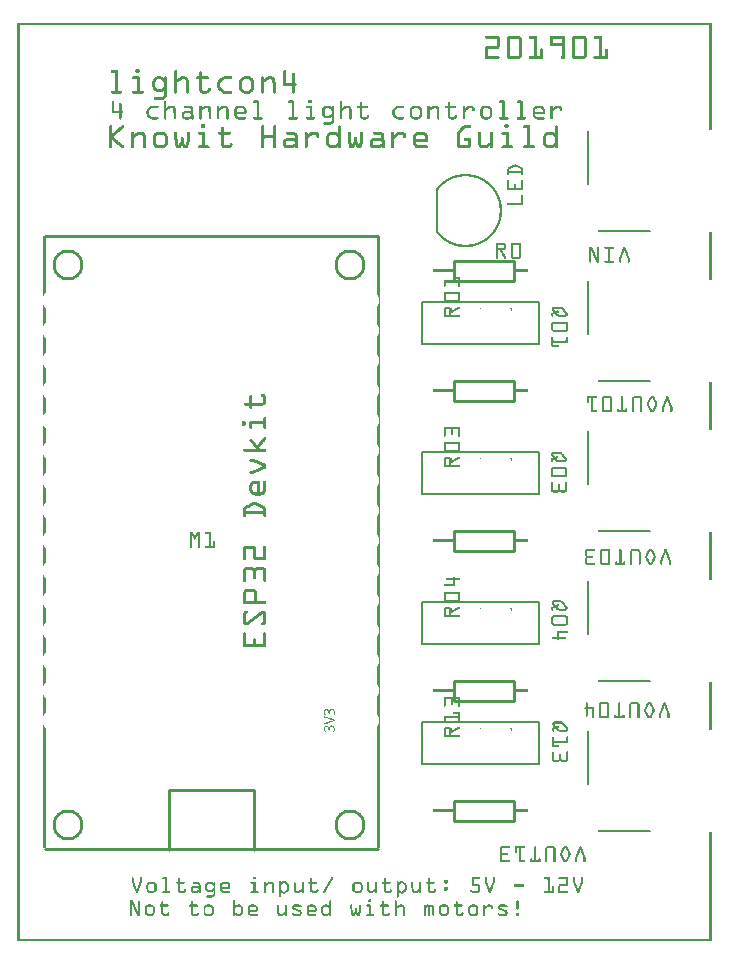
<source format=gto>
G04 MADE WITH FRITZING*
G04 WWW.FRITZING.ORG*
G04 DOUBLE SIDED*
G04 HOLES PLATED*
G04 CONTOUR ON CENTER OF CONTOUR VECTOR*
%ASAXBY*%
%FSLAX23Y23*%
%MOIN*%
%OFA0B0*%
%SFA1.0B1.0*%
%ADD10C,0.103000X0.083*%
%ADD11R,0.395000X0.144999X0.385000X0.134999*%
%ADD12C,0.005000*%
%ADD13C,0.010000*%
%ADD14C,0.008000*%
%ADD15R,0.001000X0.001000*%
%LNSILK1*%
G90*
G70*
G54D10*
X167Y386D03*
X1108Y386D03*
X167Y2255D03*
X1108Y2255D03*
G54D12*
X1349Y1630D02*
X1739Y1630D01*
X1739Y1490D01*
X1349Y1490D01*
X1349Y1630D01*
D02*
X1349Y2130D02*
X1739Y2130D01*
X1739Y1990D01*
X1349Y1990D01*
X1349Y2130D01*
D02*
X1349Y1130D02*
X1739Y1130D01*
X1739Y990D01*
X1349Y990D01*
X1349Y1130D01*
D02*
X1349Y730D02*
X1739Y730D01*
X1739Y590D01*
X1349Y590D01*
X1349Y730D01*
D02*
G54D13*
X1202Y308D02*
X92Y308D01*
D02*
X506Y303D02*
X506Y503D01*
D02*
X788Y303D02*
X788Y503D01*
D02*
X506Y503D02*
X786Y503D01*
D02*
X92Y2350D02*
X1202Y2350D01*
D02*
X1454Y1368D02*
X1654Y1368D01*
D02*
X1654Y1368D02*
X1654Y1302D01*
D02*
X1654Y1302D02*
X1454Y1302D01*
D02*
X1454Y1302D02*
X1454Y1368D01*
G54D14*
D02*
X1900Y2201D02*
X1900Y2024D01*
D02*
X1900Y2701D02*
X1900Y2524D01*
D02*
X1900Y1701D02*
X1900Y1524D01*
G54D13*
D02*
X1454Y1868D02*
X1654Y1868D01*
D02*
X1654Y1868D02*
X1654Y1802D01*
D02*
X1654Y1802D02*
X1454Y1802D01*
D02*
X1454Y1802D02*
X1454Y1868D01*
D02*
X1454Y868D02*
X1654Y868D01*
D02*
X1654Y868D02*
X1654Y802D01*
D02*
X1654Y802D02*
X1454Y802D01*
D02*
X1454Y802D02*
X1454Y868D01*
G54D14*
D02*
X1900Y1201D02*
X1900Y1024D01*
G54D13*
D02*
X1454Y468D02*
X1654Y468D01*
D02*
X1654Y468D02*
X1654Y402D01*
D02*
X1654Y402D02*
X1454Y402D01*
D02*
X1454Y402D02*
X1454Y468D01*
G54D14*
D02*
X1900Y701D02*
X1900Y524D01*
G54D13*
D02*
X1454Y2268D02*
X1654Y2268D01*
D02*
X1654Y2268D02*
X1654Y2202D01*
D02*
X1654Y2202D02*
X1454Y2202D01*
D02*
X1454Y2202D02*
X1454Y2268D01*
G54D15*
X0Y3060D02*
X2313Y3060D01*
X0Y3059D02*
X2313Y3059D01*
X0Y3058D02*
X2313Y3058D01*
X0Y3057D02*
X2313Y3057D01*
X0Y3056D02*
X2313Y3056D01*
X0Y3055D02*
X2313Y3055D01*
X0Y3054D02*
X2313Y3054D01*
X0Y3053D02*
X2313Y3053D01*
X0Y3052D02*
X7Y3052D01*
X2306Y3052D02*
X2313Y3052D01*
X0Y3051D02*
X7Y3051D01*
X2306Y3051D02*
X2313Y3051D01*
X0Y3050D02*
X7Y3050D01*
X2306Y3050D02*
X2313Y3050D01*
X0Y3049D02*
X7Y3049D01*
X2306Y3049D02*
X2313Y3049D01*
X0Y3048D02*
X7Y3048D01*
X2306Y3048D02*
X2313Y3048D01*
X0Y3047D02*
X7Y3047D01*
X2306Y3047D02*
X2313Y3047D01*
X0Y3046D02*
X7Y3046D01*
X2306Y3046D02*
X2313Y3046D01*
X0Y3045D02*
X7Y3045D01*
X2306Y3045D02*
X2313Y3045D01*
X0Y3044D02*
X7Y3044D01*
X2306Y3044D02*
X2313Y3044D01*
X0Y3043D02*
X7Y3043D01*
X2306Y3043D02*
X2313Y3043D01*
X0Y3042D02*
X7Y3042D01*
X2306Y3042D02*
X2313Y3042D01*
X0Y3041D02*
X7Y3041D01*
X2306Y3041D02*
X2313Y3041D01*
X0Y3040D02*
X7Y3040D01*
X2306Y3040D02*
X2313Y3040D01*
X0Y3039D02*
X7Y3039D01*
X2306Y3039D02*
X2313Y3039D01*
X0Y3038D02*
X7Y3038D01*
X2306Y3038D02*
X2313Y3038D01*
X0Y3037D02*
X7Y3037D01*
X2306Y3037D02*
X2313Y3037D01*
X0Y3036D02*
X7Y3036D01*
X2306Y3036D02*
X2313Y3036D01*
X0Y3035D02*
X7Y3035D01*
X2306Y3035D02*
X2313Y3035D01*
X0Y3034D02*
X7Y3034D01*
X2306Y3034D02*
X2313Y3034D01*
X0Y3033D02*
X7Y3033D01*
X2306Y3033D02*
X2313Y3033D01*
X0Y3032D02*
X7Y3032D01*
X2306Y3032D02*
X2313Y3032D01*
X0Y3031D02*
X7Y3031D01*
X2306Y3031D02*
X2313Y3031D01*
X0Y3030D02*
X7Y3030D01*
X2306Y3030D02*
X2313Y3030D01*
X0Y3029D02*
X7Y3029D01*
X2306Y3029D02*
X2313Y3029D01*
X0Y3028D02*
X7Y3028D01*
X2306Y3028D02*
X2313Y3028D01*
X0Y3027D02*
X7Y3027D01*
X2306Y3027D02*
X2313Y3027D01*
X0Y3026D02*
X7Y3026D01*
X2306Y3026D02*
X2313Y3026D01*
X0Y3025D02*
X7Y3025D01*
X2306Y3025D02*
X2313Y3025D01*
X0Y3024D02*
X7Y3024D01*
X2306Y3024D02*
X2313Y3024D01*
X0Y3023D02*
X7Y3023D01*
X2306Y3023D02*
X2313Y3023D01*
X0Y3022D02*
X7Y3022D01*
X2306Y3022D02*
X2313Y3022D01*
X0Y3021D02*
X7Y3021D01*
X2306Y3021D02*
X2313Y3021D01*
X0Y3020D02*
X7Y3020D01*
X2306Y3020D02*
X2313Y3020D01*
X0Y3019D02*
X7Y3019D01*
X2306Y3019D02*
X2313Y3019D01*
X0Y3018D02*
X7Y3018D01*
X1562Y3018D02*
X1601Y3018D01*
X1638Y3018D02*
X1673Y3018D01*
X1706Y3018D02*
X1732Y3018D01*
X1779Y3018D02*
X1822Y3018D01*
X1855Y3018D02*
X1890Y3018D01*
X1923Y3018D02*
X1949Y3018D01*
X2306Y3018D02*
X2313Y3018D01*
X0Y3017D02*
X7Y3017D01*
X1560Y3017D02*
X1603Y3017D01*
X1636Y3017D02*
X1675Y3017D01*
X1705Y3017D02*
X1732Y3017D01*
X1777Y3017D02*
X1823Y3017D01*
X1853Y3017D02*
X1892Y3017D01*
X1922Y3017D02*
X1949Y3017D01*
X2306Y3017D02*
X2313Y3017D01*
X0Y3016D02*
X7Y3016D01*
X1560Y3016D02*
X1604Y3016D01*
X1635Y3016D02*
X1676Y3016D01*
X1704Y3016D02*
X1732Y3016D01*
X1776Y3016D02*
X1824Y3016D01*
X1852Y3016D02*
X1893Y3016D01*
X1921Y3016D02*
X1949Y3016D01*
X2306Y3016D02*
X2313Y3016D01*
X0Y3015D02*
X7Y3015D01*
X1559Y3015D02*
X1605Y3015D01*
X1634Y3015D02*
X1677Y3015D01*
X1704Y3015D02*
X1732Y3015D01*
X1776Y3015D02*
X1824Y3015D01*
X1851Y3015D02*
X1894Y3015D01*
X1921Y3015D02*
X1949Y3015D01*
X2306Y3015D02*
X2313Y3015D01*
X0Y3014D02*
X7Y3014D01*
X1559Y3014D02*
X1606Y3014D01*
X1633Y3014D02*
X1678Y3014D01*
X1704Y3014D02*
X1732Y3014D01*
X1776Y3014D02*
X1824Y3014D01*
X1850Y3014D02*
X1895Y3014D01*
X1920Y3014D02*
X1949Y3014D01*
X2306Y3014D02*
X2313Y3014D01*
X0Y3013D02*
X7Y3013D01*
X1559Y3013D02*
X1607Y3013D01*
X1632Y3013D02*
X1679Y3013D01*
X1704Y3013D02*
X1732Y3013D01*
X1776Y3013D02*
X1825Y3013D01*
X1849Y3013D02*
X1896Y3013D01*
X1920Y3013D02*
X1949Y3013D01*
X2306Y3013D02*
X2313Y3013D01*
X0Y3012D02*
X7Y3012D01*
X1559Y3012D02*
X1607Y3012D01*
X1632Y3012D02*
X1679Y3012D01*
X1704Y3012D02*
X1732Y3012D01*
X1776Y3012D02*
X1825Y3012D01*
X1849Y3012D02*
X1896Y3012D01*
X1921Y3012D02*
X1949Y3012D01*
X2306Y3012D02*
X2313Y3012D01*
X0Y3011D02*
X7Y3011D01*
X1560Y3011D02*
X1607Y3011D01*
X1632Y3011D02*
X1680Y3011D01*
X1704Y3011D02*
X1732Y3011D01*
X1776Y3011D02*
X1825Y3011D01*
X1848Y3011D02*
X1896Y3011D01*
X1921Y3011D02*
X1949Y3011D01*
X2306Y3011D02*
X2313Y3011D01*
X0Y3010D02*
X7Y3010D01*
X1560Y3010D02*
X1608Y3010D01*
X1631Y3010D02*
X1680Y3010D01*
X1705Y3010D02*
X1732Y3010D01*
X1776Y3010D02*
X1825Y3010D01*
X1848Y3010D02*
X1897Y3010D01*
X1922Y3010D02*
X1949Y3010D01*
X2306Y3010D02*
X2313Y3010D01*
X0Y3009D02*
X7Y3009D01*
X1562Y3009D02*
X1608Y3009D01*
X1631Y3009D02*
X1680Y3009D01*
X1706Y3009D02*
X1732Y3009D01*
X1776Y3009D02*
X1825Y3009D01*
X1848Y3009D02*
X1897Y3009D01*
X1923Y3009D02*
X1949Y3009D01*
X2306Y3009D02*
X2313Y3009D01*
X0Y3008D02*
X7Y3008D01*
X1599Y3008D02*
X1608Y3008D01*
X1631Y3008D02*
X1640Y3008D01*
X1671Y3008D02*
X1680Y3008D01*
X1723Y3008D02*
X1732Y3008D01*
X1776Y3008D02*
X1785Y3008D01*
X1815Y3008D02*
X1825Y3008D01*
X1848Y3008D02*
X1857Y3008D01*
X1888Y3008D02*
X1897Y3008D01*
X1940Y3008D02*
X1949Y3008D01*
X2306Y3008D02*
X2313Y3008D01*
X0Y3007D02*
X7Y3007D01*
X1599Y3007D02*
X1608Y3007D01*
X1631Y3007D02*
X1640Y3007D01*
X1671Y3007D02*
X1680Y3007D01*
X1723Y3007D02*
X1732Y3007D01*
X1776Y3007D02*
X1785Y3007D01*
X1815Y3007D02*
X1825Y3007D01*
X1848Y3007D02*
X1857Y3007D01*
X1888Y3007D02*
X1897Y3007D01*
X1940Y3007D02*
X1949Y3007D01*
X2306Y3007D02*
X2313Y3007D01*
X0Y3006D02*
X7Y3006D01*
X1599Y3006D02*
X1608Y3006D01*
X1631Y3006D02*
X1640Y3006D01*
X1671Y3006D02*
X1680Y3006D01*
X1723Y3006D02*
X1732Y3006D01*
X1776Y3006D02*
X1785Y3006D01*
X1815Y3006D02*
X1825Y3006D01*
X1848Y3006D02*
X1857Y3006D01*
X1888Y3006D02*
X1897Y3006D01*
X1940Y3006D02*
X1949Y3006D01*
X2306Y3006D02*
X2313Y3006D01*
X0Y3005D02*
X7Y3005D01*
X1599Y3005D02*
X1608Y3005D01*
X1631Y3005D02*
X1640Y3005D01*
X1671Y3005D02*
X1680Y3005D01*
X1723Y3005D02*
X1732Y3005D01*
X1776Y3005D02*
X1785Y3005D01*
X1815Y3005D02*
X1825Y3005D01*
X1848Y3005D02*
X1857Y3005D01*
X1888Y3005D02*
X1897Y3005D01*
X1940Y3005D02*
X1949Y3005D01*
X2306Y3005D02*
X2313Y3005D01*
X0Y3004D02*
X7Y3004D01*
X1599Y3004D02*
X1608Y3004D01*
X1631Y3004D02*
X1640Y3004D01*
X1671Y3004D02*
X1680Y3004D01*
X1723Y3004D02*
X1732Y3004D01*
X1776Y3004D02*
X1785Y3004D01*
X1815Y3004D02*
X1825Y3004D01*
X1848Y3004D02*
X1857Y3004D01*
X1888Y3004D02*
X1897Y3004D01*
X1940Y3004D02*
X1949Y3004D01*
X2306Y3004D02*
X2313Y3004D01*
X0Y3003D02*
X7Y3003D01*
X1599Y3003D02*
X1608Y3003D01*
X1631Y3003D02*
X1640Y3003D01*
X1671Y3003D02*
X1680Y3003D01*
X1723Y3003D02*
X1732Y3003D01*
X1776Y3003D02*
X1785Y3003D01*
X1815Y3003D02*
X1825Y3003D01*
X1848Y3003D02*
X1857Y3003D01*
X1888Y3003D02*
X1897Y3003D01*
X1940Y3003D02*
X1949Y3003D01*
X2306Y3003D02*
X2313Y3003D01*
X0Y3002D02*
X7Y3002D01*
X1599Y3002D02*
X1608Y3002D01*
X1631Y3002D02*
X1640Y3002D01*
X1671Y3002D02*
X1680Y3002D01*
X1723Y3002D02*
X1732Y3002D01*
X1776Y3002D02*
X1785Y3002D01*
X1815Y3002D02*
X1825Y3002D01*
X1848Y3002D02*
X1857Y3002D01*
X1888Y3002D02*
X1897Y3002D01*
X1940Y3002D02*
X1949Y3002D01*
X2306Y3002D02*
X2313Y3002D01*
X0Y3001D02*
X7Y3001D01*
X1599Y3001D02*
X1608Y3001D01*
X1631Y3001D02*
X1640Y3001D01*
X1671Y3001D02*
X1680Y3001D01*
X1723Y3001D02*
X1732Y3001D01*
X1776Y3001D02*
X1785Y3001D01*
X1815Y3001D02*
X1825Y3001D01*
X1848Y3001D02*
X1857Y3001D01*
X1888Y3001D02*
X1897Y3001D01*
X1940Y3001D02*
X1949Y3001D01*
X2306Y3001D02*
X2313Y3001D01*
X0Y3000D02*
X7Y3000D01*
X1599Y3000D02*
X1608Y3000D01*
X1631Y3000D02*
X1640Y3000D01*
X1671Y3000D02*
X1680Y3000D01*
X1723Y3000D02*
X1732Y3000D01*
X1776Y3000D02*
X1785Y3000D01*
X1815Y3000D02*
X1825Y3000D01*
X1848Y3000D02*
X1857Y3000D01*
X1888Y3000D02*
X1897Y3000D01*
X1940Y3000D02*
X1949Y3000D01*
X2306Y3000D02*
X2313Y3000D01*
X0Y2999D02*
X7Y2999D01*
X1599Y2999D02*
X1608Y2999D01*
X1631Y2999D02*
X1640Y2999D01*
X1671Y2999D02*
X1680Y2999D01*
X1723Y2999D02*
X1732Y2999D01*
X1776Y2999D02*
X1785Y2999D01*
X1815Y2999D02*
X1825Y2999D01*
X1848Y2999D02*
X1857Y2999D01*
X1888Y2999D02*
X1897Y2999D01*
X1940Y2999D02*
X1949Y2999D01*
X2306Y2999D02*
X2313Y2999D01*
X0Y2998D02*
X7Y2998D01*
X1599Y2998D02*
X1608Y2998D01*
X1631Y2998D02*
X1640Y2998D01*
X1671Y2998D02*
X1680Y2998D01*
X1723Y2998D02*
X1732Y2998D01*
X1776Y2998D02*
X1785Y2998D01*
X1815Y2998D02*
X1825Y2998D01*
X1848Y2998D02*
X1857Y2998D01*
X1888Y2998D02*
X1897Y2998D01*
X1940Y2998D02*
X1949Y2998D01*
X2306Y2998D02*
X2313Y2998D01*
X0Y2997D02*
X7Y2997D01*
X1599Y2997D02*
X1608Y2997D01*
X1631Y2997D02*
X1640Y2997D01*
X1671Y2997D02*
X1680Y2997D01*
X1723Y2997D02*
X1732Y2997D01*
X1776Y2997D02*
X1785Y2997D01*
X1815Y2997D02*
X1825Y2997D01*
X1848Y2997D02*
X1857Y2997D01*
X1888Y2997D02*
X1897Y2997D01*
X1940Y2997D02*
X1949Y2997D01*
X2306Y2997D02*
X2313Y2997D01*
X0Y2996D02*
X7Y2996D01*
X1599Y2996D02*
X1608Y2996D01*
X1631Y2996D02*
X1640Y2996D01*
X1671Y2996D02*
X1680Y2996D01*
X1723Y2996D02*
X1732Y2996D01*
X1776Y2996D02*
X1785Y2996D01*
X1815Y2996D02*
X1825Y2996D01*
X1848Y2996D02*
X1857Y2996D01*
X1888Y2996D02*
X1897Y2996D01*
X1940Y2996D02*
X1949Y2996D01*
X2306Y2996D02*
X2313Y2996D01*
X0Y2995D02*
X7Y2995D01*
X1599Y2995D02*
X1608Y2995D01*
X1631Y2995D02*
X1640Y2995D01*
X1671Y2995D02*
X1680Y2995D01*
X1723Y2995D02*
X1732Y2995D01*
X1776Y2995D02*
X1785Y2995D01*
X1815Y2995D02*
X1825Y2995D01*
X1848Y2995D02*
X1857Y2995D01*
X1888Y2995D02*
X1897Y2995D01*
X1940Y2995D02*
X1949Y2995D01*
X2306Y2995D02*
X2313Y2995D01*
X0Y2994D02*
X7Y2994D01*
X1599Y2994D02*
X1608Y2994D01*
X1631Y2994D02*
X1640Y2994D01*
X1671Y2994D02*
X1680Y2994D01*
X1723Y2994D02*
X1732Y2994D01*
X1776Y2994D02*
X1785Y2994D01*
X1815Y2994D02*
X1825Y2994D01*
X1848Y2994D02*
X1857Y2994D01*
X1888Y2994D02*
X1897Y2994D01*
X1940Y2994D02*
X1949Y2994D01*
X2306Y2994D02*
X2313Y2994D01*
X0Y2993D02*
X7Y2993D01*
X1599Y2993D02*
X1608Y2993D01*
X1631Y2993D02*
X1640Y2993D01*
X1671Y2993D02*
X1680Y2993D01*
X1723Y2993D02*
X1732Y2993D01*
X1776Y2993D02*
X1825Y2993D01*
X1848Y2993D02*
X1857Y2993D01*
X1888Y2993D02*
X1897Y2993D01*
X1940Y2993D02*
X1949Y2993D01*
X2306Y2993D02*
X2313Y2993D01*
X0Y2992D02*
X7Y2992D01*
X1599Y2992D02*
X1608Y2992D01*
X1631Y2992D02*
X1640Y2992D01*
X1671Y2992D02*
X1680Y2992D01*
X1723Y2992D02*
X1732Y2992D01*
X1776Y2992D02*
X1825Y2992D01*
X1848Y2992D02*
X1857Y2992D01*
X1888Y2992D02*
X1897Y2992D01*
X1940Y2992D02*
X1949Y2992D01*
X2306Y2992D02*
X2313Y2992D01*
X0Y2991D02*
X7Y2991D01*
X1599Y2991D02*
X1608Y2991D01*
X1631Y2991D02*
X1640Y2991D01*
X1671Y2991D02*
X1680Y2991D01*
X1723Y2991D02*
X1732Y2991D01*
X1776Y2991D02*
X1825Y2991D01*
X1848Y2991D02*
X1857Y2991D01*
X1888Y2991D02*
X1897Y2991D01*
X1940Y2991D02*
X1949Y2991D01*
X2306Y2991D02*
X2313Y2991D01*
X0Y2990D02*
X7Y2990D01*
X1599Y2990D02*
X1608Y2990D01*
X1631Y2990D02*
X1640Y2990D01*
X1671Y2990D02*
X1680Y2990D01*
X1723Y2990D02*
X1732Y2990D01*
X1776Y2990D02*
X1825Y2990D01*
X1848Y2990D02*
X1857Y2990D01*
X1888Y2990D02*
X1897Y2990D01*
X1940Y2990D02*
X1949Y2990D01*
X2306Y2990D02*
X2313Y2990D01*
X0Y2989D02*
X7Y2989D01*
X1599Y2989D02*
X1608Y2989D01*
X1631Y2989D02*
X1640Y2989D01*
X1671Y2989D02*
X1680Y2989D01*
X1723Y2989D02*
X1732Y2989D01*
X1776Y2989D02*
X1825Y2989D01*
X1848Y2989D02*
X1857Y2989D01*
X1888Y2989D02*
X1897Y2989D01*
X1940Y2989D02*
X1949Y2989D01*
X2306Y2989D02*
X2313Y2989D01*
X0Y2988D02*
X7Y2988D01*
X1599Y2988D02*
X1608Y2988D01*
X1631Y2988D02*
X1640Y2988D01*
X1671Y2988D02*
X1680Y2988D01*
X1723Y2988D02*
X1732Y2988D01*
X1776Y2988D02*
X1825Y2988D01*
X1848Y2988D02*
X1857Y2988D01*
X1888Y2988D02*
X1897Y2988D01*
X1940Y2988D02*
X1949Y2988D01*
X2306Y2988D02*
X2313Y2988D01*
X0Y2987D02*
X7Y2987D01*
X1599Y2987D02*
X1608Y2987D01*
X1631Y2987D02*
X1640Y2987D01*
X1671Y2987D02*
X1680Y2987D01*
X1723Y2987D02*
X1732Y2987D01*
X1776Y2987D02*
X1825Y2987D01*
X1848Y2987D02*
X1857Y2987D01*
X1888Y2987D02*
X1897Y2987D01*
X1940Y2987D02*
X1949Y2987D01*
X2306Y2987D02*
X2313Y2987D01*
X0Y2986D02*
X7Y2986D01*
X1599Y2986D02*
X1608Y2986D01*
X1631Y2986D02*
X1640Y2986D01*
X1671Y2986D02*
X1680Y2986D01*
X1723Y2986D02*
X1732Y2986D01*
X1776Y2986D02*
X1825Y2986D01*
X1848Y2986D02*
X1857Y2986D01*
X1888Y2986D02*
X1897Y2986D01*
X1940Y2986D02*
X1949Y2986D01*
X2306Y2986D02*
X2313Y2986D01*
X0Y2985D02*
X7Y2985D01*
X1599Y2985D02*
X1608Y2985D01*
X1631Y2985D02*
X1640Y2985D01*
X1671Y2985D02*
X1680Y2985D01*
X1723Y2985D02*
X1732Y2985D01*
X1777Y2985D02*
X1825Y2985D01*
X1848Y2985D02*
X1857Y2985D01*
X1888Y2985D02*
X1897Y2985D01*
X1940Y2985D02*
X1949Y2985D01*
X2306Y2985D02*
X2313Y2985D01*
X0Y2984D02*
X7Y2984D01*
X1566Y2984D02*
X1608Y2984D01*
X1631Y2984D02*
X1640Y2984D01*
X1671Y2984D02*
X1680Y2984D01*
X1723Y2984D02*
X1732Y2984D01*
X1778Y2984D02*
X1825Y2984D01*
X1848Y2984D02*
X1857Y2984D01*
X1888Y2984D02*
X1897Y2984D01*
X1940Y2984D02*
X1949Y2984D01*
X2306Y2984D02*
X2313Y2984D01*
X0Y2983D02*
X7Y2983D01*
X1564Y2983D02*
X1608Y2983D01*
X1631Y2983D02*
X1640Y2983D01*
X1671Y2983D02*
X1680Y2983D01*
X1723Y2983D02*
X1732Y2983D01*
X1781Y2983D02*
X1825Y2983D01*
X1848Y2983D02*
X1857Y2983D01*
X1888Y2983D02*
X1897Y2983D01*
X1940Y2983D02*
X1949Y2983D01*
X2306Y2983D02*
X2313Y2983D01*
X0Y2982D02*
X7Y2982D01*
X1562Y2982D02*
X1607Y2982D01*
X1631Y2982D02*
X1640Y2982D01*
X1671Y2982D02*
X1680Y2982D01*
X1723Y2982D02*
X1732Y2982D01*
X1815Y2982D02*
X1825Y2982D01*
X1848Y2982D02*
X1857Y2982D01*
X1888Y2982D02*
X1897Y2982D01*
X1940Y2982D02*
X1949Y2982D01*
X2306Y2982D02*
X2313Y2982D01*
X0Y2981D02*
X7Y2981D01*
X1561Y2981D02*
X1607Y2981D01*
X1631Y2981D02*
X1640Y2981D01*
X1671Y2981D02*
X1680Y2981D01*
X1723Y2981D02*
X1732Y2981D01*
X1815Y2981D02*
X1825Y2981D01*
X1848Y2981D02*
X1857Y2981D01*
X1888Y2981D02*
X1897Y2981D01*
X1940Y2981D02*
X1949Y2981D01*
X2306Y2981D02*
X2313Y2981D01*
X0Y2980D02*
X7Y2980D01*
X1561Y2980D02*
X1606Y2980D01*
X1631Y2980D02*
X1640Y2980D01*
X1671Y2980D02*
X1680Y2980D01*
X1723Y2980D02*
X1732Y2980D01*
X1815Y2980D02*
X1825Y2980D01*
X1848Y2980D02*
X1857Y2980D01*
X1888Y2980D02*
X1897Y2980D01*
X1940Y2980D02*
X1949Y2980D01*
X2306Y2980D02*
X2313Y2980D01*
X0Y2979D02*
X7Y2979D01*
X1560Y2979D02*
X1606Y2979D01*
X1631Y2979D02*
X1640Y2979D01*
X1671Y2979D02*
X1680Y2979D01*
X1723Y2979D02*
X1732Y2979D01*
X1815Y2979D02*
X1825Y2979D01*
X1848Y2979D02*
X1857Y2979D01*
X1888Y2979D02*
X1897Y2979D01*
X1940Y2979D02*
X1949Y2979D01*
X2306Y2979D02*
X2313Y2979D01*
X0Y2978D02*
X7Y2978D01*
X1559Y2978D02*
X1605Y2978D01*
X1631Y2978D02*
X1640Y2978D01*
X1671Y2978D02*
X1680Y2978D01*
X1723Y2978D02*
X1732Y2978D01*
X1815Y2978D02*
X1825Y2978D01*
X1848Y2978D02*
X1857Y2978D01*
X1888Y2978D02*
X1897Y2978D01*
X1940Y2978D02*
X1949Y2978D01*
X2306Y2978D02*
X2313Y2978D01*
X0Y2977D02*
X7Y2977D01*
X1559Y2977D02*
X1604Y2977D01*
X1631Y2977D02*
X1640Y2977D01*
X1671Y2977D02*
X1680Y2977D01*
X1723Y2977D02*
X1732Y2977D01*
X1815Y2977D02*
X1825Y2977D01*
X1848Y2977D02*
X1857Y2977D01*
X1888Y2977D02*
X1897Y2977D01*
X1940Y2977D02*
X1949Y2977D01*
X2306Y2977D02*
X2313Y2977D01*
X0Y2976D02*
X7Y2976D01*
X1559Y2976D02*
X1603Y2976D01*
X1631Y2976D02*
X1640Y2976D01*
X1671Y2976D02*
X1680Y2976D01*
X1723Y2976D02*
X1732Y2976D01*
X1747Y2976D02*
X1748Y2976D01*
X1815Y2976D02*
X1825Y2976D01*
X1848Y2976D02*
X1857Y2976D01*
X1888Y2976D02*
X1897Y2976D01*
X1940Y2976D02*
X1949Y2976D01*
X1964Y2976D02*
X1965Y2976D01*
X2306Y2976D02*
X2313Y2976D01*
X0Y2975D02*
X7Y2975D01*
X1559Y2975D02*
X1600Y2975D01*
X1631Y2975D02*
X1640Y2975D01*
X1671Y2975D02*
X1680Y2975D01*
X1723Y2975D02*
X1732Y2975D01*
X1745Y2975D02*
X1750Y2975D01*
X1815Y2975D02*
X1825Y2975D01*
X1848Y2975D02*
X1857Y2975D01*
X1888Y2975D02*
X1897Y2975D01*
X1940Y2975D02*
X1949Y2975D01*
X1962Y2975D02*
X1967Y2975D01*
X2306Y2975D02*
X2313Y2975D01*
X0Y2974D02*
X7Y2974D01*
X1559Y2974D02*
X1568Y2974D01*
X1631Y2974D02*
X1640Y2974D01*
X1671Y2974D02*
X1680Y2974D01*
X1723Y2974D02*
X1732Y2974D01*
X1744Y2974D02*
X1751Y2974D01*
X1815Y2974D02*
X1825Y2974D01*
X1848Y2974D02*
X1857Y2974D01*
X1888Y2974D02*
X1897Y2974D01*
X1940Y2974D02*
X1949Y2974D01*
X1961Y2974D02*
X1968Y2974D01*
X2306Y2974D02*
X2313Y2974D01*
X0Y2973D02*
X7Y2973D01*
X1559Y2973D02*
X1568Y2973D01*
X1631Y2973D02*
X1640Y2973D01*
X1671Y2973D02*
X1680Y2973D01*
X1723Y2973D02*
X1732Y2973D01*
X1744Y2973D02*
X1752Y2973D01*
X1815Y2973D02*
X1825Y2973D01*
X1848Y2973D02*
X1857Y2973D01*
X1888Y2973D02*
X1897Y2973D01*
X1940Y2973D02*
X1949Y2973D01*
X1960Y2973D02*
X1969Y2973D01*
X2306Y2973D02*
X2313Y2973D01*
X0Y2972D02*
X7Y2972D01*
X1559Y2972D02*
X1568Y2972D01*
X1631Y2972D02*
X1640Y2972D01*
X1671Y2972D02*
X1680Y2972D01*
X1723Y2972D02*
X1732Y2972D01*
X1743Y2972D02*
X1752Y2972D01*
X1815Y2972D02*
X1825Y2972D01*
X1848Y2972D02*
X1857Y2972D01*
X1888Y2972D02*
X1897Y2972D01*
X1940Y2972D02*
X1949Y2972D01*
X1960Y2972D02*
X1969Y2972D01*
X2306Y2972D02*
X2313Y2972D01*
X0Y2971D02*
X7Y2971D01*
X1559Y2971D02*
X1568Y2971D01*
X1631Y2971D02*
X1640Y2971D01*
X1671Y2971D02*
X1680Y2971D01*
X1723Y2971D02*
X1732Y2971D01*
X1743Y2971D02*
X1752Y2971D01*
X1815Y2971D02*
X1825Y2971D01*
X1848Y2971D02*
X1857Y2971D01*
X1888Y2971D02*
X1897Y2971D01*
X1940Y2971D02*
X1949Y2971D01*
X1960Y2971D02*
X1969Y2971D01*
X2306Y2971D02*
X2313Y2971D01*
X0Y2970D02*
X7Y2970D01*
X1559Y2970D02*
X1568Y2970D01*
X1631Y2970D02*
X1640Y2970D01*
X1671Y2970D02*
X1680Y2970D01*
X1723Y2970D02*
X1732Y2970D01*
X1743Y2970D02*
X1752Y2970D01*
X1815Y2970D02*
X1825Y2970D01*
X1848Y2970D02*
X1857Y2970D01*
X1888Y2970D02*
X1897Y2970D01*
X1940Y2970D02*
X1949Y2970D01*
X1960Y2970D02*
X1969Y2970D01*
X2306Y2970D02*
X2313Y2970D01*
X0Y2969D02*
X7Y2969D01*
X1559Y2969D02*
X1568Y2969D01*
X1631Y2969D02*
X1640Y2969D01*
X1671Y2969D02*
X1680Y2969D01*
X1723Y2969D02*
X1732Y2969D01*
X1743Y2969D02*
X1752Y2969D01*
X1815Y2969D02*
X1825Y2969D01*
X1848Y2969D02*
X1857Y2969D01*
X1888Y2969D02*
X1897Y2969D01*
X1940Y2969D02*
X1949Y2969D01*
X1960Y2969D02*
X1969Y2969D01*
X2306Y2969D02*
X2313Y2969D01*
X0Y2968D02*
X7Y2968D01*
X1559Y2968D02*
X1568Y2968D01*
X1631Y2968D02*
X1640Y2968D01*
X1671Y2968D02*
X1680Y2968D01*
X1723Y2968D02*
X1732Y2968D01*
X1743Y2968D02*
X1752Y2968D01*
X1815Y2968D02*
X1825Y2968D01*
X1848Y2968D02*
X1857Y2968D01*
X1888Y2968D02*
X1897Y2968D01*
X1940Y2968D02*
X1949Y2968D01*
X1960Y2968D02*
X1969Y2968D01*
X2306Y2968D02*
X2313Y2968D01*
X0Y2967D02*
X7Y2967D01*
X1559Y2967D02*
X1568Y2967D01*
X1631Y2967D02*
X1640Y2967D01*
X1671Y2967D02*
X1680Y2967D01*
X1723Y2967D02*
X1732Y2967D01*
X1743Y2967D02*
X1752Y2967D01*
X1815Y2967D02*
X1825Y2967D01*
X1848Y2967D02*
X1857Y2967D01*
X1888Y2967D02*
X1897Y2967D01*
X1940Y2967D02*
X1949Y2967D01*
X1960Y2967D02*
X1969Y2967D01*
X2306Y2967D02*
X2313Y2967D01*
X0Y2966D02*
X7Y2966D01*
X1559Y2966D02*
X1568Y2966D01*
X1631Y2966D02*
X1640Y2966D01*
X1671Y2966D02*
X1680Y2966D01*
X1723Y2966D02*
X1732Y2966D01*
X1743Y2966D02*
X1752Y2966D01*
X1815Y2966D02*
X1825Y2966D01*
X1848Y2966D02*
X1857Y2966D01*
X1888Y2966D02*
X1897Y2966D01*
X1940Y2966D02*
X1949Y2966D01*
X1960Y2966D02*
X1969Y2966D01*
X2306Y2966D02*
X2313Y2966D01*
X0Y2965D02*
X7Y2965D01*
X1559Y2965D02*
X1568Y2965D01*
X1631Y2965D02*
X1640Y2965D01*
X1671Y2965D02*
X1680Y2965D01*
X1723Y2965D02*
X1732Y2965D01*
X1743Y2965D02*
X1752Y2965D01*
X1815Y2965D02*
X1825Y2965D01*
X1848Y2965D02*
X1857Y2965D01*
X1888Y2965D02*
X1897Y2965D01*
X1940Y2965D02*
X1949Y2965D01*
X1960Y2965D02*
X1969Y2965D01*
X2306Y2965D02*
X2313Y2965D01*
X0Y2964D02*
X7Y2964D01*
X1559Y2964D02*
X1568Y2964D01*
X1631Y2964D02*
X1640Y2964D01*
X1671Y2964D02*
X1680Y2964D01*
X1723Y2964D02*
X1732Y2964D01*
X1743Y2964D02*
X1752Y2964D01*
X1815Y2964D02*
X1825Y2964D01*
X1848Y2964D02*
X1857Y2964D01*
X1888Y2964D02*
X1897Y2964D01*
X1940Y2964D02*
X1949Y2964D01*
X1960Y2964D02*
X1969Y2964D01*
X2306Y2964D02*
X2313Y2964D01*
X0Y2963D02*
X7Y2963D01*
X1559Y2963D02*
X1568Y2963D01*
X1631Y2963D02*
X1640Y2963D01*
X1671Y2963D02*
X1680Y2963D01*
X1723Y2963D02*
X1732Y2963D01*
X1743Y2963D02*
X1752Y2963D01*
X1815Y2963D02*
X1825Y2963D01*
X1848Y2963D02*
X1857Y2963D01*
X1888Y2963D02*
X1897Y2963D01*
X1940Y2963D02*
X1949Y2963D01*
X1960Y2963D02*
X1969Y2963D01*
X2306Y2963D02*
X2313Y2963D01*
X0Y2962D02*
X7Y2962D01*
X1559Y2962D02*
X1568Y2962D01*
X1631Y2962D02*
X1640Y2962D01*
X1671Y2962D02*
X1680Y2962D01*
X1723Y2962D02*
X1732Y2962D01*
X1743Y2962D02*
X1752Y2962D01*
X1815Y2962D02*
X1825Y2962D01*
X1848Y2962D02*
X1857Y2962D01*
X1888Y2962D02*
X1897Y2962D01*
X1940Y2962D02*
X1949Y2962D01*
X1960Y2962D02*
X1969Y2962D01*
X2306Y2962D02*
X2313Y2962D01*
X0Y2961D02*
X7Y2961D01*
X1559Y2961D02*
X1568Y2961D01*
X1631Y2961D02*
X1640Y2961D01*
X1671Y2961D02*
X1680Y2961D01*
X1723Y2961D02*
X1732Y2961D01*
X1743Y2961D02*
X1752Y2961D01*
X1815Y2961D02*
X1825Y2961D01*
X1848Y2961D02*
X1857Y2961D01*
X1888Y2961D02*
X1897Y2961D01*
X1940Y2961D02*
X1949Y2961D01*
X1960Y2961D02*
X1969Y2961D01*
X2306Y2961D02*
X2313Y2961D01*
X0Y2960D02*
X7Y2960D01*
X1559Y2960D02*
X1568Y2960D01*
X1631Y2960D02*
X1640Y2960D01*
X1671Y2960D02*
X1680Y2960D01*
X1723Y2960D02*
X1732Y2960D01*
X1743Y2960D02*
X1752Y2960D01*
X1815Y2960D02*
X1825Y2960D01*
X1848Y2960D02*
X1857Y2960D01*
X1888Y2960D02*
X1897Y2960D01*
X1940Y2960D02*
X1949Y2960D01*
X1960Y2960D02*
X1969Y2960D01*
X2306Y2960D02*
X2313Y2960D01*
X0Y2959D02*
X7Y2959D01*
X1559Y2959D02*
X1568Y2959D01*
X1631Y2959D02*
X1640Y2959D01*
X1671Y2959D02*
X1680Y2959D01*
X1723Y2959D02*
X1732Y2959D01*
X1743Y2959D02*
X1752Y2959D01*
X1815Y2959D02*
X1825Y2959D01*
X1848Y2959D02*
X1857Y2959D01*
X1888Y2959D02*
X1897Y2959D01*
X1940Y2959D02*
X1949Y2959D01*
X1960Y2959D02*
X1969Y2959D01*
X2306Y2959D02*
X2313Y2959D01*
X0Y2958D02*
X7Y2958D01*
X1559Y2958D02*
X1568Y2958D01*
X1631Y2958D02*
X1640Y2958D01*
X1671Y2958D02*
X1680Y2958D01*
X1723Y2958D02*
X1732Y2958D01*
X1743Y2958D02*
X1752Y2958D01*
X1815Y2958D02*
X1825Y2958D01*
X1848Y2958D02*
X1857Y2958D01*
X1888Y2958D02*
X1897Y2958D01*
X1940Y2958D02*
X1949Y2958D01*
X1960Y2958D02*
X1969Y2958D01*
X2306Y2958D02*
X2313Y2958D01*
X0Y2957D02*
X7Y2957D01*
X1559Y2957D02*
X1568Y2957D01*
X1631Y2957D02*
X1640Y2957D01*
X1671Y2957D02*
X1680Y2957D01*
X1723Y2957D02*
X1732Y2957D01*
X1743Y2957D02*
X1752Y2957D01*
X1815Y2957D02*
X1825Y2957D01*
X1848Y2957D02*
X1857Y2957D01*
X1888Y2957D02*
X1897Y2957D01*
X1940Y2957D02*
X1949Y2957D01*
X1960Y2957D02*
X1969Y2957D01*
X2306Y2957D02*
X2313Y2957D01*
X0Y2956D02*
X7Y2956D01*
X1559Y2956D02*
X1568Y2956D01*
X1631Y2956D02*
X1640Y2956D01*
X1671Y2956D02*
X1680Y2956D01*
X1723Y2956D02*
X1732Y2956D01*
X1743Y2956D02*
X1752Y2956D01*
X1815Y2956D02*
X1825Y2956D01*
X1848Y2956D02*
X1857Y2956D01*
X1888Y2956D02*
X1897Y2956D01*
X1940Y2956D02*
X1949Y2956D01*
X1960Y2956D02*
X1969Y2956D01*
X2306Y2956D02*
X2313Y2956D01*
X0Y2955D02*
X7Y2955D01*
X1559Y2955D02*
X1568Y2955D01*
X1631Y2955D02*
X1640Y2955D01*
X1671Y2955D02*
X1680Y2955D01*
X1723Y2955D02*
X1732Y2955D01*
X1743Y2955D02*
X1752Y2955D01*
X1815Y2955D02*
X1825Y2955D01*
X1848Y2955D02*
X1857Y2955D01*
X1888Y2955D02*
X1897Y2955D01*
X1940Y2955D02*
X1949Y2955D01*
X1960Y2955D02*
X1969Y2955D01*
X2306Y2955D02*
X2313Y2955D01*
X0Y2954D02*
X7Y2954D01*
X1559Y2954D02*
X1568Y2954D01*
X1631Y2954D02*
X1640Y2954D01*
X1671Y2954D02*
X1680Y2954D01*
X1723Y2954D02*
X1732Y2954D01*
X1743Y2954D02*
X1752Y2954D01*
X1815Y2954D02*
X1825Y2954D01*
X1848Y2954D02*
X1857Y2954D01*
X1888Y2954D02*
X1897Y2954D01*
X1940Y2954D02*
X1949Y2954D01*
X1960Y2954D02*
X1969Y2954D01*
X2306Y2954D02*
X2313Y2954D01*
X0Y2953D02*
X7Y2953D01*
X1559Y2953D02*
X1568Y2953D01*
X1631Y2953D02*
X1640Y2953D01*
X1671Y2953D02*
X1680Y2953D01*
X1723Y2953D02*
X1732Y2953D01*
X1743Y2953D02*
X1752Y2953D01*
X1815Y2953D02*
X1825Y2953D01*
X1848Y2953D02*
X1857Y2953D01*
X1888Y2953D02*
X1897Y2953D01*
X1940Y2953D02*
X1949Y2953D01*
X1960Y2953D02*
X1969Y2953D01*
X2306Y2953D02*
X2313Y2953D01*
X0Y2952D02*
X7Y2952D01*
X1559Y2952D02*
X1568Y2952D01*
X1631Y2952D02*
X1640Y2952D01*
X1671Y2952D02*
X1680Y2952D01*
X1723Y2952D02*
X1732Y2952D01*
X1743Y2952D02*
X1752Y2952D01*
X1815Y2952D02*
X1825Y2952D01*
X1848Y2952D02*
X1857Y2952D01*
X1888Y2952D02*
X1897Y2952D01*
X1940Y2952D02*
X1949Y2952D01*
X1960Y2952D02*
X1969Y2952D01*
X2306Y2952D02*
X2313Y2952D01*
X0Y2951D02*
X7Y2951D01*
X1559Y2951D02*
X1568Y2951D01*
X1631Y2951D02*
X1640Y2951D01*
X1671Y2951D02*
X1680Y2951D01*
X1723Y2951D02*
X1732Y2951D01*
X1743Y2951D02*
X1752Y2951D01*
X1815Y2951D02*
X1825Y2951D01*
X1848Y2951D02*
X1857Y2951D01*
X1888Y2951D02*
X1897Y2951D01*
X1940Y2951D02*
X1949Y2951D01*
X1960Y2951D02*
X1969Y2951D01*
X2306Y2951D02*
X2313Y2951D01*
X0Y2950D02*
X7Y2950D01*
X1559Y2950D02*
X1605Y2950D01*
X1631Y2950D02*
X1680Y2950D01*
X1706Y2950D02*
X1752Y2950D01*
X1813Y2950D02*
X1825Y2950D01*
X1848Y2950D02*
X1897Y2950D01*
X1923Y2950D02*
X1969Y2950D01*
X2306Y2950D02*
X2313Y2950D01*
X0Y2949D02*
X7Y2949D01*
X1559Y2949D02*
X1606Y2949D01*
X1631Y2949D02*
X1680Y2949D01*
X1705Y2949D02*
X1752Y2949D01*
X1812Y2949D02*
X1825Y2949D01*
X1848Y2949D02*
X1897Y2949D01*
X1922Y2949D02*
X1969Y2949D01*
X2306Y2949D02*
X2313Y2949D01*
X0Y2948D02*
X7Y2948D01*
X1559Y2948D02*
X1607Y2948D01*
X1632Y2948D02*
X1680Y2948D01*
X1704Y2948D02*
X1752Y2948D01*
X1811Y2948D02*
X1825Y2948D01*
X1848Y2948D02*
X1896Y2948D01*
X1921Y2948D02*
X1969Y2948D01*
X2306Y2948D02*
X2313Y2948D01*
X0Y2947D02*
X7Y2947D01*
X1559Y2947D02*
X1607Y2947D01*
X1632Y2947D02*
X1679Y2947D01*
X1704Y2947D02*
X1752Y2947D01*
X1811Y2947D02*
X1825Y2947D01*
X1849Y2947D02*
X1896Y2947D01*
X1921Y2947D02*
X1969Y2947D01*
X2306Y2947D02*
X2313Y2947D01*
X0Y2946D02*
X7Y2946D01*
X1559Y2946D02*
X1608Y2946D01*
X1632Y2946D02*
X1679Y2946D01*
X1704Y2946D02*
X1752Y2946D01*
X1811Y2946D02*
X1825Y2946D01*
X1849Y2946D02*
X1896Y2946D01*
X1920Y2946D02*
X1969Y2946D01*
X2306Y2946D02*
X2313Y2946D01*
X0Y2945D02*
X7Y2945D01*
X1559Y2945D02*
X1608Y2945D01*
X1633Y2945D02*
X1678Y2945D01*
X1704Y2945D02*
X1752Y2945D01*
X1811Y2945D02*
X1824Y2945D01*
X1850Y2945D02*
X1895Y2945D01*
X1920Y2945D02*
X1969Y2945D01*
X2306Y2945D02*
X2313Y2945D01*
X0Y2944D02*
X7Y2944D01*
X1559Y2944D02*
X1607Y2944D01*
X1634Y2944D02*
X1677Y2944D01*
X1704Y2944D02*
X1752Y2944D01*
X1811Y2944D02*
X1824Y2944D01*
X1851Y2944D02*
X1894Y2944D01*
X1921Y2944D02*
X1969Y2944D01*
X2306Y2944D02*
X2313Y2944D01*
X0Y2943D02*
X7Y2943D01*
X1559Y2943D02*
X1607Y2943D01*
X1635Y2943D02*
X1676Y2943D01*
X1704Y2943D02*
X1751Y2943D01*
X1811Y2943D02*
X1824Y2943D01*
X1852Y2943D02*
X1893Y2943D01*
X1921Y2943D02*
X1968Y2943D01*
X2306Y2943D02*
X2313Y2943D01*
X0Y2942D02*
X7Y2942D01*
X1559Y2942D02*
X1606Y2942D01*
X1636Y2942D02*
X1675Y2942D01*
X1705Y2942D02*
X1751Y2942D01*
X1812Y2942D02*
X1823Y2942D01*
X1853Y2942D02*
X1892Y2942D01*
X1922Y2942D02*
X1967Y2942D01*
X2306Y2942D02*
X2313Y2942D01*
X0Y2941D02*
X7Y2941D01*
X1559Y2941D02*
X1605Y2941D01*
X1638Y2941D02*
X1673Y2941D01*
X1707Y2941D02*
X1749Y2941D01*
X1814Y2941D02*
X1821Y2941D01*
X1855Y2941D02*
X1890Y2941D01*
X1923Y2941D02*
X1966Y2941D01*
X2306Y2941D02*
X2313Y2941D01*
X0Y2940D02*
X7Y2940D01*
X2306Y2940D02*
X2313Y2940D01*
X0Y2939D02*
X7Y2939D01*
X2306Y2939D02*
X2313Y2939D01*
X0Y2938D02*
X7Y2938D01*
X2306Y2938D02*
X2313Y2938D01*
X0Y2937D02*
X7Y2937D01*
X2306Y2937D02*
X2313Y2937D01*
X0Y2936D02*
X7Y2936D01*
X2306Y2936D02*
X2313Y2936D01*
X0Y2935D02*
X7Y2935D01*
X2306Y2935D02*
X2313Y2935D01*
X0Y2934D02*
X7Y2934D01*
X2306Y2934D02*
X2313Y2934D01*
X0Y2933D02*
X7Y2933D01*
X2306Y2933D02*
X2313Y2933D01*
X0Y2932D02*
X7Y2932D01*
X2306Y2932D02*
X2313Y2932D01*
X0Y2931D02*
X7Y2931D01*
X2306Y2931D02*
X2313Y2931D01*
X0Y2930D02*
X7Y2930D01*
X2306Y2930D02*
X2313Y2930D01*
X0Y2929D02*
X7Y2929D01*
X2306Y2929D02*
X2313Y2929D01*
X0Y2928D02*
X7Y2928D01*
X2306Y2928D02*
X2313Y2928D01*
X0Y2927D02*
X7Y2927D01*
X2306Y2927D02*
X2313Y2927D01*
X0Y2926D02*
X7Y2926D01*
X2306Y2926D02*
X2313Y2926D01*
X0Y2925D02*
X7Y2925D01*
X2306Y2925D02*
X2313Y2925D01*
X0Y2924D02*
X7Y2924D01*
X2306Y2924D02*
X2313Y2924D01*
X0Y2923D02*
X7Y2923D01*
X2306Y2923D02*
X2313Y2923D01*
X0Y2922D02*
X7Y2922D01*
X2306Y2922D02*
X2313Y2922D01*
X0Y2921D02*
X7Y2921D01*
X2306Y2921D02*
X2313Y2921D01*
X0Y2920D02*
X7Y2920D01*
X2306Y2920D02*
X2313Y2920D01*
X0Y2919D02*
X7Y2919D01*
X2306Y2919D02*
X2313Y2919D01*
X0Y2918D02*
X7Y2918D01*
X2306Y2918D02*
X2313Y2918D01*
X0Y2917D02*
X7Y2917D01*
X2306Y2917D02*
X2313Y2917D01*
X0Y2916D02*
X7Y2916D01*
X2306Y2916D02*
X2313Y2916D01*
X0Y2915D02*
X7Y2915D01*
X2306Y2915D02*
X2313Y2915D01*
X0Y2914D02*
X7Y2914D01*
X2306Y2914D02*
X2313Y2914D01*
X0Y2913D02*
X7Y2913D01*
X2306Y2913D02*
X2313Y2913D01*
X0Y2912D02*
X7Y2912D01*
X2306Y2912D02*
X2313Y2912D01*
X0Y2911D02*
X7Y2911D01*
X2306Y2911D02*
X2313Y2911D01*
X0Y2910D02*
X7Y2910D01*
X2306Y2910D02*
X2313Y2910D01*
X0Y2909D02*
X7Y2909D01*
X2306Y2909D02*
X2313Y2909D01*
X0Y2908D02*
X7Y2908D01*
X2306Y2908D02*
X2313Y2908D01*
X0Y2907D02*
X7Y2907D01*
X395Y2907D02*
X404Y2907D01*
X2306Y2907D02*
X2313Y2907D01*
X0Y2906D02*
X7Y2906D01*
X394Y2906D02*
X406Y2906D01*
X2306Y2906D02*
X2313Y2906D01*
X0Y2905D02*
X7Y2905D01*
X393Y2905D02*
X406Y2905D01*
X2306Y2905D02*
X2313Y2905D01*
X0Y2904D02*
X7Y2904D01*
X393Y2904D02*
X407Y2904D01*
X2306Y2904D02*
X2313Y2904D01*
X0Y2903D02*
X7Y2903D01*
X313Y2903D02*
X332Y2903D01*
X393Y2903D02*
X407Y2903D01*
X525Y2903D02*
X529Y2903D01*
X889Y2903D02*
X893Y2903D01*
X2306Y2903D02*
X2313Y2903D01*
X0Y2902D02*
X7Y2902D01*
X312Y2902D02*
X333Y2902D01*
X393Y2902D02*
X407Y2902D01*
X524Y2902D02*
X530Y2902D01*
X888Y2902D02*
X894Y2902D01*
X2306Y2902D02*
X2313Y2902D01*
X0Y2901D02*
X7Y2901D01*
X311Y2901D02*
X334Y2901D01*
X393Y2901D02*
X407Y2901D01*
X523Y2901D02*
X531Y2901D01*
X887Y2901D02*
X895Y2901D01*
X2306Y2901D02*
X2313Y2901D01*
X0Y2900D02*
X7Y2900D01*
X311Y2900D02*
X334Y2900D01*
X393Y2900D02*
X407Y2900D01*
X523Y2900D02*
X531Y2900D01*
X887Y2900D02*
X895Y2900D01*
X2306Y2900D02*
X2313Y2900D01*
X0Y2899D02*
X7Y2899D01*
X311Y2899D02*
X335Y2899D01*
X393Y2899D02*
X407Y2899D01*
X523Y2899D02*
X532Y2899D01*
X608Y2899D02*
X611Y2899D01*
X887Y2899D02*
X896Y2899D01*
X2306Y2899D02*
X2313Y2899D01*
X0Y2898D02*
X7Y2898D01*
X311Y2898D02*
X335Y2898D01*
X393Y2898D02*
X407Y2898D01*
X523Y2898D02*
X532Y2898D01*
X606Y2898D02*
X612Y2898D01*
X887Y2898D02*
X896Y2898D01*
X2306Y2898D02*
X2313Y2898D01*
X0Y2897D02*
X7Y2897D01*
X311Y2897D02*
X335Y2897D01*
X393Y2897D02*
X407Y2897D01*
X523Y2897D02*
X532Y2897D01*
X606Y2897D02*
X613Y2897D01*
X887Y2897D02*
X896Y2897D01*
X2306Y2897D02*
X2313Y2897D01*
X0Y2896D02*
X7Y2896D01*
X311Y2896D02*
X335Y2896D01*
X394Y2896D02*
X406Y2896D01*
X523Y2896D02*
X532Y2896D01*
X605Y2896D02*
X614Y2896D01*
X887Y2896D02*
X896Y2896D01*
X2306Y2896D02*
X2313Y2896D01*
X0Y2895D02*
X7Y2895D01*
X312Y2895D02*
X335Y2895D01*
X394Y2895D02*
X405Y2895D01*
X523Y2895D02*
X532Y2895D01*
X605Y2895D02*
X614Y2895D01*
X887Y2895D02*
X896Y2895D01*
X921Y2895D02*
X921Y2895D01*
X2306Y2895D02*
X2313Y2895D01*
X0Y2894D02*
X7Y2894D01*
X314Y2894D02*
X335Y2894D01*
X396Y2894D02*
X404Y2894D01*
X523Y2894D02*
X532Y2894D01*
X605Y2894D02*
X614Y2894D01*
X887Y2894D02*
X896Y2894D01*
X918Y2894D02*
X923Y2894D01*
X2306Y2894D02*
X2313Y2894D01*
X0Y2893D02*
X7Y2893D01*
X326Y2893D02*
X335Y2893D01*
X523Y2893D02*
X532Y2893D01*
X605Y2893D02*
X614Y2893D01*
X887Y2893D02*
X896Y2893D01*
X917Y2893D02*
X924Y2893D01*
X2306Y2893D02*
X2313Y2893D01*
X0Y2892D02*
X7Y2892D01*
X326Y2892D02*
X335Y2892D01*
X523Y2892D02*
X532Y2892D01*
X605Y2892D02*
X614Y2892D01*
X887Y2892D02*
X896Y2892D01*
X917Y2892D02*
X925Y2892D01*
X2306Y2892D02*
X2313Y2892D01*
X0Y2891D02*
X7Y2891D01*
X326Y2891D02*
X335Y2891D01*
X523Y2891D02*
X532Y2891D01*
X605Y2891D02*
X614Y2891D01*
X887Y2891D02*
X896Y2891D01*
X916Y2891D02*
X925Y2891D01*
X2306Y2891D02*
X2313Y2891D01*
X0Y2890D02*
X7Y2890D01*
X326Y2890D02*
X335Y2890D01*
X523Y2890D02*
X532Y2890D01*
X605Y2890D02*
X614Y2890D01*
X887Y2890D02*
X896Y2890D01*
X916Y2890D02*
X925Y2890D01*
X2306Y2890D02*
X2313Y2890D01*
X0Y2889D02*
X7Y2889D01*
X326Y2889D02*
X335Y2889D01*
X523Y2889D02*
X532Y2889D01*
X605Y2889D02*
X614Y2889D01*
X887Y2889D02*
X896Y2889D01*
X916Y2889D02*
X925Y2889D01*
X2306Y2889D02*
X2313Y2889D01*
X0Y2888D02*
X7Y2888D01*
X326Y2888D02*
X335Y2888D01*
X523Y2888D02*
X532Y2888D01*
X605Y2888D02*
X614Y2888D01*
X887Y2888D02*
X896Y2888D01*
X916Y2888D02*
X925Y2888D01*
X2306Y2888D02*
X2313Y2888D01*
X0Y2887D02*
X7Y2887D01*
X326Y2887D02*
X335Y2887D01*
X523Y2887D02*
X532Y2887D01*
X605Y2887D02*
X614Y2887D01*
X887Y2887D02*
X896Y2887D01*
X916Y2887D02*
X925Y2887D01*
X2306Y2887D02*
X2313Y2887D01*
X0Y2886D02*
X7Y2886D01*
X326Y2886D02*
X335Y2886D01*
X523Y2886D02*
X532Y2886D01*
X605Y2886D02*
X614Y2886D01*
X887Y2886D02*
X896Y2886D01*
X916Y2886D02*
X925Y2886D01*
X2306Y2886D02*
X2313Y2886D01*
X0Y2885D02*
X7Y2885D01*
X326Y2885D02*
X335Y2885D01*
X523Y2885D02*
X532Y2885D01*
X605Y2885D02*
X614Y2885D01*
X887Y2885D02*
X896Y2885D01*
X916Y2885D02*
X925Y2885D01*
X2306Y2885D02*
X2313Y2885D01*
X0Y2884D02*
X7Y2884D01*
X326Y2884D02*
X335Y2884D01*
X523Y2884D02*
X532Y2884D01*
X605Y2884D02*
X614Y2884D01*
X887Y2884D02*
X896Y2884D01*
X916Y2884D02*
X925Y2884D01*
X2306Y2884D02*
X2313Y2884D01*
X0Y2883D02*
X7Y2883D01*
X326Y2883D02*
X335Y2883D01*
X523Y2883D02*
X532Y2883D01*
X605Y2883D02*
X614Y2883D01*
X887Y2883D02*
X896Y2883D01*
X916Y2883D02*
X925Y2883D01*
X2306Y2883D02*
X2313Y2883D01*
X0Y2882D02*
X7Y2882D01*
X326Y2882D02*
X335Y2882D01*
X386Y2882D02*
X404Y2882D01*
X466Y2882D02*
X479Y2882D01*
X493Y2882D02*
X496Y2882D01*
X523Y2882D02*
X532Y2882D01*
X547Y2882D02*
X559Y2882D01*
X598Y2882D02*
X635Y2882D01*
X688Y2882D02*
X713Y2882D01*
X755Y2882D02*
X773Y2882D01*
X815Y2882D02*
X818Y2882D01*
X836Y2882D02*
X848Y2882D01*
X887Y2882D02*
X896Y2882D01*
X916Y2882D02*
X925Y2882D01*
X2306Y2882D02*
X2313Y2882D01*
X0Y2881D02*
X7Y2881D01*
X326Y2881D02*
X335Y2881D01*
X385Y2881D02*
X405Y2881D01*
X463Y2881D02*
X482Y2881D01*
X492Y2881D02*
X497Y2881D01*
X523Y2881D02*
X532Y2881D01*
X544Y2881D02*
X561Y2881D01*
X597Y2881D02*
X637Y2881D01*
X685Y2881D02*
X714Y2881D01*
X752Y2881D02*
X776Y2881D01*
X813Y2881D02*
X819Y2881D01*
X833Y2881D02*
X851Y2881D01*
X887Y2881D02*
X896Y2881D01*
X916Y2881D02*
X925Y2881D01*
X2306Y2881D02*
X2313Y2881D01*
X0Y2880D02*
X7Y2880D01*
X326Y2880D02*
X335Y2880D01*
X384Y2880D02*
X406Y2880D01*
X461Y2880D02*
X483Y2880D01*
X491Y2880D02*
X498Y2880D01*
X523Y2880D02*
X532Y2880D01*
X542Y2880D02*
X563Y2880D01*
X596Y2880D02*
X638Y2880D01*
X683Y2880D02*
X715Y2880D01*
X750Y2880D02*
X778Y2880D01*
X813Y2880D02*
X820Y2880D01*
X832Y2880D02*
X852Y2880D01*
X887Y2880D02*
X896Y2880D01*
X916Y2880D02*
X925Y2880D01*
X2306Y2880D02*
X2313Y2880D01*
X0Y2879D02*
X7Y2879D01*
X326Y2879D02*
X335Y2879D01*
X383Y2879D02*
X407Y2879D01*
X460Y2879D02*
X485Y2879D01*
X490Y2879D02*
X499Y2879D01*
X523Y2879D02*
X532Y2879D01*
X541Y2879D02*
X565Y2879D01*
X595Y2879D02*
X638Y2879D01*
X681Y2879D02*
X716Y2879D01*
X749Y2879D02*
X779Y2879D01*
X812Y2879D02*
X821Y2879D01*
X830Y2879D02*
X854Y2879D01*
X887Y2879D02*
X896Y2879D01*
X916Y2879D02*
X925Y2879D01*
X2306Y2879D02*
X2313Y2879D01*
X0Y2878D02*
X7Y2878D01*
X326Y2878D02*
X335Y2878D01*
X383Y2878D02*
X407Y2878D01*
X458Y2878D02*
X486Y2878D01*
X490Y2878D02*
X499Y2878D01*
X523Y2878D02*
X532Y2878D01*
X539Y2878D02*
X566Y2878D01*
X595Y2878D02*
X638Y2878D01*
X680Y2878D02*
X716Y2878D01*
X747Y2878D02*
X780Y2878D01*
X812Y2878D02*
X821Y2878D01*
X828Y2878D02*
X855Y2878D01*
X887Y2878D02*
X896Y2878D01*
X916Y2878D02*
X925Y2878D01*
X2306Y2878D02*
X2313Y2878D01*
X0Y2877D02*
X7Y2877D01*
X326Y2877D02*
X335Y2877D01*
X383Y2877D02*
X407Y2877D01*
X457Y2877D02*
X487Y2877D01*
X490Y2877D02*
X499Y2877D01*
X523Y2877D02*
X532Y2877D01*
X538Y2877D02*
X567Y2877D01*
X595Y2877D02*
X639Y2877D01*
X679Y2877D02*
X716Y2877D01*
X746Y2877D02*
X781Y2877D01*
X812Y2877D02*
X821Y2877D01*
X827Y2877D02*
X856Y2877D01*
X887Y2877D02*
X896Y2877D01*
X916Y2877D02*
X925Y2877D01*
X2306Y2877D02*
X2313Y2877D01*
X0Y2876D02*
X7Y2876D01*
X326Y2876D02*
X335Y2876D01*
X383Y2876D02*
X407Y2876D01*
X456Y2876D02*
X488Y2876D01*
X490Y2876D02*
X499Y2876D01*
X523Y2876D02*
X532Y2876D01*
X536Y2876D02*
X567Y2876D01*
X595Y2876D02*
X638Y2876D01*
X677Y2876D02*
X716Y2876D01*
X745Y2876D02*
X783Y2876D01*
X812Y2876D02*
X821Y2876D01*
X825Y2876D02*
X857Y2876D01*
X887Y2876D02*
X896Y2876D01*
X916Y2876D02*
X925Y2876D01*
X2306Y2876D02*
X2313Y2876D01*
X0Y2875D02*
X7Y2875D01*
X326Y2875D02*
X335Y2875D01*
X384Y2875D02*
X407Y2875D01*
X455Y2875D02*
X499Y2875D01*
X523Y2875D02*
X532Y2875D01*
X534Y2875D02*
X568Y2875D01*
X595Y2875D02*
X638Y2875D01*
X676Y2875D02*
X715Y2875D01*
X744Y2875D02*
X784Y2875D01*
X812Y2875D02*
X821Y2875D01*
X824Y2875D02*
X857Y2875D01*
X887Y2875D02*
X896Y2875D01*
X916Y2875D02*
X925Y2875D01*
X2306Y2875D02*
X2313Y2875D01*
X0Y2874D02*
X7Y2874D01*
X326Y2874D02*
X335Y2874D01*
X384Y2874D02*
X407Y2874D01*
X454Y2874D02*
X499Y2874D01*
X523Y2874D02*
X569Y2874D01*
X596Y2874D02*
X637Y2874D01*
X675Y2874D02*
X715Y2874D01*
X743Y2874D02*
X785Y2874D01*
X812Y2874D02*
X858Y2874D01*
X887Y2874D02*
X896Y2874D01*
X916Y2874D02*
X925Y2874D01*
X2306Y2874D02*
X2313Y2874D01*
X0Y2873D02*
X7Y2873D01*
X326Y2873D02*
X335Y2873D01*
X386Y2873D02*
X407Y2873D01*
X453Y2873D02*
X499Y2873D01*
X523Y2873D02*
X569Y2873D01*
X597Y2873D02*
X636Y2873D01*
X674Y2873D02*
X713Y2873D01*
X742Y2873D02*
X785Y2873D01*
X812Y2873D02*
X858Y2873D01*
X887Y2873D02*
X896Y2873D01*
X916Y2873D02*
X925Y2873D01*
X2306Y2873D02*
X2313Y2873D01*
X0Y2872D02*
X7Y2872D01*
X326Y2872D02*
X335Y2872D01*
X398Y2872D02*
X407Y2872D01*
X452Y2872D02*
X466Y2872D01*
X478Y2872D02*
X499Y2872D01*
X523Y2872D02*
X548Y2872D01*
X558Y2872D02*
X569Y2872D01*
X605Y2872D02*
X614Y2872D01*
X673Y2872D02*
X688Y2872D01*
X742Y2872D02*
X755Y2872D01*
X772Y2872D02*
X786Y2872D01*
X812Y2872D02*
X837Y2872D01*
X847Y2872D02*
X859Y2872D01*
X887Y2872D02*
X896Y2872D01*
X916Y2872D02*
X925Y2872D01*
X2306Y2872D02*
X2313Y2872D01*
X0Y2871D02*
X7Y2871D01*
X326Y2871D02*
X335Y2871D01*
X398Y2871D02*
X407Y2871D01*
X452Y2871D02*
X465Y2871D01*
X480Y2871D02*
X499Y2871D01*
X523Y2871D02*
X546Y2871D01*
X559Y2871D02*
X570Y2871D01*
X605Y2871D02*
X614Y2871D01*
X672Y2871D02*
X687Y2871D01*
X741Y2871D02*
X754Y2871D01*
X774Y2871D02*
X787Y2871D01*
X812Y2871D02*
X835Y2871D01*
X848Y2871D02*
X859Y2871D01*
X887Y2871D02*
X896Y2871D01*
X916Y2871D02*
X925Y2871D01*
X2306Y2871D02*
X2313Y2871D01*
X0Y2870D02*
X7Y2870D01*
X326Y2870D02*
X335Y2870D01*
X398Y2870D02*
X407Y2870D01*
X451Y2870D02*
X463Y2870D01*
X481Y2870D02*
X499Y2870D01*
X523Y2870D02*
X544Y2870D01*
X560Y2870D02*
X570Y2870D01*
X605Y2870D02*
X614Y2870D01*
X671Y2870D02*
X685Y2870D01*
X741Y2870D02*
X753Y2870D01*
X776Y2870D02*
X787Y2870D01*
X812Y2870D02*
X834Y2870D01*
X849Y2870D02*
X859Y2870D01*
X887Y2870D02*
X896Y2870D01*
X916Y2870D02*
X925Y2870D01*
X2306Y2870D02*
X2313Y2870D01*
X0Y2869D02*
X7Y2869D01*
X326Y2869D02*
X335Y2869D01*
X398Y2869D02*
X407Y2869D01*
X451Y2869D02*
X462Y2869D01*
X482Y2869D02*
X499Y2869D01*
X523Y2869D02*
X543Y2869D01*
X561Y2869D02*
X570Y2869D01*
X605Y2869D02*
X614Y2869D01*
X670Y2869D02*
X684Y2869D01*
X740Y2869D02*
X751Y2869D01*
X777Y2869D02*
X788Y2869D01*
X812Y2869D02*
X832Y2869D01*
X850Y2869D02*
X859Y2869D01*
X887Y2869D02*
X896Y2869D01*
X916Y2869D02*
X925Y2869D01*
X2306Y2869D02*
X2313Y2869D01*
X0Y2868D02*
X7Y2868D01*
X326Y2868D02*
X335Y2868D01*
X398Y2868D02*
X407Y2868D01*
X451Y2868D02*
X461Y2868D01*
X483Y2868D02*
X499Y2868D01*
X523Y2868D02*
X541Y2868D01*
X561Y2868D02*
X570Y2868D01*
X605Y2868D02*
X614Y2868D01*
X670Y2868D02*
X683Y2868D01*
X740Y2868D02*
X750Y2868D01*
X778Y2868D02*
X788Y2868D01*
X812Y2868D02*
X831Y2868D01*
X850Y2868D02*
X859Y2868D01*
X887Y2868D02*
X896Y2868D01*
X916Y2868D02*
X925Y2868D01*
X2306Y2868D02*
X2313Y2868D01*
X0Y2867D02*
X7Y2867D01*
X326Y2867D02*
X335Y2867D01*
X398Y2867D02*
X407Y2867D01*
X451Y2867D02*
X460Y2867D01*
X484Y2867D02*
X499Y2867D01*
X523Y2867D02*
X540Y2867D01*
X561Y2867D02*
X570Y2867D01*
X605Y2867D02*
X614Y2867D01*
X669Y2867D02*
X682Y2867D01*
X740Y2867D02*
X750Y2867D01*
X778Y2867D02*
X788Y2867D01*
X812Y2867D02*
X829Y2867D01*
X850Y2867D02*
X859Y2867D01*
X887Y2867D02*
X896Y2867D01*
X916Y2867D02*
X925Y2867D01*
X2306Y2867D02*
X2313Y2867D01*
X0Y2866D02*
X7Y2866D01*
X326Y2866D02*
X335Y2866D01*
X398Y2866D02*
X407Y2866D01*
X450Y2866D02*
X460Y2866D01*
X486Y2866D02*
X499Y2866D01*
X523Y2866D02*
X538Y2866D01*
X561Y2866D02*
X570Y2866D01*
X605Y2866D02*
X614Y2866D01*
X668Y2866D02*
X681Y2866D01*
X740Y2866D02*
X749Y2866D01*
X779Y2866D02*
X788Y2866D01*
X812Y2866D02*
X827Y2866D01*
X850Y2866D02*
X859Y2866D01*
X887Y2866D02*
X896Y2866D01*
X916Y2866D02*
X925Y2866D01*
X2306Y2866D02*
X2313Y2866D01*
X0Y2865D02*
X7Y2865D01*
X326Y2865D02*
X335Y2865D01*
X398Y2865D02*
X407Y2865D01*
X450Y2865D02*
X460Y2865D01*
X487Y2865D02*
X499Y2865D01*
X523Y2865D02*
X537Y2865D01*
X561Y2865D02*
X570Y2865D01*
X605Y2865D02*
X614Y2865D01*
X668Y2865D02*
X680Y2865D01*
X740Y2865D02*
X749Y2865D01*
X779Y2865D02*
X788Y2865D01*
X812Y2865D02*
X826Y2865D01*
X850Y2865D02*
X859Y2865D01*
X887Y2865D02*
X896Y2865D01*
X916Y2865D02*
X925Y2865D01*
X2306Y2865D02*
X2313Y2865D01*
X0Y2864D02*
X7Y2864D01*
X326Y2864D02*
X335Y2864D01*
X398Y2864D02*
X407Y2864D01*
X450Y2864D02*
X459Y2864D01*
X488Y2864D02*
X499Y2864D01*
X523Y2864D02*
X535Y2864D01*
X561Y2864D02*
X570Y2864D01*
X605Y2864D02*
X614Y2864D01*
X668Y2864D02*
X678Y2864D01*
X740Y2864D02*
X749Y2864D01*
X779Y2864D02*
X788Y2864D01*
X812Y2864D02*
X824Y2864D01*
X850Y2864D02*
X859Y2864D01*
X887Y2864D02*
X896Y2864D01*
X916Y2864D02*
X925Y2864D01*
X2306Y2864D02*
X2313Y2864D01*
X0Y2863D02*
X7Y2863D01*
X326Y2863D02*
X335Y2863D01*
X398Y2863D02*
X407Y2863D01*
X450Y2863D02*
X459Y2863D01*
X489Y2863D02*
X499Y2863D01*
X523Y2863D02*
X534Y2863D01*
X561Y2863D02*
X570Y2863D01*
X605Y2863D02*
X614Y2863D01*
X668Y2863D02*
X677Y2863D01*
X740Y2863D02*
X749Y2863D01*
X779Y2863D02*
X788Y2863D01*
X812Y2863D02*
X823Y2863D01*
X850Y2863D02*
X859Y2863D01*
X887Y2863D02*
X896Y2863D01*
X916Y2863D02*
X925Y2863D01*
X2306Y2863D02*
X2313Y2863D01*
X0Y2862D02*
X7Y2862D01*
X326Y2862D02*
X335Y2862D01*
X398Y2862D02*
X407Y2862D01*
X450Y2862D02*
X459Y2862D01*
X490Y2862D02*
X499Y2862D01*
X523Y2862D02*
X532Y2862D01*
X561Y2862D02*
X570Y2862D01*
X605Y2862D02*
X614Y2862D01*
X667Y2862D02*
X677Y2862D01*
X740Y2862D02*
X749Y2862D01*
X779Y2862D02*
X788Y2862D01*
X812Y2862D02*
X821Y2862D01*
X850Y2862D02*
X860Y2862D01*
X887Y2862D02*
X896Y2862D01*
X916Y2862D02*
X925Y2862D01*
X2306Y2862D02*
X2313Y2862D01*
X0Y2861D02*
X7Y2861D01*
X326Y2861D02*
X335Y2861D01*
X398Y2861D02*
X407Y2861D01*
X450Y2861D02*
X459Y2861D01*
X490Y2861D02*
X499Y2861D01*
X523Y2861D02*
X532Y2861D01*
X561Y2861D02*
X570Y2861D01*
X605Y2861D02*
X614Y2861D01*
X667Y2861D02*
X676Y2861D01*
X740Y2861D02*
X749Y2861D01*
X779Y2861D02*
X788Y2861D01*
X812Y2861D02*
X821Y2861D01*
X850Y2861D02*
X860Y2861D01*
X887Y2861D02*
X926Y2861D01*
X2306Y2861D02*
X2313Y2861D01*
X0Y2860D02*
X7Y2860D01*
X326Y2860D02*
X335Y2860D01*
X398Y2860D02*
X407Y2860D01*
X450Y2860D02*
X459Y2860D01*
X490Y2860D02*
X499Y2860D01*
X523Y2860D02*
X532Y2860D01*
X561Y2860D02*
X570Y2860D01*
X605Y2860D02*
X614Y2860D01*
X667Y2860D02*
X676Y2860D01*
X740Y2860D02*
X749Y2860D01*
X779Y2860D02*
X788Y2860D01*
X812Y2860D02*
X821Y2860D01*
X850Y2860D02*
X860Y2860D01*
X887Y2860D02*
X929Y2860D01*
X2306Y2860D02*
X2313Y2860D01*
X0Y2859D02*
X7Y2859D01*
X326Y2859D02*
X335Y2859D01*
X398Y2859D02*
X407Y2859D01*
X450Y2859D02*
X459Y2859D01*
X490Y2859D02*
X499Y2859D01*
X523Y2859D02*
X532Y2859D01*
X561Y2859D02*
X570Y2859D01*
X605Y2859D02*
X614Y2859D01*
X667Y2859D02*
X676Y2859D01*
X740Y2859D02*
X749Y2859D01*
X779Y2859D02*
X788Y2859D01*
X812Y2859D02*
X821Y2859D01*
X851Y2859D02*
X860Y2859D01*
X887Y2859D02*
X929Y2859D01*
X2306Y2859D02*
X2313Y2859D01*
X0Y2858D02*
X7Y2858D01*
X326Y2858D02*
X335Y2858D01*
X398Y2858D02*
X407Y2858D01*
X450Y2858D02*
X459Y2858D01*
X490Y2858D02*
X499Y2858D01*
X523Y2858D02*
X532Y2858D01*
X561Y2858D02*
X570Y2858D01*
X605Y2858D02*
X614Y2858D01*
X667Y2858D02*
X676Y2858D01*
X740Y2858D02*
X749Y2858D01*
X779Y2858D02*
X788Y2858D01*
X812Y2858D02*
X821Y2858D01*
X851Y2858D02*
X860Y2858D01*
X887Y2858D02*
X930Y2858D01*
X2306Y2858D02*
X2313Y2858D01*
X0Y2857D02*
X7Y2857D01*
X326Y2857D02*
X335Y2857D01*
X398Y2857D02*
X407Y2857D01*
X450Y2857D02*
X459Y2857D01*
X490Y2857D02*
X499Y2857D01*
X523Y2857D02*
X532Y2857D01*
X561Y2857D02*
X570Y2857D01*
X605Y2857D02*
X614Y2857D01*
X667Y2857D02*
X676Y2857D01*
X740Y2857D02*
X749Y2857D01*
X779Y2857D02*
X788Y2857D01*
X812Y2857D02*
X821Y2857D01*
X851Y2857D02*
X860Y2857D01*
X887Y2857D02*
X930Y2857D01*
X2306Y2857D02*
X2313Y2857D01*
X0Y2856D02*
X7Y2856D01*
X326Y2856D02*
X335Y2856D01*
X398Y2856D02*
X407Y2856D01*
X450Y2856D02*
X459Y2856D01*
X490Y2856D02*
X499Y2856D01*
X523Y2856D02*
X532Y2856D01*
X561Y2856D02*
X571Y2856D01*
X605Y2856D02*
X614Y2856D01*
X667Y2856D02*
X676Y2856D01*
X740Y2856D02*
X749Y2856D01*
X779Y2856D02*
X788Y2856D01*
X812Y2856D02*
X821Y2856D01*
X851Y2856D02*
X860Y2856D01*
X887Y2856D02*
X930Y2856D01*
X2306Y2856D02*
X2313Y2856D01*
X0Y2855D02*
X7Y2855D01*
X326Y2855D02*
X335Y2855D01*
X398Y2855D02*
X407Y2855D01*
X450Y2855D02*
X459Y2855D01*
X490Y2855D02*
X499Y2855D01*
X523Y2855D02*
X532Y2855D01*
X561Y2855D02*
X571Y2855D01*
X605Y2855D02*
X614Y2855D01*
X667Y2855D02*
X676Y2855D01*
X740Y2855D02*
X749Y2855D01*
X779Y2855D02*
X788Y2855D01*
X812Y2855D02*
X821Y2855D01*
X851Y2855D02*
X860Y2855D01*
X887Y2855D02*
X930Y2855D01*
X2306Y2855D02*
X2313Y2855D01*
X0Y2854D02*
X7Y2854D01*
X326Y2854D02*
X335Y2854D01*
X398Y2854D02*
X407Y2854D01*
X450Y2854D02*
X459Y2854D01*
X490Y2854D02*
X499Y2854D01*
X523Y2854D02*
X532Y2854D01*
X562Y2854D02*
X571Y2854D01*
X605Y2854D02*
X614Y2854D01*
X667Y2854D02*
X676Y2854D01*
X740Y2854D02*
X749Y2854D01*
X779Y2854D02*
X788Y2854D01*
X812Y2854D02*
X821Y2854D01*
X851Y2854D02*
X860Y2854D01*
X887Y2854D02*
X930Y2854D01*
X2306Y2854D02*
X2313Y2854D01*
X0Y2853D02*
X7Y2853D01*
X326Y2853D02*
X335Y2853D01*
X398Y2853D02*
X407Y2853D01*
X450Y2853D02*
X459Y2853D01*
X490Y2853D02*
X499Y2853D01*
X523Y2853D02*
X532Y2853D01*
X562Y2853D02*
X571Y2853D01*
X605Y2853D02*
X614Y2853D01*
X667Y2853D02*
X676Y2853D01*
X740Y2853D02*
X749Y2853D01*
X779Y2853D02*
X788Y2853D01*
X812Y2853D02*
X821Y2853D01*
X851Y2853D02*
X860Y2853D01*
X887Y2853D02*
X929Y2853D01*
X2306Y2853D02*
X2313Y2853D01*
X0Y2852D02*
X7Y2852D01*
X326Y2852D02*
X335Y2852D01*
X398Y2852D02*
X407Y2852D01*
X450Y2852D02*
X459Y2852D01*
X490Y2852D02*
X499Y2852D01*
X523Y2852D02*
X532Y2852D01*
X562Y2852D02*
X571Y2852D01*
X605Y2852D02*
X614Y2852D01*
X667Y2852D02*
X676Y2852D01*
X740Y2852D02*
X749Y2852D01*
X779Y2852D02*
X788Y2852D01*
X812Y2852D02*
X821Y2852D01*
X851Y2852D02*
X860Y2852D01*
X887Y2852D02*
X928Y2852D01*
X2306Y2852D02*
X2313Y2852D01*
X0Y2851D02*
X7Y2851D01*
X326Y2851D02*
X335Y2851D01*
X398Y2851D02*
X407Y2851D01*
X450Y2851D02*
X459Y2851D01*
X490Y2851D02*
X499Y2851D01*
X523Y2851D02*
X532Y2851D01*
X562Y2851D02*
X571Y2851D01*
X605Y2851D02*
X614Y2851D01*
X667Y2851D02*
X676Y2851D01*
X740Y2851D02*
X749Y2851D01*
X779Y2851D02*
X788Y2851D01*
X812Y2851D02*
X821Y2851D01*
X851Y2851D02*
X860Y2851D01*
X916Y2851D02*
X926Y2851D01*
X2306Y2851D02*
X2313Y2851D01*
X0Y2850D02*
X7Y2850D01*
X326Y2850D02*
X335Y2850D01*
X398Y2850D02*
X407Y2850D01*
X450Y2850D02*
X459Y2850D01*
X489Y2850D02*
X499Y2850D01*
X523Y2850D02*
X532Y2850D01*
X562Y2850D02*
X571Y2850D01*
X605Y2850D02*
X614Y2850D01*
X667Y2850D02*
X676Y2850D01*
X740Y2850D02*
X749Y2850D01*
X779Y2850D02*
X788Y2850D01*
X812Y2850D02*
X821Y2850D01*
X851Y2850D02*
X860Y2850D01*
X916Y2850D02*
X925Y2850D01*
X2306Y2850D02*
X2313Y2850D01*
X0Y2849D02*
X7Y2849D01*
X326Y2849D02*
X335Y2849D01*
X398Y2849D02*
X407Y2849D01*
X450Y2849D02*
X459Y2849D01*
X489Y2849D02*
X499Y2849D01*
X523Y2849D02*
X532Y2849D01*
X562Y2849D02*
X571Y2849D01*
X605Y2849D02*
X614Y2849D01*
X667Y2849D02*
X676Y2849D01*
X740Y2849D02*
X749Y2849D01*
X779Y2849D02*
X788Y2849D01*
X812Y2849D02*
X821Y2849D01*
X851Y2849D02*
X860Y2849D01*
X916Y2849D02*
X925Y2849D01*
X2306Y2849D02*
X2313Y2849D01*
X0Y2848D02*
X7Y2848D01*
X326Y2848D02*
X335Y2848D01*
X398Y2848D02*
X407Y2848D01*
X450Y2848D02*
X459Y2848D01*
X488Y2848D02*
X499Y2848D01*
X523Y2848D02*
X532Y2848D01*
X562Y2848D02*
X571Y2848D01*
X605Y2848D02*
X614Y2848D01*
X667Y2848D02*
X676Y2848D01*
X740Y2848D02*
X749Y2848D01*
X779Y2848D02*
X788Y2848D01*
X812Y2848D02*
X821Y2848D01*
X851Y2848D02*
X860Y2848D01*
X916Y2848D02*
X925Y2848D01*
X2306Y2848D02*
X2313Y2848D01*
X0Y2847D02*
X7Y2847D01*
X326Y2847D02*
X335Y2847D01*
X398Y2847D02*
X407Y2847D01*
X450Y2847D02*
X459Y2847D01*
X486Y2847D02*
X499Y2847D01*
X523Y2847D02*
X532Y2847D01*
X562Y2847D02*
X571Y2847D01*
X605Y2847D02*
X614Y2847D01*
X667Y2847D02*
X676Y2847D01*
X740Y2847D02*
X749Y2847D01*
X779Y2847D02*
X788Y2847D01*
X812Y2847D02*
X821Y2847D01*
X851Y2847D02*
X860Y2847D01*
X916Y2847D02*
X925Y2847D01*
X2306Y2847D02*
X2313Y2847D01*
X0Y2846D02*
X7Y2846D01*
X326Y2846D02*
X335Y2846D01*
X398Y2846D02*
X407Y2846D01*
X451Y2846D02*
X460Y2846D01*
X485Y2846D02*
X499Y2846D01*
X523Y2846D02*
X532Y2846D01*
X562Y2846D02*
X571Y2846D01*
X605Y2846D02*
X614Y2846D01*
X667Y2846D02*
X677Y2846D01*
X740Y2846D02*
X749Y2846D01*
X779Y2846D02*
X788Y2846D01*
X812Y2846D02*
X821Y2846D01*
X851Y2846D02*
X860Y2846D01*
X916Y2846D02*
X925Y2846D01*
X2306Y2846D02*
X2313Y2846D01*
X0Y2845D02*
X7Y2845D01*
X326Y2845D02*
X335Y2845D01*
X398Y2845D02*
X407Y2845D01*
X451Y2845D02*
X460Y2845D01*
X484Y2845D02*
X499Y2845D01*
X523Y2845D02*
X532Y2845D01*
X562Y2845D02*
X571Y2845D01*
X605Y2845D02*
X614Y2845D01*
X668Y2845D02*
X677Y2845D01*
X740Y2845D02*
X749Y2845D01*
X779Y2845D02*
X788Y2845D01*
X812Y2845D02*
X821Y2845D01*
X851Y2845D02*
X860Y2845D01*
X916Y2845D02*
X925Y2845D01*
X2306Y2845D02*
X2313Y2845D01*
X0Y2844D02*
X7Y2844D01*
X326Y2844D02*
X335Y2844D01*
X398Y2844D02*
X407Y2844D01*
X451Y2844D02*
X461Y2844D01*
X483Y2844D02*
X499Y2844D01*
X523Y2844D02*
X532Y2844D01*
X562Y2844D02*
X571Y2844D01*
X605Y2844D02*
X614Y2844D01*
X639Y2844D02*
X640Y2844D01*
X668Y2844D02*
X678Y2844D01*
X740Y2844D02*
X749Y2844D01*
X779Y2844D02*
X788Y2844D01*
X812Y2844D02*
X821Y2844D01*
X851Y2844D02*
X860Y2844D01*
X916Y2844D02*
X925Y2844D01*
X2306Y2844D02*
X2313Y2844D01*
X0Y2843D02*
X7Y2843D01*
X326Y2843D02*
X335Y2843D01*
X398Y2843D02*
X407Y2843D01*
X451Y2843D02*
X462Y2843D01*
X482Y2843D02*
X499Y2843D01*
X523Y2843D02*
X532Y2843D01*
X562Y2843D02*
X571Y2843D01*
X605Y2843D02*
X614Y2843D01*
X637Y2843D02*
X642Y2843D01*
X668Y2843D02*
X679Y2843D01*
X740Y2843D02*
X749Y2843D01*
X779Y2843D02*
X788Y2843D01*
X812Y2843D02*
X821Y2843D01*
X851Y2843D02*
X860Y2843D01*
X916Y2843D02*
X925Y2843D01*
X2306Y2843D02*
X2313Y2843D01*
X0Y2842D02*
X7Y2842D01*
X326Y2842D02*
X335Y2842D01*
X398Y2842D02*
X407Y2842D01*
X452Y2842D02*
X463Y2842D01*
X481Y2842D02*
X499Y2842D01*
X523Y2842D02*
X532Y2842D01*
X562Y2842D02*
X571Y2842D01*
X605Y2842D02*
X614Y2842D01*
X636Y2842D02*
X643Y2842D01*
X668Y2842D02*
X681Y2842D01*
X740Y2842D02*
X749Y2842D01*
X779Y2842D02*
X788Y2842D01*
X812Y2842D02*
X821Y2842D01*
X851Y2842D02*
X860Y2842D01*
X916Y2842D02*
X925Y2842D01*
X2306Y2842D02*
X2313Y2842D01*
X0Y2841D02*
X7Y2841D01*
X326Y2841D02*
X335Y2841D01*
X398Y2841D02*
X407Y2841D01*
X452Y2841D02*
X465Y2841D01*
X479Y2841D02*
X499Y2841D01*
X523Y2841D02*
X532Y2841D01*
X562Y2841D02*
X571Y2841D01*
X605Y2841D02*
X614Y2841D01*
X635Y2841D02*
X643Y2841D01*
X669Y2841D02*
X682Y2841D01*
X740Y2841D02*
X750Y2841D01*
X778Y2841D02*
X788Y2841D01*
X812Y2841D02*
X821Y2841D01*
X851Y2841D02*
X860Y2841D01*
X916Y2841D02*
X925Y2841D01*
X2306Y2841D02*
X2313Y2841D01*
X0Y2840D02*
X7Y2840D01*
X326Y2840D02*
X335Y2840D01*
X398Y2840D02*
X407Y2840D01*
X453Y2840D02*
X467Y2840D01*
X477Y2840D02*
X499Y2840D01*
X523Y2840D02*
X532Y2840D01*
X562Y2840D02*
X571Y2840D01*
X605Y2840D02*
X614Y2840D01*
X635Y2840D02*
X644Y2840D01*
X670Y2840D02*
X683Y2840D01*
X740Y2840D02*
X750Y2840D01*
X777Y2840D02*
X788Y2840D01*
X812Y2840D02*
X821Y2840D01*
X851Y2840D02*
X860Y2840D01*
X916Y2840D02*
X925Y2840D01*
X2306Y2840D02*
X2313Y2840D01*
X0Y2839D02*
X7Y2839D01*
X326Y2839D02*
X335Y2839D01*
X398Y2839D02*
X407Y2839D01*
X453Y2839D02*
X499Y2839D01*
X523Y2839D02*
X532Y2839D01*
X562Y2839D02*
X571Y2839D01*
X605Y2839D02*
X614Y2839D01*
X634Y2839D02*
X644Y2839D01*
X670Y2839D02*
X684Y2839D01*
X740Y2839D02*
X751Y2839D01*
X776Y2839D02*
X788Y2839D01*
X812Y2839D02*
X821Y2839D01*
X851Y2839D02*
X860Y2839D01*
X916Y2839D02*
X925Y2839D01*
X2306Y2839D02*
X2313Y2839D01*
X0Y2838D02*
X7Y2838D01*
X326Y2838D02*
X335Y2838D01*
X398Y2838D02*
X407Y2838D01*
X454Y2838D02*
X499Y2838D01*
X523Y2838D02*
X532Y2838D01*
X562Y2838D02*
X571Y2838D01*
X605Y2838D02*
X615Y2838D01*
X634Y2838D02*
X644Y2838D01*
X671Y2838D02*
X685Y2838D01*
X741Y2838D02*
X753Y2838D01*
X775Y2838D02*
X787Y2838D01*
X812Y2838D02*
X821Y2838D01*
X851Y2838D02*
X860Y2838D01*
X916Y2838D02*
X925Y2838D01*
X2306Y2838D02*
X2313Y2838D01*
X0Y2837D02*
X7Y2837D01*
X326Y2837D02*
X335Y2837D01*
X398Y2837D02*
X407Y2837D01*
X455Y2837D02*
X499Y2837D01*
X523Y2837D02*
X532Y2837D01*
X562Y2837D02*
X571Y2837D01*
X605Y2837D02*
X616Y2837D01*
X633Y2837D02*
X643Y2837D01*
X672Y2837D02*
X687Y2837D01*
X741Y2837D02*
X754Y2837D01*
X774Y2837D02*
X787Y2837D01*
X812Y2837D02*
X821Y2837D01*
X851Y2837D02*
X860Y2837D01*
X916Y2837D02*
X925Y2837D01*
X2306Y2837D02*
X2313Y2837D01*
X0Y2836D02*
X7Y2836D01*
X325Y2836D02*
X335Y2836D01*
X398Y2836D02*
X407Y2836D01*
X456Y2836D02*
X488Y2836D01*
X490Y2836D02*
X499Y2836D01*
X523Y2836D02*
X532Y2836D01*
X562Y2836D02*
X571Y2836D01*
X606Y2836D02*
X617Y2836D01*
X631Y2836D02*
X643Y2836D01*
X673Y2836D02*
X688Y2836D01*
X742Y2836D02*
X756Y2836D01*
X772Y2836D02*
X786Y2836D01*
X812Y2836D02*
X821Y2836D01*
X851Y2836D02*
X860Y2836D01*
X916Y2836D02*
X925Y2836D01*
X2306Y2836D02*
X2313Y2836D01*
X0Y2835D02*
X7Y2835D01*
X313Y2835D02*
X347Y2835D01*
X386Y2835D02*
X419Y2835D01*
X457Y2835D02*
X487Y2835D01*
X490Y2835D02*
X499Y2835D01*
X523Y2835D02*
X532Y2835D01*
X562Y2835D02*
X571Y2835D01*
X606Y2835D02*
X643Y2835D01*
X674Y2835D02*
X713Y2835D01*
X742Y2835D02*
X785Y2835D01*
X812Y2835D02*
X821Y2835D01*
X851Y2835D02*
X860Y2835D01*
X916Y2835D02*
X925Y2835D01*
X2306Y2835D02*
X2313Y2835D01*
X0Y2834D02*
X7Y2834D01*
X312Y2834D02*
X348Y2834D01*
X384Y2834D02*
X420Y2834D01*
X459Y2834D02*
X486Y2834D01*
X490Y2834D02*
X499Y2834D01*
X523Y2834D02*
X532Y2834D01*
X562Y2834D02*
X571Y2834D01*
X606Y2834D02*
X642Y2834D01*
X675Y2834D02*
X715Y2834D01*
X743Y2834D02*
X785Y2834D01*
X812Y2834D02*
X821Y2834D01*
X851Y2834D02*
X860Y2834D01*
X916Y2834D02*
X925Y2834D01*
X2306Y2834D02*
X2313Y2834D01*
X0Y2833D02*
X7Y2833D01*
X311Y2833D02*
X349Y2833D01*
X384Y2833D02*
X421Y2833D01*
X460Y2833D02*
X485Y2833D01*
X490Y2833D02*
X499Y2833D01*
X523Y2833D02*
X532Y2833D01*
X562Y2833D02*
X571Y2833D01*
X607Y2833D02*
X642Y2833D01*
X677Y2833D02*
X715Y2833D01*
X744Y2833D02*
X784Y2833D01*
X812Y2833D02*
X821Y2833D01*
X851Y2833D02*
X860Y2833D01*
X916Y2833D02*
X925Y2833D01*
X2306Y2833D02*
X2313Y2833D01*
X0Y2832D02*
X7Y2832D01*
X311Y2832D02*
X349Y2832D01*
X383Y2832D02*
X422Y2832D01*
X461Y2832D02*
X483Y2832D01*
X490Y2832D02*
X499Y2832D01*
X523Y2832D02*
X532Y2832D01*
X562Y2832D02*
X571Y2832D01*
X608Y2832D02*
X641Y2832D01*
X678Y2832D02*
X716Y2832D01*
X745Y2832D02*
X783Y2832D01*
X812Y2832D02*
X821Y2832D01*
X851Y2832D02*
X860Y2832D01*
X916Y2832D02*
X925Y2832D01*
X2306Y2832D02*
X2313Y2832D01*
X0Y2831D02*
X7Y2831D01*
X311Y2831D02*
X349Y2831D01*
X383Y2831D02*
X422Y2831D01*
X463Y2831D02*
X481Y2831D01*
X490Y2831D02*
X499Y2831D01*
X523Y2831D02*
X532Y2831D01*
X562Y2831D02*
X571Y2831D01*
X608Y2831D02*
X640Y2831D01*
X679Y2831D02*
X716Y2831D01*
X746Y2831D02*
X781Y2831D01*
X812Y2831D02*
X821Y2831D01*
X851Y2831D02*
X861Y2831D01*
X916Y2831D02*
X925Y2831D01*
X2306Y2831D02*
X2313Y2831D01*
X0Y2830D02*
X7Y2830D01*
X311Y2830D02*
X349Y2830D01*
X383Y2830D02*
X422Y2830D01*
X467Y2830D02*
X478Y2830D01*
X490Y2830D02*
X499Y2830D01*
X523Y2830D02*
X532Y2830D01*
X562Y2830D02*
X571Y2830D01*
X609Y2830D02*
X639Y2830D01*
X680Y2830D02*
X716Y2830D01*
X747Y2830D02*
X780Y2830D01*
X812Y2830D02*
X821Y2830D01*
X852Y2830D02*
X860Y2830D01*
X916Y2830D02*
X925Y2830D01*
X2306Y2830D02*
X2313Y2830D01*
X0Y2829D02*
X7Y2829D01*
X311Y2829D02*
X349Y2829D01*
X383Y2829D02*
X422Y2829D01*
X490Y2829D02*
X499Y2829D01*
X523Y2829D02*
X531Y2829D01*
X563Y2829D02*
X571Y2829D01*
X610Y2829D02*
X638Y2829D01*
X681Y2829D02*
X716Y2829D01*
X749Y2829D02*
X779Y2829D01*
X812Y2829D02*
X821Y2829D01*
X852Y2829D02*
X860Y2829D01*
X917Y2829D02*
X925Y2829D01*
X2306Y2829D02*
X2313Y2829D01*
X0Y2828D02*
X7Y2828D01*
X312Y2828D02*
X349Y2828D01*
X384Y2828D02*
X421Y2828D01*
X490Y2828D02*
X499Y2828D01*
X523Y2828D02*
X531Y2828D01*
X563Y2828D02*
X570Y2828D01*
X612Y2828D02*
X637Y2828D01*
X683Y2828D02*
X715Y2828D01*
X750Y2828D02*
X778Y2828D01*
X813Y2828D02*
X820Y2828D01*
X852Y2828D02*
X860Y2828D01*
X917Y2828D02*
X925Y2828D01*
X2306Y2828D02*
X2313Y2828D01*
X0Y2827D02*
X7Y2827D01*
X312Y2827D02*
X348Y2827D01*
X385Y2827D02*
X420Y2827D01*
X490Y2827D02*
X499Y2827D01*
X524Y2827D02*
X530Y2827D01*
X564Y2827D02*
X570Y2827D01*
X614Y2827D02*
X635Y2827D01*
X684Y2827D02*
X714Y2827D01*
X752Y2827D02*
X776Y2827D01*
X813Y2827D02*
X819Y2827D01*
X853Y2827D02*
X859Y2827D01*
X918Y2827D02*
X924Y2827D01*
X2306Y2827D02*
X2313Y2827D01*
X0Y2826D02*
X7Y2826D01*
X314Y2826D02*
X346Y2826D01*
X386Y2826D02*
X419Y2826D01*
X490Y2826D02*
X499Y2826D01*
X526Y2826D02*
X529Y2826D01*
X565Y2826D02*
X568Y2826D01*
X616Y2826D02*
X632Y2826D01*
X687Y2826D02*
X713Y2826D01*
X755Y2826D02*
X773Y2826D01*
X815Y2826D02*
X818Y2826D01*
X855Y2826D02*
X857Y2826D01*
X920Y2826D02*
X922Y2826D01*
X2306Y2826D02*
X2313Y2826D01*
X0Y2825D02*
X7Y2825D01*
X490Y2825D02*
X499Y2825D01*
X2306Y2825D02*
X2313Y2825D01*
X0Y2824D02*
X7Y2824D01*
X490Y2824D02*
X499Y2824D01*
X2306Y2824D02*
X2313Y2824D01*
X0Y2823D02*
X7Y2823D01*
X490Y2823D02*
X499Y2823D01*
X2306Y2823D02*
X2313Y2823D01*
X0Y2822D02*
X7Y2822D01*
X490Y2822D02*
X499Y2822D01*
X2306Y2822D02*
X2313Y2822D01*
X0Y2821D02*
X7Y2821D01*
X490Y2821D02*
X499Y2821D01*
X2306Y2821D02*
X2313Y2821D01*
X0Y2820D02*
X7Y2820D01*
X489Y2820D02*
X499Y2820D01*
X2306Y2820D02*
X2313Y2820D01*
X0Y2819D02*
X7Y2819D01*
X488Y2819D02*
X499Y2819D01*
X2306Y2819D02*
X2313Y2819D01*
X0Y2818D02*
X7Y2818D01*
X487Y2818D02*
X499Y2818D01*
X2306Y2818D02*
X2313Y2818D01*
X0Y2817D02*
X7Y2817D01*
X486Y2817D02*
X498Y2817D01*
X2306Y2817D02*
X2313Y2817D01*
X0Y2816D02*
X7Y2816D01*
X485Y2816D02*
X498Y2816D01*
X2306Y2816D02*
X2313Y2816D01*
X0Y2815D02*
X7Y2815D01*
X484Y2815D02*
X497Y2815D01*
X2306Y2815D02*
X2313Y2815D01*
X0Y2814D02*
X7Y2814D01*
X458Y2814D02*
X496Y2814D01*
X2306Y2814D02*
X2313Y2814D01*
X0Y2813D02*
X7Y2813D01*
X457Y2813D02*
X496Y2813D01*
X2306Y2813D02*
X2313Y2813D01*
X0Y2812D02*
X7Y2812D01*
X456Y2812D02*
X495Y2812D01*
X2306Y2812D02*
X2313Y2812D01*
X0Y2811D02*
X7Y2811D01*
X456Y2811D02*
X494Y2811D01*
X2306Y2811D02*
X2313Y2811D01*
X0Y2810D02*
X7Y2810D01*
X455Y2810D02*
X493Y2810D01*
X2306Y2810D02*
X2313Y2810D01*
X0Y2809D02*
X7Y2809D01*
X455Y2809D02*
X491Y2809D01*
X2306Y2809D02*
X2313Y2809D01*
X0Y2808D02*
X7Y2808D01*
X455Y2808D02*
X490Y2808D01*
X2306Y2808D02*
X2313Y2808D01*
X0Y2807D02*
X7Y2807D01*
X456Y2807D02*
X489Y2807D01*
X2306Y2807D02*
X2313Y2807D01*
X0Y2806D02*
X7Y2806D01*
X457Y2806D02*
X487Y2806D01*
X2306Y2806D02*
X2313Y2806D01*
X0Y2805D02*
X7Y2805D01*
X458Y2805D02*
X485Y2805D01*
X972Y2805D02*
X978Y2805D01*
X2306Y2805D02*
X2313Y2805D01*
X0Y2804D02*
X7Y2804D01*
X970Y2804D02*
X980Y2804D01*
X2306Y2804D02*
X2313Y2804D01*
X0Y2803D02*
X7Y2803D01*
X970Y2803D02*
X980Y2803D01*
X2306Y2803D02*
X2313Y2803D01*
X0Y2802D02*
X7Y2802D01*
X319Y2802D02*
X319Y2802D01*
X790Y2802D02*
X801Y2802D01*
X907Y2802D02*
X918Y2802D01*
X969Y2802D02*
X980Y2802D01*
X1078Y2802D02*
X1078Y2802D01*
X1609Y2802D02*
X1621Y2802D01*
X1668Y2802D02*
X1679Y2802D01*
X2306Y2802D02*
X2313Y2802D01*
X0Y2801D02*
X7Y2801D01*
X317Y2801D02*
X321Y2801D01*
X490Y2801D02*
X495Y2801D01*
X787Y2801D02*
X803Y2801D01*
X904Y2801D02*
X921Y2801D01*
X969Y2801D02*
X981Y2801D01*
X1076Y2801D02*
X1080Y2801D01*
X1607Y2801D02*
X1623Y2801D01*
X1665Y2801D02*
X1682Y2801D01*
X2306Y2801D02*
X2313Y2801D01*
X0Y2800D02*
X7Y2800D01*
X316Y2800D02*
X322Y2800D01*
X490Y2800D02*
X496Y2800D01*
X786Y2800D02*
X804Y2800D01*
X903Y2800D02*
X921Y2800D01*
X969Y2800D02*
X981Y2800D01*
X1075Y2800D02*
X1081Y2800D01*
X1606Y2800D02*
X1624Y2800D01*
X1665Y2800D02*
X1683Y2800D01*
X2306Y2800D02*
X2313Y2800D01*
X0Y2799D02*
X7Y2799D01*
X315Y2799D02*
X322Y2799D01*
X489Y2799D02*
X496Y2799D01*
X786Y2799D02*
X805Y2799D01*
X903Y2799D02*
X922Y2799D01*
X969Y2799D02*
X981Y2799D01*
X1075Y2799D02*
X1081Y2799D01*
X1606Y2799D02*
X1624Y2799D01*
X1664Y2799D02*
X1683Y2799D01*
X2306Y2799D02*
X2313Y2799D01*
X0Y2798D02*
X7Y2798D01*
X315Y2798D02*
X322Y2798D01*
X489Y2798D02*
X496Y2798D01*
X786Y2798D02*
X805Y2798D01*
X903Y2798D02*
X922Y2798D01*
X969Y2798D02*
X981Y2798D01*
X1075Y2798D02*
X1082Y2798D01*
X1143Y2798D02*
X1146Y2798D01*
X1436Y2798D02*
X1439Y2798D01*
X1605Y2798D02*
X1625Y2798D01*
X1664Y2798D02*
X1683Y2798D01*
X2306Y2798D02*
X2313Y2798D01*
X0Y2797D02*
X7Y2797D01*
X315Y2797D02*
X322Y2797D01*
X489Y2797D02*
X496Y2797D01*
X786Y2797D02*
X805Y2797D01*
X903Y2797D02*
X922Y2797D01*
X970Y2797D02*
X980Y2797D01*
X1074Y2797D02*
X1082Y2797D01*
X1142Y2797D02*
X1147Y2797D01*
X1435Y2797D02*
X1440Y2797D01*
X1606Y2797D02*
X1625Y2797D01*
X1664Y2797D02*
X1683Y2797D01*
X2306Y2797D02*
X2313Y2797D01*
X0Y2796D02*
X7Y2796D01*
X315Y2796D02*
X322Y2796D01*
X489Y2796D02*
X496Y2796D01*
X786Y2796D02*
X805Y2796D01*
X903Y2796D02*
X922Y2796D01*
X970Y2796D02*
X980Y2796D01*
X1074Y2796D02*
X1082Y2796D01*
X1141Y2796D02*
X1148Y2796D01*
X1434Y2796D02*
X1441Y2796D01*
X1606Y2796D02*
X1625Y2796D01*
X1665Y2796D02*
X1683Y2796D01*
X2306Y2796D02*
X2313Y2796D01*
X0Y2795D02*
X7Y2795D01*
X315Y2795D02*
X322Y2795D01*
X343Y2795D02*
X343Y2795D01*
X489Y2795D02*
X496Y2795D01*
X787Y2795D02*
X805Y2795D01*
X904Y2795D02*
X922Y2795D01*
X971Y2795D02*
X979Y2795D01*
X1074Y2795D02*
X1082Y2795D01*
X1141Y2795D02*
X1148Y2795D01*
X1434Y2795D02*
X1441Y2795D01*
X1607Y2795D02*
X1625Y2795D01*
X1665Y2795D02*
X1683Y2795D01*
X2306Y2795D02*
X2313Y2795D01*
X0Y2794D02*
X7Y2794D01*
X315Y2794D02*
X322Y2794D01*
X341Y2794D02*
X345Y2794D01*
X489Y2794D02*
X496Y2794D01*
X789Y2794D02*
X805Y2794D01*
X906Y2794D02*
X922Y2794D01*
X973Y2794D02*
X977Y2794D01*
X1074Y2794D02*
X1082Y2794D01*
X1141Y2794D02*
X1148Y2794D01*
X1434Y2794D02*
X1441Y2794D01*
X1609Y2794D02*
X1625Y2794D01*
X1667Y2794D02*
X1683Y2794D01*
X2306Y2794D02*
X2313Y2794D01*
X0Y2793D02*
X7Y2793D01*
X315Y2793D02*
X322Y2793D01*
X340Y2793D02*
X346Y2793D01*
X489Y2793D02*
X496Y2793D01*
X798Y2793D02*
X805Y2793D01*
X915Y2793D02*
X922Y2793D01*
X1074Y2793D02*
X1082Y2793D01*
X1141Y2793D02*
X1148Y2793D01*
X1434Y2793D02*
X1441Y2793D01*
X1617Y2793D02*
X1625Y2793D01*
X1676Y2793D02*
X1683Y2793D01*
X2306Y2793D02*
X2313Y2793D01*
X0Y2792D02*
X7Y2792D01*
X315Y2792D02*
X322Y2792D01*
X340Y2792D02*
X346Y2792D01*
X489Y2792D02*
X496Y2792D01*
X798Y2792D02*
X805Y2792D01*
X915Y2792D02*
X922Y2792D01*
X1074Y2792D02*
X1082Y2792D01*
X1141Y2792D02*
X1148Y2792D01*
X1434Y2792D02*
X1441Y2792D01*
X1617Y2792D02*
X1625Y2792D01*
X1676Y2792D02*
X1683Y2792D01*
X2306Y2792D02*
X2313Y2792D01*
X0Y2791D02*
X7Y2791D01*
X315Y2791D02*
X322Y2791D01*
X339Y2791D02*
X347Y2791D01*
X489Y2791D02*
X496Y2791D01*
X798Y2791D02*
X805Y2791D01*
X915Y2791D02*
X922Y2791D01*
X1074Y2791D02*
X1082Y2791D01*
X1141Y2791D02*
X1148Y2791D01*
X1434Y2791D02*
X1441Y2791D01*
X1617Y2791D02*
X1625Y2791D01*
X1676Y2791D02*
X1683Y2791D01*
X2306Y2791D02*
X2313Y2791D01*
X0Y2790D02*
X7Y2790D01*
X315Y2790D02*
X322Y2790D01*
X339Y2790D02*
X347Y2790D01*
X489Y2790D02*
X496Y2790D01*
X798Y2790D02*
X805Y2790D01*
X915Y2790D02*
X922Y2790D01*
X1074Y2790D02*
X1082Y2790D01*
X1141Y2790D02*
X1148Y2790D01*
X1434Y2790D02*
X1441Y2790D01*
X1617Y2790D02*
X1625Y2790D01*
X1676Y2790D02*
X1683Y2790D01*
X2306Y2790D02*
X2313Y2790D01*
X0Y2789D02*
X7Y2789D01*
X315Y2789D02*
X322Y2789D01*
X339Y2789D02*
X347Y2789D01*
X489Y2789D02*
X496Y2789D01*
X798Y2789D02*
X805Y2789D01*
X915Y2789D02*
X922Y2789D01*
X1074Y2789D02*
X1082Y2789D01*
X1141Y2789D02*
X1148Y2789D01*
X1434Y2789D02*
X1441Y2789D01*
X1617Y2789D02*
X1625Y2789D01*
X1676Y2789D02*
X1683Y2789D01*
X2306Y2789D02*
X2313Y2789D01*
X0Y2788D02*
X7Y2788D01*
X315Y2788D02*
X322Y2788D01*
X339Y2788D02*
X347Y2788D01*
X489Y2788D02*
X496Y2788D01*
X798Y2788D02*
X805Y2788D01*
X915Y2788D02*
X922Y2788D01*
X1074Y2788D02*
X1082Y2788D01*
X1141Y2788D02*
X1148Y2788D01*
X1434Y2788D02*
X1441Y2788D01*
X1617Y2788D02*
X1625Y2788D01*
X1676Y2788D02*
X1683Y2788D01*
X2306Y2788D02*
X2313Y2788D01*
X0Y2787D02*
X7Y2787D01*
X315Y2787D02*
X322Y2787D01*
X339Y2787D02*
X347Y2787D01*
X489Y2787D02*
X496Y2787D01*
X798Y2787D02*
X805Y2787D01*
X915Y2787D02*
X922Y2787D01*
X1074Y2787D02*
X1082Y2787D01*
X1141Y2787D02*
X1148Y2787D01*
X1434Y2787D02*
X1441Y2787D01*
X1617Y2787D02*
X1625Y2787D01*
X1676Y2787D02*
X1683Y2787D01*
X2306Y2787D02*
X2313Y2787D01*
X0Y2786D02*
X7Y2786D01*
X315Y2786D02*
X322Y2786D01*
X339Y2786D02*
X347Y2786D01*
X489Y2786D02*
X496Y2786D01*
X798Y2786D02*
X805Y2786D01*
X915Y2786D02*
X922Y2786D01*
X1074Y2786D02*
X1082Y2786D01*
X1141Y2786D02*
X1148Y2786D01*
X1434Y2786D02*
X1441Y2786D01*
X1617Y2786D02*
X1625Y2786D01*
X1676Y2786D02*
X1683Y2786D01*
X2306Y2786D02*
X2313Y2786D01*
X0Y2785D02*
X7Y2785D01*
X315Y2785D02*
X322Y2785D01*
X339Y2785D02*
X347Y2785D01*
X489Y2785D02*
X496Y2785D01*
X798Y2785D02*
X805Y2785D01*
X915Y2785D02*
X922Y2785D01*
X1074Y2785D02*
X1082Y2785D01*
X1141Y2785D02*
X1149Y2785D01*
X1434Y2785D02*
X1441Y2785D01*
X1617Y2785D02*
X1625Y2785D01*
X1676Y2785D02*
X1683Y2785D01*
X2306Y2785D02*
X2313Y2785D01*
X0Y2784D02*
X7Y2784D01*
X315Y2784D02*
X322Y2784D01*
X339Y2784D02*
X347Y2784D01*
X445Y2784D02*
X468Y2784D01*
X489Y2784D02*
X496Y2784D01*
X507Y2784D02*
X520Y2784D01*
X557Y2784D02*
X578Y2784D01*
X608Y2784D02*
X612Y2784D01*
X624Y2784D02*
X637Y2784D01*
X666Y2784D02*
X670Y2784D01*
X683Y2784D02*
X695Y2784D01*
X734Y2784D02*
X752Y2784D01*
X798Y2784D02*
X805Y2784D01*
X915Y2784D02*
X922Y2784D01*
X963Y2784D02*
X979Y2784D01*
X1026Y2784D02*
X1041Y2784D01*
X1050Y2784D02*
X1054Y2784D01*
X1074Y2784D02*
X1082Y2784D01*
X1093Y2784D02*
X1105Y2784D01*
X1135Y2784D02*
X1167Y2784D01*
X1265Y2784D02*
X1288Y2784D01*
X1319Y2784D02*
X1337Y2784D01*
X1369Y2784D02*
X1373Y2784D01*
X1386Y2784D02*
X1398Y2784D01*
X1427Y2784D02*
X1459Y2784D01*
X1486Y2784D02*
X1490Y2784D01*
X1502Y2784D02*
X1516Y2784D01*
X1553Y2784D02*
X1572Y2784D01*
X1617Y2784D02*
X1625Y2784D01*
X1676Y2784D02*
X1683Y2784D01*
X1729Y2784D02*
X1747Y2784D01*
X1779Y2784D02*
X1783Y2784D01*
X1795Y2784D02*
X1809Y2784D01*
X2306Y2784D02*
X2313Y2784D01*
X0Y2783D02*
X7Y2783D01*
X315Y2783D02*
X322Y2783D01*
X339Y2783D02*
X347Y2783D01*
X443Y2783D02*
X469Y2783D01*
X489Y2783D02*
X496Y2783D01*
X505Y2783D02*
X522Y2783D01*
X556Y2783D02*
X580Y2783D01*
X607Y2783D02*
X612Y2783D01*
X622Y2783D02*
X639Y2783D01*
X665Y2783D02*
X671Y2783D01*
X681Y2783D02*
X697Y2783D01*
X732Y2783D02*
X754Y2783D01*
X798Y2783D02*
X805Y2783D01*
X915Y2783D02*
X922Y2783D01*
X962Y2783D02*
X980Y2783D01*
X1025Y2783D02*
X1042Y2783D01*
X1049Y2783D02*
X1055Y2783D01*
X1074Y2783D02*
X1082Y2783D01*
X1091Y2783D02*
X1107Y2783D01*
X1134Y2783D02*
X1168Y2783D01*
X1263Y2783D02*
X1289Y2783D01*
X1317Y2783D02*
X1339Y2783D01*
X1368Y2783D02*
X1374Y2783D01*
X1383Y2783D02*
X1400Y2783D01*
X1427Y2783D02*
X1460Y2783D01*
X1485Y2783D02*
X1491Y2783D01*
X1501Y2783D02*
X1518Y2783D01*
X1552Y2783D02*
X1573Y2783D01*
X1617Y2783D02*
X1625Y2783D01*
X1676Y2783D02*
X1683Y2783D01*
X1727Y2783D02*
X1749Y2783D01*
X1778Y2783D02*
X1784Y2783D01*
X1794Y2783D02*
X1811Y2783D01*
X2306Y2783D02*
X2313Y2783D01*
X0Y2782D02*
X7Y2782D01*
X315Y2782D02*
X322Y2782D01*
X339Y2782D02*
X347Y2782D01*
X441Y2782D02*
X470Y2782D01*
X489Y2782D02*
X496Y2782D01*
X503Y2782D02*
X523Y2782D01*
X556Y2782D02*
X581Y2782D01*
X606Y2782D02*
X613Y2782D01*
X621Y2782D02*
X640Y2782D01*
X665Y2782D02*
X672Y2782D01*
X679Y2782D02*
X699Y2782D01*
X730Y2782D02*
X755Y2782D01*
X798Y2782D02*
X805Y2782D01*
X915Y2782D02*
X922Y2782D01*
X962Y2782D02*
X980Y2782D01*
X1023Y2782D02*
X1044Y2782D01*
X1048Y2782D02*
X1055Y2782D01*
X1074Y2782D02*
X1082Y2782D01*
X1089Y2782D02*
X1108Y2782D01*
X1133Y2782D02*
X1168Y2782D01*
X1261Y2782D02*
X1289Y2782D01*
X1316Y2782D02*
X1341Y2782D01*
X1367Y2782D02*
X1374Y2782D01*
X1382Y2782D02*
X1401Y2782D01*
X1426Y2782D02*
X1461Y2782D01*
X1485Y2782D02*
X1491Y2782D01*
X1500Y2782D02*
X1519Y2782D01*
X1550Y2782D02*
X1575Y2782D01*
X1617Y2782D02*
X1625Y2782D01*
X1676Y2782D02*
X1683Y2782D01*
X1726Y2782D02*
X1751Y2782D01*
X1777Y2782D02*
X1784Y2782D01*
X1792Y2782D02*
X1812Y2782D01*
X2306Y2782D02*
X2313Y2782D01*
X0Y2781D02*
X7Y2781D01*
X315Y2781D02*
X322Y2781D01*
X339Y2781D02*
X347Y2781D01*
X440Y2781D02*
X470Y2781D01*
X489Y2781D02*
X496Y2781D01*
X502Y2781D02*
X524Y2781D01*
X556Y2781D02*
X582Y2781D01*
X606Y2781D02*
X613Y2781D01*
X619Y2781D02*
X641Y2781D01*
X665Y2781D02*
X672Y2781D01*
X678Y2781D02*
X700Y2781D01*
X729Y2781D02*
X756Y2781D01*
X798Y2781D02*
X805Y2781D01*
X915Y2781D02*
X922Y2781D01*
X961Y2781D02*
X981Y2781D01*
X1022Y2781D02*
X1045Y2781D01*
X1048Y2781D02*
X1055Y2781D01*
X1074Y2781D02*
X1082Y2781D01*
X1087Y2781D02*
X1109Y2781D01*
X1133Y2781D02*
X1168Y2781D01*
X1260Y2781D02*
X1289Y2781D01*
X1315Y2781D02*
X1342Y2781D01*
X1367Y2781D02*
X1374Y2781D01*
X1380Y2781D02*
X1402Y2781D01*
X1426Y2781D02*
X1461Y2781D01*
X1484Y2781D02*
X1491Y2781D01*
X1498Y2781D02*
X1520Y2781D01*
X1549Y2781D02*
X1576Y2781D01*
X1617Y2781D02*
X1625Y2781D01*
X1676Y2781D02*
X1683Y2781D01*
X1725Y2781D02*
X1752Y2781D01*
X1777Y2781D02*
X1784Y2781D01*
X1791Y2781D02*
X1813Y2781D01*
X2306Y2781D02*
X2313Y2781D01*
X0Y2780D02*
X7Y2780D01*
X315Y2780D02*
X322Y2780D01*
X339Y2780D02*
X347Y2780D01*
X439Y2780D02*
X470Y2780D01*
X489Y2780D02*
X496Y2780D01*
X500Y2780D02*
X525Y2780D01*
X556Y2780D02*
X583Y2780D01*
X606Y2780D02*
X613Y2780D01*
X617Y2780D02*
X642Y2780D01*
X665Y2780D02*
X672Y2780D01*
X676Y2780D02*
X700Y2780D01*
X728Y2780D02*
X758Y2780D01*
X798Y2780D02*
X805Y2780D01*
X915Y2780D02*
X922Y2780D01*
X962Y2780D02*
X981Y2780D01*
X1021Y2780D02*
X1046Y2780D01*
X1048Y2780D02*
X1055Y2780D01*
X1074Y2780D02*
X1082Y2780D01*
X1086Y2780D02*
X1110Y2780D01*
X1133Y2780D02*
X1168Y2780D01*
X1259Y2780D02*
X1289Y2780D01*
X1314Y2780D02*
X1343Y2780D01*
X1367Y2780D02*
X1374Y2780D01*
X1379Y2780D02*
X1403Y2780D01*
X1426Y2780D02*
X1461Y2780D01*
X1484Y2780D02*
X1492Y2780D01*
X1497Y2780D02*
X1521Y2780D01*
X1548Y2780D02*
X1577Y2780D01*
X1617Y2780D02*
X1625Y2780D01*
X1676Y2780D02*
X1683Y2780D01*
X1723Y2780D02*
X1753Y2780D01*
X1777Y2780D02*
X1784Y2780D01*
X1790Y2780D02*
X1814Y2780D01*
X2306Y2780D02*
X2313Y2780D01*
X0Y2779D02*
X7Y2779D01*
X315Y2779D02*
X322Y2779D01*
X339Y2779D02*
X347Y2779D01*
X438Y2779D02*
X469Y2779D01*
X489Y2779D02*
X496Y2779D01*
X499Y2779D02*
X525Y2779D01*
X556Y2779D02*
X584Y2779D01*
X606Y2779D02*
X613Y2779D01*
X616Y2779D02*
X643Y2779D01*
X665Y2779D02*
X672Y2779D01*
X674Y2779D02*
X701Y2779D01*
X727Y2779D02*
X759Y2779D01*
X798Y2779D02*
X805Y2779D01*
X915Y2779D02*
X922Y2779D01*
X962Y2779D02*
X981Y2779D01*
X1020Y2779D02*
X1055Y2779D01*
X1074Y2779D02*
X1082Y2779D01*
X1084Y2779D02*
X1111Y2779D01*
X1133Y2779D02*
X1168Y2779D01*
X1258Y2779D02*
X1289Y2779D01*
X1313Y2779D02*
X1344Y2779D01*
X1367Y2779D02*
X1374Y2779D01*
X1377Y2779D02*
X1404Y2779D01*
X1426Y2779D02*
X1461Y2779D01*
X1484Y2779D02*
X1492Y2779D01*
X1496Y2779D02*
X1522Y2779D01*
X1547Y2779D02*
X1578Y2779D01*
X1617Y2779D02*
X1625Y2779D01*
X1676Y2779D02*
X1683Y2779D01*
X1722Y2779D02*
X1754Y2779D01*
X1777Y2779D02*
X1784Y2779D01*
X1789Y2779D02*
X1815Y2779D01*
X2306Y2779D02*
X2313Y2779D01*
X0Y2778D02*
X7Y2778D01*
X315Y2778D02*
X322Y2778D01*
X339Y2778D02*
X347Y2778D01*
X437Y2778D02*
X469Y2778D01*
X489Y2778D02*
X526Y2778D01*
X557Y2778D02*
X585Y2778D01*
X606Y2778D02*
X643Y2778D01*
X665Y2778D02*
X702Y2778D01*
X726Y2778D02*
X760Y2778D01*
X798Y2778D02*
X805Y2778D01*
X915Y2778D02*
X922Y2778D01*
X963Y2778D02*
X981Y2778D01*
X1019Y2778D02*
X1055Y2778D01*
X1074Y2778D02*
X1112Y2778D01*
X1134Y2778D02*
X1167Y2778D01*
X1257Y2778D02*
X1288Y2778D01*
X1312Y2778D02*
X1345Y2778D01*
X1367Y2778D02*
X1404Y2778D01*
X1427Y2778D02*
X1460Y2778D01*
X1484Y2778D02*
X1492Y2778D01*
X1495Y2778D02*
X1522Y2778D01*
X1546Y2778D02*
X1579Y2778D01*
X1617Y2778D02*
X1625Y2778D01*
X1676Y2778D02*
X1683Y2778D01*
X1721Y2778D02*
X1755Y2778D01*
X1777Y2778D02*
X1784Y2778D01*
X1788Y2778D02*
X1815Y2778D01*
X2306Y2778D02*
X2313Y2778D01*
X0Y2777D02*
X7Y2777D01*
X315Y2777D02*
X322Y2777D01*
X339Y2777D02*
X347Y2777D01*
X436Y2777D02*
X467Y2777D01*
X489Y2777D02*
X526Y2777D01*
X558Y2777D02*
X585Y2777D01*
X606Y2777D02*
X644Y2777D01*
X665Y2777D02*
X702Y2777D01*
X725Y2777D02*
X760Y2777D01*
X798Y2777D02*
X805Y2777D01*
X915Y2777D02*
X922Y2777D01*
X964Y2777D02*
X981Y2777D01*
X1018Y2777D02*
X1055Y2777D01*
X1074Y2777D02*
X1112Y2777D01*
X1136Y2777D02*
X1166Y2777D01*
X1255Y2777D02*
X1287Y2777D01*
X1311Y2777D02*
X1346Y2777D01*
X1367Y2777D02*
X1405Y2777D01*
X1428Y2777D02*
X1458Y2777D01*
X1484Y2777D02*
X1492Y2777D01*
X1494Y2777D02*
X1523Y2777D01*
X1545Y2777D02*
X1580Y2777D01*
X1617Y2777D02*
X1625Y2777D01*
X1676Y2777D02*
X1683Y2777D01*
X1721Y2777D02*
X1756Y2777D01*
X1777Y2777D02*
X1784Y2777D01*
X1786Y2777D02*
X1816Y2777D01*
X2306Y2777D02*
X2313Y2777D01*
X0Y2776D02*
X7Y2776D01*
X315Y2776D02*
X322Y2776D01*
X339Y2776D02*
X347Y2776D01*
X435Y2776D02*
X446Y2776D01*
X489Y2776D02*
X508Y2776D01*
X518Y2776D02*
X527Y2776D01*
X577Y2776D02*
X585Y2776D01*
X606Y2776D02*
X625Y2776D01*
X635Y2776D02*
X644Y2776D01*
X665Y2776D02*
X684Y2776D01*
X694Y2776D02*
X702Y2776D01*
X725Y2776D02*
X735Y2776D01*
X751Y2776D02*
X761Y2776D01*
X798Y2776D02*
X805Y2776D01*
X915Y2776D02*
X922Y2776D01*
X974Y2776D02*
X981Y2776D01*
X1017Y2776D02*
X1028Y2776D01*
X1039Y2776D02*
X1055Y2776D01*
X1074Y2776D02*
X1094Y2776D01*
X1104Y2776D02*
X1112Y2776D01*
X1141Y2776D02*
X1148Y2776D01*
X1254Y2776D02*
X1266Y2776D01*
X1310Y2776D02*
X1321Y2776D01*
X1336Y2776D02*
X1347Y2776D01*
X1367Y2776D02*
X1387Y2776D01*
X1396Y2776D02*
X1405Y2776D01*
X1434Y2776D02*
X1441Y2776D01*
X1484Y2776D02*
X1504Y2776D01*
X1515Y2776D02*
X1523Y2776D01*
X1545Y2776D02*
X1555Y2776D01*
X1570Y2776D02*
X1581Y2776D01*
X1617Y2776D02*
X1625Y2776D01*
X1676Y2776D02*
X1683Y2776D01*
X1720Y2776D02*
X1730Y2776D01*
X1746Y2776D02*
X1756Y2776D01*
X1777Y2776D02*
X1797Y2776D01*
X1807Y2776D02*
X1816Y2776D01*
X2306Y2776D02*
X2313Y2776D01*
X0Y2775D02*
X7Y2775D01*
X315Y2775D02*
X322Y2775D01*
X339Y2775D02*
X347Y2775D01*
X434Y2775D02*
X445Y2775D01*
X489Y2775D02*
X507Y2775D01*
X519Y2775D02*
X527Y2775D01*
X578Y2775D02*
X586Y2775D01*
X606Y2775D02*
X624Y2775D01*
X636Y2775D02*
X644Y2775D01*
X665Y2775D02*
X682Y2775D01*
X695Y2775D02*
X703Y2775D01*
X724Y2775D02*
X734Y2775D01*
X752Y2775D02*
X762Y2775D01*
X798Y2775D02*
X805Y2775D01*
X915Y2775D02*
X922Y2775D01*
X974Y2775D02*
X981Y2775D01*
X1017Y2775D02*
X1026Y2775D01*
X1041Y2775D02*
X1055Y2775D01*
X1074Y2775D02*
X1092Y2775D01*
X1105Y2775D02*
X1113Y2775D01*
X1141Y2775D02*
X1148Y2775D01*
X1253Y2775D02*
X1265Y2775D01*
X1310Y2775D02*
X1319Y2775D01*
X1338Y2775D02*
X1347Y2775D01*
X1367Y2775D02*
X1385Y2775D01*
X1397Y2775D02*
X1405Y2775D01*
X1434Y2775D02*
X1441Y2775D01*
X1484Y2775D02*
X1503Y2775D01*
X1516Y2775D02*
X1523Y2775D01*
X1544Y2775D02*
X1553Y2775D01*
X1572Y2775D02*
X1581Y2775D01*
X1617Y2775D02*
X1625Y2775D01*
X1676Y2775D02*
X1683Y2775D01*
X1720Y2775D02*
X1729Y2775D01*
X1748Y2775D02*
X1757Y2775D01*
X1777Y2775D02*
X1796Y2775D01*
X1808Y2775D02*
X1816Y2775D01*
X2306Y2775D02*
X2313Y2775D01*
X0Y2774D02*
X7Y2774D01*
X315Y2774D02*
X322Y2774D01*
X339Y2774D02*
X347Y2774D01*
X433Y2774D02*
X444Y2774D01*
X489Y2774D02*
X505Y2774D01*
X520Y2774D02*
X527Y2774D01*
X578Y2774D02*
X586Y2774D01*
X606Y2774D02*
X622Y2774D01*
X637Y2774D02*
X644Y2774D01*
X665Y2774D02*
X681Y2774D01*
X695Y2774D02*
X703Y2774D01*
X724Y2774D02*
X733Y2774D01*
X753Y2774D02*
X762Y2774D01*
X798Y2774D02*
X805Y2774D01*
X915Y2774D02*
X922Y2774D01*
X974Y2774D02*
X981Y2774D01*
X1016Y2774D02*
X1025Y2774D01*
X1042Y2774D02*
X1055Y2774D01*
X1074Y2774D02*
X1091Y2774D01*
X1105Y2774D02*
X1113Y2774D01*
X1141Y2774D02*
X1148Y2774D01*
X1253Y2774D02*
X1264Y2774D01*
X1309Y2774D02*
X1318Y2774D01*
X1339Y2774D02*
X1347Y2774D01*
X1367Y2774D02*
X1383Y2774D01*
X1398Y2774D02*
X1405Y2774D01*
X1434Y2774D02*
X1441Y2774D01*
X1484Y2774D02*
X1502Y2774D01*
X1516Y2774D02*
X1524Y2774D01*
X1544Y2774D02*
X1552Y2774D01*
X1573Y2774D02*
X1582Y2774D01*
X1617Y2774D02*
X1625Y2774D01*
X1676Y2774D02*
X1683Y2774D01*
X1719Y2774D02*
X1728Y2774D01*
X1749Y2774D02*
X1757Y2774D01*
X1777Y2774D02*
X1795Y2774D01*
X1809Y2774D02*
X1816Y2774D01*
X2306Y2774D02*
X2313Y2774D01*
X0Y2773D02*
X7Y2773D01*
X315Y2773D02*
X322Y2773D01*
X339Y2773D02*
X347Y2773D01*
X432Y2773D02*
X443Y2773D01*
X489Y2773D02*
X504Y2773D01*
X520Y2773D02*
X527Y2773D01*
X578Y2773D02*
X586Y2773D01*
X606Y2773D02*
X621Y2773D01*
X637Y2773D02*
X644Y2773D01*
X665Y2773D02*
X679Y2773D01*
X696Y2773D02*
X703Y2773D01*
X724Y2773D02*
X732Y2773D01*
X754Y2773D02*
X762Y2773D01*
X798Y2773D02*
X805Y2773D01*
X915Y2773D02*
X922Y2773D01*
X974Y2773D02*
X981Y2773D01*
X1016Y2773D02*
X1024Y2773D01*
X1043Y2773D02*
X1055Y2773D01*
X1074Y2773D02*
X1089Y2773D01*
X1106Y2773D02*
X1113Y2773D01*
X1141Y2773D02*
X1148Y2773D01*
X1252Y2773D02*
X1263Y2773D01*
X1309Y2773D02*
X1317Y2773D01*
X1340Y2773D02*
X1348Y2773D01*
X1367Y2773D02*
X1382Y2773D01*
X1398Y2773D02*
X1406Y2773D01*
X1434Y2773D02*
X1441Y2773D01*
X1484Y2773D02*
X1501Y2773D01*
X1516Y2773D02*
X1524Y2773D01*
X1543Y2773D02*
X1551Y2773D01*
X1574Y2773D02*
X1582Y2773D01*
X1617Y2773D02*
X1625Y2773D01*
X1676Y2773D02*
X1683Y2773D01*
X1719Y2773D02*
X1727Y2773D01*
X1750Y2773D02*
X1758Y2773D01*
X1777Y2773D02*
X1793Y2773D01*
X1809Y2773D02*
X1816Y2773D01*
X2306Y2773D02*
X2313Y2773D01*
X0Y2772D02*
X7Y2772D01*
X315Y2772D02*
X322Y2772D01*
X339Y2772D02*
X347Y2772D01*
X432Y2772D02*
X442Y2772D01*
X489Y2772D02*
X502Y2772D01*
X520Y2772D02*
X527Y2772D01*
X579Y2772D02*
X586Y2772D01*
X606Y2772D02*
X619Y2772D01*
X637Y2772D02*
X644Y2772D01*
X665Y2772D02*
X678Y2772D01*
X696Y2772D02*
X703Y2772D01*
X723Y2772D02*
X731Y2772D01*
X755Y2772D02*
X762Y2772D01*
X798Y2772D02*
X805Y2772D01*
X915Y2772D02*
X922Y2772D01*
X974Y2772D02*
X981Y2772D01*
X1016Y2772D02*
X1024Y2772D01*
X1044Y2772D02*
X1055Y2772D01*
X1074Y2772D02*
X1088Y2772D01*
X1106Y2772D02*
X1113Y2772D01*
X1141Y2772D02*
X1148Y2772D01*
X1251Y2772D02*
X1261Y2772D01*
X1309Y2772D02*
X1316Y2772D01*
X1340Y2772D02*
X1348Y2772D01*
X1367Y2772D02*
X1380Y2772D01*
X1398Y2772D02*
X1406Y2772D01*
X1434Y2772D02*
X1441Y2772D01*
X1484Y2772D02*
X1500Y2772D01*
X1517Y2772D02*
X1524Y2772D01*
X1543Y2772D02*
X1551Y2772D01*
X1575Y2772D02*
X1582Y2772D01*
X1617Y2772D02*
X1625Y2772D01*
X1676Y2772D02*
X1683Y2772D01*
X1719Y2772D02*
X1726Y2772D01*
X1750Y2772D02*
X1758Y2772D01*
X1777Y2772D02*
X1792Y2772D01*
X1809Y2772D02*
X1816Y2772D01*
X2306Y2772D02*
X2313Y2772D01*
X0Y2771D02*
X7Y2771D01*
X315Y2771D02*
X322Y2771D01*
X339Y2771D02*
X347Y2771D01*
X431Y2771D02*
X440Y2771D01*
X489Y2771D02*
X501Y2771D01*
X520Y2771D02*
X527Y2771D01*
X579Y2771D02*
X586Y2771D01*
X606Y2771D02*
X618Y2771D01*
X637Y2771D02*
X644Y2771D01*
X665Y2771D02*
X676Y2771D01*
X696Y2771D02*
X703Y2771D01*
X723Y2771D02*
X731Y2771D01*
X755Y2771D02*
X762Y2771D01*
X798Y2771D02*
X805Y2771D01*
X915Y2771D02*
X922Y2771D01*
X974Y2771D02*
X981Y2771D01*
X1016Y2771D02*
X1023Y2771D01*
X1045Y2771D02*
X1055Y2771D01*
X1074Y2771D02*
X1086Y2771D01*
X1106Y2771D02*
X1113Y2771D01*
X1141Y2771D02*
X1148Y2771D01*
X1251Y2771D02*
X1260Y2771D01*
X1309Y2771D02*
X1316Y2771D01*
X1341Y2771D02*
X1348Y2771D01*
X1367Y2771D02*
X1379Y2771D01*
X1398Y2771D02*
X1406Y2771D01*
X1434Y2771D02*
X1441Y2771D01*
X1484Y2771D02*
X1498Y2771D01*
X1517Y2771D02*
X1524Y2771D01*
X1543Y2771D02*
X1550Y2771D01*
X1575Y2771D02*
X1582Y2771D01*
X1617Y2771D02*
X1625Y2771D01*
X1676Y2771D02*
X1683Y2771D01*
X1719Y2771D02*
X1726Y2771D01*
X1751Y2771D02*
X1758Y2771D01*
X1777Y2771D02*
X1791Y2771D01*
X1809Y2771D02*
X1816Y2771D01*
X2306Y2771D02*
X2313Y2771D01*
X0Y2770D02*
X7Y2770D01*
X315Y2770D02*
X322Y2770D01*
X339Y2770D02*
X347Y2770D01*
X431Y2770D02*
X439Y2770D01*
X489Y2770D02*
X499Y2770D01*
X520Y2770D02*
X527Y2770D01*
X579Y2770D02*
X586Y2770D01*
X606Y2770D02*
X616Y2770D01*
X637Y2770D02*
X644Y2770D01*
X665Y2770D02*
X675Y2770D01*
X696Y2770D02*
X703Y2770D01*
X723Y2770D02*
X730Y2770D01*
X755Y2770D02*
X763Y2770D01*
X798Y2770D02*
X805Y2770D01*
X915Y2770D02*
X922Y2770D01*
X974Y2770D02*
X981Y2770D01*
X1016Y2770D02*
X1023Y2770D01*
X1046Y2770D02*
X1055Y2770D01*
X1074Y2770D02*
X1084Y2770D01*
X1106Y2770D02*
X1113Y2770D01*
X1141Y2770D02*
X1148Y2770D01*
X1251Y2770D02*
X1259Y2770D01*
X1309Y2770D02*
X1316Y2770D01*
X1341Y2770D02*
X1348Y2770D01*
X1367Y2770D02*
X1377Y2770D01*
X1398Y2770D02*
X1406Y2770D01*
X1434Y2770D02*
X1441Y2770D01*
X1484Y2770D02*
X1497Y2770D01*
X1517Y2770D02*
X1524Y2770D01*
X1543Y2770D02*
X1550Y2770D01*
X1575Y2770D02*
X1582Y2770D01*
X1617Y2770D02*
X1625Y2770D01*
X1676Y2770D02*
X1683Y2770D01*
X1719Y2770D02*
X1726Y2770D01*
X1751Y2770D02*
X1758Y2770D01*
X1777Y2770D02*
X1790Y2770D01*
X1809Y2770D02*
X1816Y2770D01*
X2306Y2770D02*
X2313Y2770D01*
X0Y2769D02*
X7Y2769D01*
X315Y2769D02*
X322Y2769D01*
X339Y2769D02*
X347Y2769D01*
X431Y2769D02*
X438Y2769D01*
X489Y2769D02*
X497Y2769D01*
X520Y2769D02*
X527Y2769D01*
X579Y2769D02*
X586Y2769D01*
X606Y2769D02*
X615Y2769D01*
X637Y2769D02*
X644Y2769D01*
X665Y2769D02*
X673Y2769D01*
X696Y2769D02*
X703Y2769D01*
X723Y2769D02*
X730Y2769D01*
X755Y2769D02*
X763Y2769D01*
X798Y2769D02*
X805Y2769D01*
X915Y2769D02*
X922Y2769D01*
X974Y2769D02*
X981Y2769D01*
X1016Y2769D02*
X1023Y2769D01*
X1047Y2769D02*
X1055Y2769D01*
X1074Y2769D02*
X1083Y2769D01*
X1106Y2769D02*
X1113Y2769D01*
X1141Y2769D02*
X1148Y2769D01*
X1250Y2769D02*
X1258Y2769D01*
X1309Y2769D02*
X1316Y2769D01*
X1341Y2769D02*
X1348Y2769D01*
X1367Y2769D02*
X1376Y2769D01*
X1398Y2769D02*
X1406Y2769D01*
X1434Y2769D02*
X1441Y2769D01*
X1484Y2769D02*
X1496Y2769D01*
X1517Y2769D02*
X1523Y2769D01*
X1543Y2769D02*
X1550Y2769D01*
X1575Y2769D02*
X1582Y2769D01*
X1617Y2769D02*
X1625Y2769D01*
X1676Y2769D02*
X1683Y2769D01*
X1719Y2769D02*
X1726Y2769D01*
X1751Y2769D02*
X1758Y2769D01*
X1777Y2769D02*
X1789Y2769D01*
X1810Y2769D02*
X1816Y2769D01*
X2306Y2769D02*
X2313Y2769D01*
X0Y2768D02*
X7Y2768D01*
X315Y2768D02*
X323Y2768D01*
X339Y2768D02*
X347Y2768D01*
X431Y2768D02*
X438Y2768D01*
X489Y2768D02*
X496Y2768D01*
X520Y2768D02*
X527Y2768D01*
X579Y2768D02*
X586Y2768D01*
X606Y2768D02*
X613Y2768D01*
X637Y2768D02*
X645Y2768D01*
X665Y2768D02*
X672Y2768D01*
X696Y2768D02*
X703Y2768D01*
X723Y2768D02*
X730Y2768D01*
X755Y2768D02*
X763Y2768D01*
X798Y2768D02*
X805Y2768D01*
X915Y2768D02*
X922Y2768D01*
X974Y2768D02*
X981Y2768D01*
X1016Y2768D02*
X1023Y2768D01*
X1048Y2768D02*
X1055Y2768D01*
X1074Y2768D02*
X1082Y2768D01*
X1106Y2768D02*
X1113Y2768D01*
X1141Y2768D02*
X1148Y2768D01*
X1250Y2768D02*
X1258Y2768D01*
X1309Y2768D02*
X1316Y2768D01*
X1341Y2768D02*
X1348Y2768D01*
X1367Y2768D02*
X1375Y2768D01*
X1399Y2768D02*
X1406Y2768D01*
X1434Y2768D02*
X1441Y2768D01*
X1484Y2768D02*
X1495Y2768D01*
X1517Y2768D02*
X1523Y2768D01*
X1543Y2768D02*
X1550Y2768D01*
X1575Y2768D02*
X1582Y2768D01*
X1617Y2768D02*
X1625Y2768D01*
X1676Y2768D02*
X1683Y2768D01*
X1719Y2768D02*
X1726Y2768D01*
X1751Y2768D02*
X1758Y2768D01*
X1777Y2768D02*
X1788Y2768D01*
X1810Y2768D02*
X1816Y2768D01*
X2306Y2768D02*
X2313Y2768D01*
X0Y2767D02*
X7Y2767D01*
X315Y2767D02*
X349Y2767D01*
X430Y2767D02*
X438Y2767D01*
X489Y2767D02*
X496Y2767D01*
X520Y2767D02*
X527Y2767D01*
X556Y2767D02*
X586Y2767D01*
X606Y2767D02*
X613Y2767D01*
X637Y2767D02*
X645Y2767D01*
X665Y2767D02*
X672Y2767D01*
X696Y2767D02*
X703Y2767D01*
X723Y2767D02*
X730Y2767D01*
X755Y2767D02*
X763Y2767D01*
X798Y2767D02*
X805Y2767D01*
X915Y2767D02*
X922Y2767D01*
X974Y2767D02*
X981Y2767D01*
X1016Y2767D02*
X1023Y2767D01*
X1048Y2767D02*
X1055Y2767D01*
X1074Y2767D02*
X1082Y2767D01*
X1106Y2767D02*
X1113Y2767D01*
X1141Y2767D02*
X1148Y2767D01*
X1250Y2767D02*
X1257Y2767D01*
X1309Y2767D02*
X1316Y2767D01*
X1341Y2767D02*
X1348Y2767D01*
X1367Y2767D02*
X1374Y2767D01*
X1399Y2767D02*
X1406Y2767D01*
X1434Y2767D02*
X1441Y2767D01*
X1484Y2767D02*
X1494Y2767D01*
X1519Y2767D02*
X1522Y2767D01*
X1543Y2767D02*
X1550Y2767D01*
X1575Y2767D02*
X1582Y2767D01*
X1617Y2767D02*
X1625Y2767D01*
X1676Y2767D02*
X1683Y2767D01*
X1719Y2767D02*
X1726Y2767D01*
X1751Y2767D02*
X1758Y2767D01*
X1777Y2767D02*
X1786Y2767D01*
X1811Y2767D02*
X1814Y2767D01*
X2306Y2767D02*
X2313Y2767D01*
X0Y2766D02*
X7Y2766D01*
X315Y2766D02*
X350Y2766D01*
X430Y2766D02*
X438Y2766D01*
X489Y2766D02*
X496Y2766D01*
X520Y2766D02*
X527Y2766D01*
X554Y2766D02*
X586Y2766D01*
X606Y2766D02*
X613Y2766D01*
X637Y2766D02*
X645Y2766D01*
X665Y2766D02*
X672Y2766D01*
X696Y2766D02*
X703Y2766D01*
X723Y2766D02*
X730Y2766D01*
X755Y2766D02*
X763Y2766D01*
X798Y2766D02*
X805Y2766D01*
X915Y2766D02*
X922Y2766D01*
X974Y2766D02*
X981Y2766D01*
X1016Y2766D02*
X1023Y2766D01*
X1048Y2766D02*
X1055Y2766D01*
X1074Y2766D02*
X1082Y2766D01*
X1106Y2766D02*
X1113Y2766D01*
X1141Y2766D02*
X1148Y2766D01*
X1250Y2766D02*
X1257Y2766D01*
X1309Y2766D02*
X1316Y2766D01*
X1341Y2766D02*
X1348Y2766D01*
X1367Y2766D02*
X1374Y2766D01*
X1399Y2766D02*
X1406Y2766D01*
X1434Y2766D02*
X1441Y2766D01*
X1484Y2766D02*
X1493Y2766D01*
X1543Y2766D02*
X1550Y2766D01*
X1575Y2766D02*
X1582Y2766D01*
X1617Y2766D02*
X1625Y2766D01*
X1676Y2766D02*
X1683Y2766D01*
X1719Y2766D02*
X1726Y2766D01*
X1751Y2766D02*
X1758Y2766D01*
X1777Y2766D02*
X1785Y2766D01*
X2306Y2766D02*
X2313Y2766D01*
X0Y2765D02*
X7Y2765D01*
X315Y2765D02*
X350Y2765D01*
X430Y2765D02*
X438Y2765D01*
X489Y2765D02*
X496Y2765D01*
X520Y2765D02*
X528Y2765D01*
X552Y2765D02*
X586Y2765D01*
X606Y2765D02*
X613Y2765D01*
X637Y2765D02*
X645Y2765D01*
X665Y2765D02*
X672Y2765D01*
X696Y2765D02*
X703Y2765D01*
X723Y2765D02*
X730Y2765D01*
X755Y2765D02*
X763Y2765D01*
X798Y2765D02*
X805Y2765D01*
X915Y2765D02*
X922Y2765D01*
X974Y2765D02*
X981Y2765D01*
X1016Y2765D02*
X1023Y2765D01*
X1048Y2765D02*
X1055Y2765D01*
X1074Y2765D02*
X1082Y2765D01*
X1106Y2765D02*
X1113Y2765D01*
X1141Y2765D02*
X1148Y2765D01*
X1250Y2765D02*
X1257Y2765D01*
X1309Y2765D02*
X1316Y2765D01*
X1341Y2765D02*
X1348Y2765D01*
X1367Y2765D02*
X1374Y2765D01*
X1399Y2765D02*
X1406Y2765D01*
X1434Y2765D02*
X1441Y2765D01*
X1484Y2765D02*
X1492Y2765D01*
X1543Y2765D02*
X1550Y2765D01*
X1575Y2765D02*
X1582Y2765D01*
X1617Y2765D02*
X1625Y2765D01*
X1676Y2765D02*
X1683Y2765D01*
X1719Y2765D02*
X1726Y2765D01*
X1751Y2765D02*
X1758Y2765D01*
X1777Y2765D02*
X1784Y2765D01*
X2306Y2765D02*
X2313Y2765D01*
X0Y2764D02*
X7Y2764D01*
X315Y2764D02*
X351Y2764D01*
X430Y2764D02*
X438Y2764D01*
X489Y2764D02*
X496Y2764D01*
X520Y2764D02*
X528Y2764D01*
X551Y2764D02*
X586Y2764D01*
X606Y2764D02*
X613Y2764D01*
X637Y2764D02*
X645Y2764D01*
X665Y2764D02*
X672Y2764D01*
X696Y2764D02*
X703Y2764D01*
X723Y2764D02*
X763Y2764D01*
X798Y2764D02*
X805Y2764D01*
X915Y2764D02*
X922Y2764D01*
X974Y2764D02*
X981Y2764D01*
X1016Y2764D02*
X1023Y2764D01*
X1048Y2764D02*
X1055Y2764D01*
X1074Y2764D02*
X1082Y2764D01*
X1106Y2764D02*
X1113Y2764D01*
X1141Y2764D02*
X1148Y2764D01*
X1250Y2764D02*
X1257Y2764D01*
X1309Y2764D02*
X1316Y2764D01*
X1341Y2764D02*
X1348Y2764D01*
X1367Y2764D02*
X1374Y2764D01*
X1399Y2764D02*
X1406Y2764D01*
X1434Y2764D02*
X1441Y2764D01*
X1484Y2764D02*
X1492Y2764D01*
X1543Y2764D02*
X1550Y2764D01*
X1575Y2764D02*
X1582Y2764D01*
X1617Y2764D02*
X1625Y2764D01*
X1676Y2764D02*
X1683Y2764D01*
X1719Y2764D02*
X1758Y2764D01*
X1777Y2764D02*
X1784Y2764D01*
X2306Y2764D02*
X2313Y2764D01*
X0Y2763D02*
X7Y2763D01*
X315Y2763D02*
X351Y2763D01*
X430Y2763D02*
X438Y2763D01*
X489Y2763D02*
X496Y2763D01*
X520Y2763D02*
X528Y2763D01*
X550Y2763D02*
X586Y2763D01*
X606Y2763D02*
X613Y2763D01*
X638Y2763D02*
X645Y2763D01*
X665Y2763D02*
X672Y2763D01*
X696Y2763D02*
X703Y2763D01*
X723Y2763D02*
X763Y2763D01*
X798Y2763D02*
X805Y2763D01*
X915Y2763D02*
X922Y2763D01*
X974Y2763D02*
X981Y2763D01*
X1016Y2763D02*
X1023Y2763D01*
X1048Y2763D02*
X1055Y2763D01*
X1074Y2763D02*
X1082Y2763D01*
X1106Y2763D02*
X1113Y2763D01*
X1141Y2763D02*
X1148Y2763D01*
X1250Y2763D02*
X1257Y2763D01*
X1309Y2763D02*
X1316Y2763D01*
X1341Y2763D02*
X1348Y2763D01*
X1367Y2763D02*
X1374Y2763D01*
X1399Y2763D02*
X1406Y2763D01*
X1434Y2763D02*
X1441Y2763D01*
X1484Y2763D02*
X1492Y2763D01*
X1543Y2763D02*
X1550Y2763D01*
X1575Y2763D02*
X1582Y2763D01*
X1617Y2763D02*
X1625Y2763D01*
X1676Y2763D02*
X1683Y2763D01*
X1719Y2763D02*
X1758Y2763D01*
X1777Y2763D02*
X1784Y2763D01*
X2306Y2763D02*
X2313Y2763D01*
X0Y2762D02*
X7Y2762D01*
X315Y2762D02*
X350Y2762D01*
X430Y2762D02*
X438Y2762D01*
X489Y2762D02*
X496Y2762D01*
X520Y2762D02*
X528Y2762D01*
X549Y2762D02*
X586Y2762D01*
X606Y2762D02*
X613Y2762D01*
X638Y2762D02*
X645Y2762D01*
X665Y2762D02*
X672Y2762D01*
X696Y2762D02*
X703Y2762D01*
X723Y2762D02*
X763Y2762D01*
X798Y2762D02*
X805Y2762D01*
X915Y2762D02*
X922Y2762D01*
X974Y2762D02*
X981Y2762D01*
X1016Y2762D02*
X1023Y2762D01*
X1048Y2762D02*
X1055Y2762D01*
X1074Y2762D02*
X1082Y2762D01*
X1106Y2762D02*
X1113Y2762D01*
X1141Y2762D02*
X1148Y2762D01*
X1250Y2762D02*
X1257Y2762D01*
X1309Y2762D02*
X1316Y2762D01*
X1341Y2762D02*
X1348Y2762D01*
X1367Y2762D02*
X1374Y2762D01*
X1399Y2762D02*
X1406Y2762D01*
X1434Y2762D02*
X1441Y2762D01*
X1484Y2762D02*
X1492Y2762D01*
X1543Y2762D02*
X1550Y2762D01*
X1575Y2762D02*
X1582Y2762D01*
X1617Y2762D02*
X1625Y2762D01*
X1676Y2762D02*
X1683Y2762D01*
X1719Y2762D02*
X1758Y2762D01*
X1777Y2762D02*
X1784Y2762D01*
X2306Y2762D02*
X2313Y2762D01*
X0Y2761D02*
X7Y2761D01*
X315Y2761D02*
X350Y2761D01*
X430Y2761D02*
X438Y2761D01*
X489Y2761D02*
X496Y2761D01*
X520Y2761D02*
X528Y2761D01*
X549Y2761D02*
X586Y2761D01*
X606Y2761D02*
X613Y2761D01*
X638Y2761D02*
X645Y2761D01*
X665Y2761D02*
X672Y2761D01*
X696Y2761D02*
X703Y2761D01*
X723Y2761D02*
X763Y2761D01*
X798Y2761D02*
X805Y2761D01*
X915Y2761D02*
X922Y2761D01*
X974Y2761D02*
X981Y2761D01*
X1016Y2761D02*
X1023Y2761D01*
X1048Y2761D02*
X1055Y2761D01*
X1074Y2761D02*
X1082Y2761D01*
X1106Y2761D02*
X1113Y2761D01*
X1141Y2761D02*
X1148Y2761D01*
X1250Y2761D02*
X1257Y2761D01*
X1309Y2761D02*
X1316Y2761D01*
X1341Y2761D02*
X1348Y2761D01*
X1367Y2761D02*
X1374Y2761D01*
X1399Y2761D02*
X1406Y2761D01*
X1434Y2761D02*
X1441Y2761D01*
X1484Y2761D02*
X1492Y2761D01*
X1543Y2761D02*
X1550Y2761D01*
X1575Y2761D02*
X1582Y2761D01*
X1617Y2761D02*
X1625Y2761D01*
X1676Y2761D02*
X1683Y2761D01*
X1719Y2761D02*
X1758Y2761D01*
X1777Y2761D02*
X1784Y2761D01*
X2306Y2761D02*
X2313Y2761D01*
X0Y2760D02*
X7Y2760D01*
X315Y2760D02*
X348Y2760D01*
X430Y2760D02*
X438Y2760D01*
X489Y2760D02*
X496Y2760D01*
X521Y2760D02*
X528Y2760D01*
X548Y2760D02*
X586Y2760D01*
X606Y2760D02*
X613Y2760D01*
X638Y2760D02*
X645Y2760D01*
X665Y2760D02*
X672Y2760D01*
X696Y2760D02*
X703Y2760D01*
X723Y2760D02*
X762Y2760D01*
X798Y2760D02*
X805Y2760D01*
X915Y2760D02*
X922Y2760D01*
X974Y2760D02*
X981Y2760D01*
X1016Y2760D02*
X1023Y2760D01*
X1048Y2760D02*
X1055Y2760D01*
X1074Y2760D02*
X1082Y2760D01*
X1106Y2760D02*
X1113Y2760D01*
X1141Y2760D02*
X1148Y2760D01*
X1250Y2760D02*
X1257Y2760D01*
X1309Y2760D02*
X1316Y2760D01*
X1341Y2760D02*
X1348Y2760D01*
X1367Y2760D02*
X1374Y2760D01*
X1399Y2760D02*
X1406Y2760D01*
X1434Y2760D02*
X1441Y2760D01*
X1484Y2760D02*
X1492Y2760D01*
X1543Y2760D02*
X1550Y2760D01*
X1575Y2760D02*
X1582Y2760D01*
X1617Y2760D02*
X1625Y2760D01*
X1676Y2760D02*
X1683Y2760D01*
X1719Y2760D02*
X1758Y2760D01*
X1777Y2760D02*
X1784Y2760D01*
X2306Y2760D02*
X2313Y2760D01*
X0Y2759D02*
X7Y2759D01*
X339Y2759D02*
X347Y2759D01*
X430Y2759D02*
X438Y2759D01*
X489Y2759D02*
X496Y2759D01*
X521Y2759D02*
X528Y2759D01*
X548Y2759D02*
X557Y2759D01*
X577Y2759D02*
X586Y2759D01*
X606Y2759D02*
X613Y2759D01*
X638Y2759D02*
X645Y2759D01*
X665Y2759D02*
X672Y2759D01*
X696Y2759D02*
X703Y2759D01*
X723Y2759D02*
X762Y2759D01*
X798Y2759D02*
X805Y2759D01*
X915Y2759D02*
X922Y2759D01*
X974Y2759D02*
X981Y2759D01*
X1016Y2759D02*
X1023Y2759D01*
X1048Y2759D02*
X1055Y2759D01*
X1074Y2759D02*
X1082Y2759D01*
X1106Y2759D02*
X1113Y2759D01*
X1141Y2759D02*
X1148Y2759D01*
X1250Y2759D02*
X1257Y2759D01*
X1309Y2759D02*
X1316Y2759D01*
X1341Y2759D02*
X1348Y2759D01*
X1367Y2759D02*
X1374Y2759D01*
X1399Y2759D02*
X1406Y2759D01*
X1434Y2759D02*
X1441Y2759D01*
X1484Y2759D02*
X1492Y2759D01*
X1543Y2759D02*
X1550Y2759D01*
X1575Y2759D02*
X1582Y2759D01*
X1617Y2759D02*
X1625Y2759D01*
X1676Y2759D02*
X1683Y2759D01*
X1719Y2759D02*
X1758Y2759D01*
X1777Y2759D02*
X1784Y2759D01*
X2306Y2759D02*
X2313Y2759D01*
X0Y2758D02*
X7Y2758D01*
X339Y2758D02*
X347Y2758D01*
X430Y2758D02*
X438Y2758D01*
X489Y2758D02*
X496Y2758D01*
X521Y2758D02*
X528Y2758D01*
X548Y2758D02*
X556Y2758D01*
X578Y2758D02*
X586Y2758D01*
X606Y2758D02*
X613Y2758D01*
X638Y2758D02*
X645Y2758D01*
X665Y2758D02*
X672Y2758D01*
X696Y2758D02*
X703Y2758D01*
X723Y2758D02*
X762Y2758D01*
X798Y2758D02*
X805Y2758D01*
X915Y2758D02*
X922Y2758D01*
X974Y2758D02*
X981Y2758D01*
X1016Y2758D02*
X1023Y2758D01*
X1047Y2758D02*
X1055Y2758D01*
X1074Y2758D02*
X1082Y2758D01*
X1106Y2758D02*
X1113Y2758D01*
X1141Y2758D02*
X1148Y2758D01*
X1250Y2758D02*
X1257Y2758D01*
X1309Y2758D02*
X1316Y2758D01*
X1341Y2758D02*
X1348Y2758D01*
X1367Y2758D02*
X1374Y2758D01*
X1399Y2758D02*
X1406Y2758D01*
X1434Y2758D02*
X1441Y2758D01*
X1484Y2758D02*
X1492Y2758D01*
X1543Y2758D02*
X1550Y2758D01*
X1575Y2758D02*
X1582Y2758D01*
X1617Y2758D02*
X1625Y2758D01*
X1676Y2758D02*
X1683Y2758D01*
X1719Y2758D02*
X1757Y2758D01*
X1777Y2758D02*
X1784Y2758D01*
X2306Y2758D02*
X2313Y2758D01*
X0Y2757D02*
X7Y2757D01*
X339Y2757D02*
X347Y2757D01*
X430Y2757D02*
X438Y2757D01*
X489Y2757D02*
X496Y2757D01*
X521Y2757D02*
X528Y2757D01*
X548Y2757D02*
X555Y2757D01*
X579Y2757D02*
X586Y2757D01*
X606Y2757D02*
X613Y2757D01*
X638Y2757D02*
X645Y2757D01*
X665Y2757D02*
X672Y2757D01*
X696Y2757D02*
X703Y2757D01*
X723Y2757D02*
X761Y2757D01*
X798Y2757D02*
X805Y2757D01*
X915Y2757D02*
X922Y2757D01*
X974Y2757D02*
X981Y2757D01*
X1016Y2757D02*
X1023Y2757D01*
X1046Y2757D02*
X1055Y2757D01*
X1074Y2757D02*
X1082Y2757D01*
X1106Y2757D02*
X1113Y2757D01*
X1141Y2757D02*
X1148Y2757D01*
X1250Y2757D02*
X1257Y2757D01*
X1309Y2757D02*
X1316Y2757D01*
X1341Y2757D02*
X1348Y2757D01*
X1367Y2757D02*
X1374Y2757D01*
X1399Y2757D02*
X1406Y2757D01*
X1434Y2757D02*
X1441Y2757D01*
X1484Y2757D02*
X1492Y2757D01*
X1543Y2757D02*
X1550Y2757D01*
X1575Y2757D02*
X1582Y2757D01*
X1617Y2757D02*
X1625Y2757D01*
X1676Y2757D02*
X1683Y2757D01*
X1719Y2757D02*
X1756Y2757D01*
X1777Y2757D02*
X1784Y2757D01*
X2306Y2757D02*
X2313Y2757D01*
X0Y2756D02*
X7Y2756D01*
X339Y2756D02*
X347Y2756D01*
X431Y2756D02*
X438Y2756D01*
X489Y2756D02*
X496Y2756D01*
X521Y2756D02*
X528Y2756D01*
X548Y2756D02*
X555Y2756D01*
X579Y2756D02*
X586Y2756D01*
X606Y2756D02*
X613Y2756D01*
X638Y2756D02*
X645Y2756D01*
X665Y2756D02*
X672Y2756D01*
X696Y2756D02*
X703Y2756D01*
X723Y2756D02*
X731Y2756D01*
X798Y2756D02*
X805Y2756D01*
X915Y2756D02*
X922Y2756D01*
X974Y2756D02*
X981Y2756D01*
X1016Y2756D02*
X1023Y2756D01*
X1045Y2756D02*
X1055Y2756D01*
X1074Y2756D02*
X1082Y2756D01*
X1106Y2756D02*
X1113Y2756D01*
X1141Y2756D02*
X1148Y2756D01*
X1250Y2756D02*
X1258Y2756D01*
X1309Y2756D02*
X1316Y2756D01*
X1341Y2756D02*
X1348Y2756D01*
X1367Y2756D02*
X1374Y2756D01*
X1399Y2756D02*
X1406Y2756D01*
X1434Y2756D02*
X1441Y2756D01*
X1484Y2756D02*
X1492Y2756D01*
X1543Y2756D02*
X1550Y2756D01*
X1575Y2756D02*
X1582Y2756D01*
X1617Y2756D02*
X1625Y2756D01*
X1676Y2756D02*
X1683Y2756D01*
X1719Y2756D02*
X1726Y2756D01*
X1777Y2756D02*
X1784Y2756D01*
X2306Y2756D02*
X2313Y2756D01*
X0Y2755D02*
X7Y2755D01*
X339Y2755D02*
X347Y2755D01*
X431Y2755D02*
X438Y2755D01*
X489Y2755D02*
X496Y2755D01*
X521Y2755D02*
X528Y2755D01*
X548Y2755D02*
X555Y2755D01*
X579Y2755D02*
X586Y2755D01*
X606Y2755D02*
X613Y2755D01*
X638Y2755D02*
X645Y2755D01*
X665Y2755D02*
X672Y2755D01*
X696Y2755D02*
X703Y2755D01*
X723Y2755D02*
X730Y2755D01*
X798Y2755D02*
X805Y2755D01*
X915Y2755D02*
X922Y2755D01*
X974Y2755D02*
X981Y2755D01*
X1016Y2755D02*
X1024Y2755D01*
X1044Y2755D02*
X1055Y2755D01*
X1074Y2755D02*
X1082Y2755D01*
X1106Y2755D02*
X1113Y2755D01*
X1141Y2755D02*
X1148Y2755D01*
X1250Y2755D02*
X1258Y2755D01*
X1309Y2755D02*
X1316Y2755D01*
X1341Y2755D02*
X1348Y2755D01*
X1367Y2755D02*
X1374Y2755D01*
X1399Y2755D02*
X1406Y2755D01*
X1434Y2755D02*
X1441Y2755D01*
X1484Y2755D02*
X1492Y2755D01*
X1543Y2755D02*
X1550Y2755D01*
X1575Y2755D02*
X1582Y2755D01*
X1617Y2755D02*
X1625Y2755D01*
X1676Y2755D02*
X1683Y2755D01*
X1719Y2755D02*
X1726Y2755D01*
X1777Y2755D02*
X1784Y2755D01*
X2306Y2755D02*
X2313Y2755D01*
X0Y2754D02*
X7Y2754D01*
X339Y2754D02*
X347Y2754D01*
X431Y2754D02*
X439Y2754D01*
X489Y2754D02*
X496Y2754D01*
X521Y2754D02*
X528Y2754D01*
X548Y2754D02*
X555Y2754D01*
X579Y2754D02*
X586Y2754D01*
X606Y2754D02*
X613Y2754D01*
X638Y2754D02*
X645Y2754D01*
X665Y2754D02*
X672Y2754D01*
X696Y2754D02*
X704Y2754D01*
X723Y2754D02*
X730Y2754D01*
X798Y2754D02*
X805Y2754D01*
X915Y2754D02*
X922Y2754D01*
X974Y2754D02*
X981Y2754D01*
X1016Y2754D02*
X1024Y2754D01*
X1043Y2754D02*
X1055Y2754D01*
X1074Y2754D02*
X1082Y2754D01*
X1106Y2754D02*
X1113Y2754D01*
X1141Y2754D02*
X1148Y2754D01*
X1251Y2754D02*
X1259Y2754D01*
X1309Y2754D02*
X1316Y2754D01*
X1341Y2754D02*
X1348Y2754D01*
X1367Y2754D02*
X1374Y2754D01*
X1399Y2754D02*
X1406Y2754D01*
X1434Y2754D02*
X1441Y2754D01*
X1484Y2754D02*
X1492Y2754D01*
X1543Y2754D02*
X1550Y2754D01*
X1575Y2754D02*
X1582Y2754D01*
X1617Y2754D02*
X1625Y2754D01*
X1676Y2754D02*
X1683Y2754D01*
X1719Y2754D02*
X1726Y2754D01*
X1777Y2754D02*
X1784Y2754D01*
X2306Y2754D02*
X2313Y2754D01*
X0Y2753D02*
X7Y2753D01*
X339Y2753D02*
X347Y2753D01*
X431Y2753D02*
X440Y2753D01*
X489Y2753D02*
X496Y2753D01*
X521Y2753D02*
X528Y2753D01*
X548Y2753D02*
X555Y2753D01*
X579Y2753D02*
X587Y2753D01*
X606Y2753D02*
X613Y2753D01*
X638Y2753D02*
X645Y2753D01*
X665Y2753D02*
X672Y2753D01*
X696Y2753D02*
X704Y2753D01*
X723Y2753D02*
X730Y2753D01*
X798Y2753D02*
X805Y2753D01*
X915Y2753D02*
X922Y2753D01*
X974Y2753D02*
X981Y2753D01*
X1017Y2753D02*
X1025Y2753D01*
X1041Y2753D02*
X1055Y2753D01*
X1074Y2753D02*
X1082Y2753D01*
X1106Y2753D02*
X1113Y2753D01*
X1141Y2753D02*
X1148Y2753D01*
X1167Y2753D02*
X1171Y2753D01*
X1251Y2753D02*
X1260Y2753D01*
X1309Y2753D02*
X1316Y2753D01*
X1341Y2753D02*
X1348Y2753D01*
X1367Y2753D02*
X1374Y2753D01*
X1399Y2753D02*
X1406Y2753D01*
X1434Y2753D02*
X1441Y2753D01*
X1460Y2753D02*
X1464Y2753D01*
X1484Y2753D02*
X1492Y2753D01*
X1543Y2753D02*
X1550Y2753D01*
X1575Y2753D02*
X1582Y2753D01*
X1617Y2753D02*
X1625Y2753D01*
X1676Y2753D02*
X1683Y2753D01*
X1719Y2753D02*
X1726Y2753D01*
X1777Y2753D02*
X1784Y2753D01*
X2306Y2753D02*
X2313Y2753D01*
X0Y2752D02*
X7Y2752D01*
X339Y2752D02*
X347Y2752D01*
X431Y2752D02*
X441Y2752D01*
X489Y2752D02*
X496Y2752D01*
X521Y2752D02*
X528Y2752D01*
X548Y2752D02*
X555Y2752D01*
X579Y2752D02*
X587Y2752D01*
X606Y2752D02*
X613Y2752D01*
X638Y2752D02*
X645Y2752D01*
X665Y2752D02*
X672Y2752D01*
X696Y2752D02*
X704Y2752D01*
X723Y2752D02*
X731Y2752D01*
X798Y2752D02*
X805Y2752D01*
X915Y2752D02*
X922Y2752D01*
X974Y2752D02*
X981Y2752D01*
X1017Y2752D02*
X1026Y2752D01*
X1040Y2752D02*
X1055Y2752D01*
X1074Y2752D02*
X1082Y2752D01*
X1106Y2752D02*
X1113Y2752D01*
X1141Y2752D02*
X1148Y2752D01*
X1166Y2752D02*
X1172Y2752D01*
X1251Y2752D02*
X1261Y2752D01*
X1309Y2752D02*
X1316Y2752D01*
X1340Y2752D02*
X1348Y2752D01*
X1367Y2752D02*
X1374Y2752D01*
X1399Y2752D02*
X1406Y2752D01*
X1434Y2752D02*
X1441Y2752D01*
X1459Y2752D02*
X1464Y2752D01*
X1484Y2752D02*
X1492Y2752D01*
X1543Y2752D02*
X1550Y2752D01*
X1575Y2752D02*
X1582Y2752D01*
X1617Y2752D02*
X1625Y2752D01*
X1676Y2752D02*
X1683Y2752D01*
X1719Y2752D02*
X1726Y2752D01*
X1777Y2752D02*
X1784Y2752D01*
X2306Y2752D02*
X2313Y2752D01*
X0Y2751D02*
X7Y2751D01*
X339Y2751D02*
X347Y2751D01*
X432Y2751D02*
X442Y2751D01*
X489Y2751D02*
X496Y2751D01*
X521Y2751D02*
X528Y2751D01*
X548Y2751D02*
X555Y2751D01*
X577Y2751D02*
X587Y2751D01*
X606Y2751D02*
X613Y2751D01*
X638Y2751D02*
X645Y2751D01*
X665Y2751D02*
X672Y2751D01*
X696Y2751D02*
X704Y2751D01*
X723Y2751D02*
X731Y2751D01*
X798Y2751D02*
X805Y2751D01*
X915Y2751D02*
X922Y2751D01*
X974Y2751D02*
X981Y2751D01*
X1018Y2751D02*
X1028Y2751D01*
X1039Y2751D02*
X1055Y2751D01*
X1074Y2751D02*
X1082Y2751D01*
X1106Y2751D02*
X1113Y2751D01*
X1141Y2751D02*
X1148Y2751D01*
X1165Y2751D02*
X1172Y2751D01*
X1252Y2751D02*
X1262Y2751D01*
X1309Y2751D02*
X1317Y2751D01*
X1340Y2751D02*
X1348Y2751D01*
X1367Y2751D02*
X1374Y2751D01*
X1399Y2751D02*
X1406Y2751D01*
X1434Y2751D02*
X1441Y2751D01*
X1458Y2751D02*
X1465Y2751D01*
X1484Y2751D02*
X1492Y2751D01*
X1543Y2751D02*
X1551Y2751D01*
X1574Y2751D02*
X1582Y2751D01*
X1617Y2751D02*
X1625Y2751D01*
X1676Y2751D02*
X1683Y2751D01*
X1719Y2751D02*
X1727Y2751D01*
X1777Y2751D02*
X1784Y2751D01*
X2306Y2751D02*
X2313Y2751D01*
X0Y2750D02*
X7Y2750D01*
X339Y2750D02*
X347Y2750D01*
X433Y2750D02*
X444Y2750D01*
X489Y2750D02*
X496Y2750D01*
X521Y2750D02*
X528Y2750D01*
X548Y2750D02*
X555Y2750D01*
X576Y2750D02*
X587Y2750D01*
X606Y2750D02*
X613Y2750D01*
X638Y2750D02*
X645Y2750D01*
X665Y2750D02*
X672Y2750D01*
X697Y2750D02*
X704Y2750D01*
X724Y2750D02*
X732Y2750D01*
X798Y2750D02*
X805Y2750D01*
X915Y2750D02*
X922Y2750D01*
X974Y2750D02*
X981Y2750D01*
X1018Y2750D02*
X1055Y2750D01*
X1074Y2750D02*
X1082Y2750D01*
X1106Y2750D02*
X1114Y2750D01*
X1141Y2750D02*
X1148Y2750D01*
X1165Y2750D02*
X1172Y2750D01*
X1252Y2750D02*
X1263Y2750D01*
X1309Y2750D02*
X1318Y2750D01*
X1339Y2750D02*
X1347Y2750D01*
X1367Y2750D02*
X1374Y2750D01*
X1399Y2750D02*
X1406Y2750D01*
X1434Y2750D02*
X1441Y2750D01*
X1458Y2750D02*
X1465Y2750D01*
X1484Y2750D02*
X1492Y2750D01*
X1543Y2750D02*
X1552Y2750D01*
X1573Y2750D02*
X1582Y2750D01*
X1617Y2750D02*
X1625Y2750D01*
X1676Y2750D02*
X1683Y2750D01*
X1719Y2750D02*
X1728Y2750D01*
X1777Y2750D02*
X1784Y2750D01*
X2306Y2750D02*
X2313Y2750D01*
X0Y2749D02*
X7Y2749D01*
X339Y2749D02*
X347Y2749D01*
X433Y2749D02*
X445Y2749D01*
X489Y2749D02*
X496Y2749D01*
X521Y2749D02*
X528Y2749D01*
X548Y2749D02*
X555Y2749D01*
X574Y2749D02*
X587Y2749D01*
X606Y2749D02*
X613Y2749D01*
X638Y2749D02*
X645Y2749D01*
X665Y2749D02*
X672Y2749D01*
X697Y2749D02*
X704Y2749D01*
X724Y2749D02*
X733Y2749D01*
X798Y2749D02*
X805Y2749D01*
X915Y2749D02*
X922Y2749D01*
X974Y2749D02*
X981Y2749D01*
X1019Y2749D02*
X1055Y2749D01*
X1074Y2749D02*
X1082Y2749D01*
X1106Y2749D02*
X1114Y2749D01*
X1141Y2749D02*
X1149Y2749D01*
X1164Y2749D02*
X1172Y2749D01*
X1253Y2749D02*
X1265Y2749D01*
X1310Y2749D02*
X1319Y2749D01*
X1338Y2749D02*
X1347Y2749D01*
X1367Y2749D02*
X1374Y2749D01*
X1399Y2749D02*
X1406Y2749D01*
X1434Y2749D02*
X1442Y2749D01*
X1457Y2749D02*
X1465Y2749D01*
X1484Y2749D02*
X1492Y2749D01*
X1544Y2749D02*
X1553Y2749D01*
X1572Y2749D02*
X1581Y2749D01*
X1617Y2749D02*
X1625Y2749D01*
X1676Y2749D02*
X1683Y2749D01*
X1719Y2749D02*
X1729Y2749D01*
X1777Y2749D02*
X1784Y2749D01*
X2306Y2749D02*
X2313Y2749D01*
X0Y2748D02*
X7Y2748D01*
X339Y2748D02*
X347Y2748D01*
X434Y2748D02*
X446Y2748D01*
X489Y2748D02*
X496Y2748D01*
X521Y2748D02*
X528Y2748D01*
X548Y2748D02*
X556Y2748D01*
X572Y2748D02*
X587Y2748D01*
X606Y2748D02*
X613Y2748D01*
X638Y2748D02*
X645Y2748D01*
X665Y2748D02*
X672Y2748D01*
X697Y2748D02*
X704Y2748D01*
X724Y2748D02*
X735Y2748D01*
X798Y2748D02*
X805Y2748D01*
X915Y2748D02*
X922Y2748D01*
X974Y2748D02*
X981Y2748D01*
X1020Y2748D02*
X1055Y2748D01*
X1074Y2748D02*
X1082Y2748D01*
X1106Y2748D02*
X1114Y2748D01*
X1141Y2748D02*
X1150Y2748D01*
X1164Y2748D02*
X1172Y2748D01*
X1254Y2748D02*
X1266Y2748D01*
X1310Y2748D02*
X1320Y2748D01*
X1336Y2748D02*
X1347Y2748D01*
X1367Y2748D02*
X1374Y2748D01*
X1399Y2748D02*
X1406Y2748D01*
X1434Y2748D02*
X1442Y2748D01*
X1456Y2748D02*
X1465Y2748D01*
X1484Y2748D02*
X1492Y2748D01*
X1544Y2748D02*
X1554Y2748D01*
X1571Y2748D02*
X1581Y2748D01*
X1617Y2748D02*
X1625Y2748D01*
X1676Y2748D02*
X1683Y2748D01*
X1720Y2748D02*
X1730Y2748D01*
X1777Y2748D02*
X1784Y2748D01*
X2306Y2748D02*
X2313Y2748D01*
X0Y2747D02*
X7Y2747D01*
X339Y2747D02*
X347Y2747D01*
X436Y2747D02*
X466Y2747D01*
X489Y2747D02*
X496Y2747D01*
X521Y2747D02*
X528Y2747D01*
X548Y2747D02*
X587Y2747D01*
X606Y2747D02*
X613Y2747D01*
X638Y2747D02*
X645Y2747D01*
X665Y2747D02*
X672Y2747D01*
X697Y2747D02*
X704Y2747D01*
X725Y2747D02*
X759Y2747D01*
X790Y2747D02*
X813Y2747D01*
X907Y2747D02*
X930Y2747D01*
X965Y2747D02*
X989Y2747D01*
X1021Y2747D02*
X1046Y2747D01*
X1048Y2747D02*
X1055Y2747D01*
X1074Y2747D02*
X1082Y2747D01*
X1106Y2747D02*
X1114Y2747D01*
X1142Y2747D02*
X1172Y2747D01*
X1255Y2747D02*
X1286Y2747D01*
X1311Y2747D02*
X1346Y2747D01*
X1367Y2747D02*
X1374Y2747D01*
X1399Y2747D02*
X1406Y2747D01*
X1435Y2747D02*
X1464Y2747D01*
X1484Y2747D02*
X1492Y2747D01*
X1545Y2747D02*
X1580Y2747D01*
X1609Y2747D02*
X1633Y2747D01*
X1668Y2747D02*
X1691Y2747D01*
X1720Y2747D02*
X1754Y2747D01*
X1777Y2747D02*
X1784Y2747D01*
X2306Y2747D02*
X2313Y2747D01*
X0Y2746D02*
X7Y2746D01*
X339Y2746D02*
X347Y2746D01*
X437Y2746D02*
X468Y2746D01*
X489Y2746D02*
X496Y2746D01*
X521Y2746D02*
X528Y2746D01*
X549Y2746D02*
X587Y2746D01*
X606Y2746D02*
X613Y2746D01*
X638Y2746D02*
X645Y2746D01*
X665Y2746D02*
X672Y2746D01*
X697Y2746D02*
X704Y2746D01*
X726Y2746D02*
X761Y2746D01*
X787Y2746D02*
X816Y2746D01*
X904Y2746D02*
X933Y2746D01*
X963Y2746D02*
X991Y2746D01*
X1022Y2746D02*
X1045Y2746D01*
X1048Y2746D02*
X1055Y2746D01*
X1074Y2746D02*
X1082Y2746D01*
X1107Y2746D02*
X1114Y2746D01*
X1142Y2746D02*
X1171Y2746D01*
X1256Y2746D02*
X1288Y2746D01*
X1311Y2746D02*
X1345Y2746D01*
X1367Y2746D02*
X1374Y2746D01*
X1399Y2746D02*
X1406Y2746D01*
X1435Y2746D02*
X1464Y2746D01*
X1484Y2746D02*
X1492Y2746D01*
X1545Y2746D02*
X1579Y2746D01*
X1607Y2746D02*
X1635Y2746D01*
X1665Y2746D02*
X1694Y2746D01*
X1721Y2746D02*
X1756Y2746D01*
X1777Y2746D02*
X1784Y2746D01*
X2306Y2746D02*
X2313Y2746D01*
X0Y2745D02*
X7Y2745D01*
X339Y2745D02*
X347Y2745D01*
X438Y2745D02*
X469Y2745D01*
X489Y2745D02*
X496Y2745D01*
X521Y2745D02*
X528Y2745D01*
X549Y2745D02*
X587Y2745D01*
X606Y2745D02*
X613Y2745D01*
X638Y2745D02*
X645Y2745D01*
X665Y2745D02*
X672Y2745D01*
X697Y2745D02*
X704Y2745D01*
X727Y2745D02*
X762Y2745D01*
X786Y2745D02*
X816Y2745D01*
X903Y2745D02*
X933Y2745D01*
X962Y2745D02*
X992Y2745D01*
X1023Y2745D02*
X1044Y2745D01*
X1048Y2745D02*
X1055Y2745D01*
X1074Y2745D02*
X1082Y2745D01*
X1107Y2745D02*
X1114Y2745D01*
X1143Y2745D02*
X1171Y2745D01*
X1258Y2745D02*
X1289Y2745D01*
X1312Y2745D02*
X1344Y2745D01*
X1367Y2745D02*
X1374Y2745D01*
X1399Y2745D02*
X1406Y2745D01*
X1435Y2745D02*
X1464Y2745D01*
X1484Y2745D02*
X1492Y2745D01*
X1546Y2745D02*
X1579Y2745D01*
X1606Y2745D02*
X1636Y2745D01*
X1665Y2745D02*
X1695Y2745D01*
X1722Y2745D02*
X1757Y2745D01*
X1777Y2745D02*
X1784Y2745D01*
X2306Y2745D02*
X2313Y2745D01*
X0Y2744D02*
X7Y2744D01*
X339Y2744D02*
X347Y2744D01*
X439Y2744D02*
X470Y2744D01*
X489Y2744D02*
X496Y2744D01*
X521Y2744D02*
X528Y2744D01*
X550Y2744D02*
X587Y2744D01*
X606Y2744D02*
X613Y2744D01*
X638Y2744D02*
X645Y2744D01*
X665Y2744D02*
X672Y2744D01*
X697Y2744D02*
X704Y2744D01*
X728Y2744D02*
X762Y2744D01*
X786Y2744D02*
X817Y2744D01*
X903Y2744D02*
X934Y2744D01*
X962Y2744D02*
X992Y2744D01*
X1025Y2744D02*
X1042Y2744D01*
X1048Y2744D02*
X1055Y2744D01*
X1074Y2744D02*
X1082Y2744D01*
X1107Y2744D02*
X1114Y2744D01*
X1143Y2744D02*
X1170Y2744D01*
X1259Y2744D02*
X1289Y2744D01*
X1313Y2744D02*
X1343Y2744D01*
X1367Y2744D02*
X1374Y2744D01*
X1399Y2744D02*
X1406Y2744D01*
X1436Y2744D02*
X1463Y2744D01*
X1484Y2744D02*
X1492Y2744D01*
X1547Y2744D02*
X1577Y2744D01*
X1606Y2744D02*
X1637Y2744D01*
X1664Y2744D02*
X1695Y2744D01*
X1723Y2744D02*
X1758Y2744D01*
X1777Y2744D02*
X1784Y2744D01*
X2306Y2744D02*
X2313Y2744D01*
X0Y2743D02*
X7Y2743D01*
X339Y2743D02*
X347Y2743D01*
X440Y2743D02*
X470Y2743D01*
X489Y2743D02*
X496Y2743D01*
X521Y2743D02*
X528Y2743D01*
X551Y2743D02*
X587Y2743D01*
X606Y2743D02*
X613Y2743D01*
X638Y2743D02*
X645Y2743D01*
X665Y2743D02*
X672Y2743D01*
X697Y2743D02*
X704Y2743D01*
X729Y2743D02*
X762Y2743D01*
X786Y2743D02*
X817Y2743D01*
X903Y2743D02*
X934Y2743D01*
X961Y2743D02*
X993Y2743D01*
X1027Y2743D02*
X1040Y2743D01*
X1048Y2743D02*
X1055Y2743D01*
X1075Y2743D02*
X1082Y2743D01*
X1107Y2743D02*
X1114Y2743D01*
X1144Y2743D02*
X1169Y2743D01*
X1260Y2743D02*
X1289Y2743D01*
X1314Y2743D02*
X1342Y2743D01*
X1367Y2743D02*
X1374Y2743D01*
X1399Y2743D02*
X1406Y2743D01*
X1437Y2743D02*
X1462Y2743D01*
X1484Y2743D02*
X1492Y2743D01*
X1549Y2743D02*
X1576Y2743D01*
X1605Y2743D02*
X1637Y2743D01*
X1664Y2743D02*
X1695Y2743D01*
X1724Y2743D02*
X1758Y2743D01*
X1777Y2743D02*
X1784Y2743D01*
X2306Y2743D02*
X2313Y2743D01*
X0Y2742D02*
X7Y2742D01*
X340Y2742D02*
X346Y2742D01*
X441Y2742D02*
X470Y2742D01*
X489Y2742D02*
X496Y2742D01*
X521Y2742D02*
X528Y2742D01*
X552Y2742D02*
X577Y2742D01*
X580Y2742D02*
X587Y2742D01*
X606Y2742D02*
X613Y2742D01*
X638Y2742D02*
X645Y2742D01*
X665Y2742D02*
X672Y2742D01*
X697Y2742D02*
X704Y2742D01*
X730Y2742D02*
X762Y2742D01*
X786Y2742D02*
X817Y2742D01*
X903Y2742D02*
X934Y2742D01*
X962Y2742D02*
X992Y2742D01*
X1048Y2742D02*
X1055Y2742D01*
X1075Y2742D02*
X1081Y2742D01*
X1107Y2742D02*
X1114Y2742D01*
X1145Y2742D02*
X1168Y2742D01*
X1261Y2742D02*
X1289Y2742D01*
X1316Y2742D02*
X1341Y2742D01*
X1367Y2742D02*
X1374Y2742D01*
X1400Y2742D02*
X1406Y2742D01*
X1438Y2742D02*
X1461Y2742D01*
X1485Y2742D02*
X1491Y2742D01*
X1550Y2742D02*
X1575Y2742D01*
X1606Y2742D02*
X1637Y2742D01*
X1664Y2742D02*
X1695Y2742D01*
X1725Y2742D02*
X1758Y2742D01*
X1777Y2742D02*
X1784Y2742D01*
X2306Y2742D02*
X2313Y2742D01*
X0Y2741D02*
X7Y2741D01*
X340Y2741D02*
X346Y2741D01*
X443Y2741D02*
X469Y2741D01*
X490Y2741D02*
X496Y2741D01*
X522Y2741D02*
X528Y2741D01*
X553Y2741D02*
X575Y2741D01*
X580Y2741D02*
X586Y2741D01*
X607Y2741D02*
X613Y2741D01*
X639Y2741D02*
X645Y2741D01*
X665Y2741D02*
X671Y2741D01*
X697Y2741D02*
X703Y2741D01*
X731Y2741D02*
X762Y2741D01*
X786Y2741D02*
X816Y2741D01*
X903Y2741D02*
X934Y2741D01*
X962Y2741D02*
X992Y2741D01*
X1048Y2741D02*
X1055Y2741D01*
X1075Y2741D02*
X1081Y2741D01*
X1107Y2741D02*
X1113Y2741D01*
X1146Y2741D02*
X1167Y2741D01*
X1262Y2741D02*
X1289Y2741D01*
X1317Y2741D02*
X1340Y2741D01*
X1368Y2741D02*
X1374Y2741D01*
X1400Y2741D02*
X1406Y2741D01*
X1439Y2741D02*
X1460Y2741D01*
X1485Y2741D02*
X1491Y2741D01*
X1551Y2741D02*
X1574Y2741D01*
X1606Y2741D02*
X1636Y2741D01*
X1665Y2741D02*
X1695Y2741D01*
X1727Y2741D02*
X1757Y2741D01*
X1778Y2741D02*
X1784Y2741D01*
X2306Y2741D02*
X2313Y2741D01*
X0Y2740D02*
X7Y2740D01*
X341Y2740D02*
X345Y2740D01*
X444Y2740D02*
X468Y2740D01*
X490Y2740D02*
X495Y2740D01*
X522Y2740D02*
X527Y2740D01*
X555Y2740D02*
X574Y2740D01*
X581Y2740D02*
X585Y2740D01*
X607Y2740D02*
X612Y2740D01*
X640Y2740D02*
X644Y2740D01*
X666Y2740D02*
X670Y2740D01*
X698Y2740D02*
X703Y2740D01*
X733Y2740D02*
X761Y2740D01*
X787Y2740D02*
X816Y2740D01*
X904Y2740D02*
X933Y2740D01*
X963Y2740D02*
X991Y2740D01*
X1048Y2740D02*
X1055Y2740D01*
X1076Y2740D02*
X1080Y2740D01*
X1108Y2740D02*
X1112Y2740D01*
X1148Y2740D02*
X1165Y2740D01*
X1264Y2740D02*
X1288Y2740D01*
X1319Y2740D02*
X1338Y2740D01*
X1369Y2740D02*
X1373Y2740D01*
X1401Y2740D02*
X1405Y2740D01*
X1441Y2740D02*
X1458Y2740D01*
X1486Y2740D02*
X1490Y2740D01*
X1553Y2740D02*
X1572Y2740D01*
X1607Y2740D02*
X1635Y2740D01*
X1665Y2740D02*
X1694Y2740D01*
X1729Y2740D02*
X1757Y2740D01*
X1778Y2740D02*
X1783Y2740D01*
X2306Y2740D02*
X2313Y2740D01*
X0Y2739D02*
X7Y2739D01*
X343Y2739D02*
X343Y2739D01*
X448Y2739D02*
X466Y2739D01*
X492Y2739D02*
X493Y2739D01*
X524Y2739D02*
X525Y2739D01*
X558Y2739D02*
X572Y2739D01*
X583Y2739D02*
X583Y2739D01*
X609Y2739D02*
X610Y2739D01*
X642Y2739D02*
X642Y2739D01*
X668Y2739D02*
X668Y2739D01*
X700Y2739D02*
X700Y2739D01*
X736Y2739D02*
X759Y2739D01*
X789Y2739D02*
X814Y2739D01*
X906Y2739D02*
X931Y2739D01*
X965Y2739D02*
X989Y2739D01*
X1048Y2739D02*
X1055Y2739D01*
X1078Y2739D02*
X1078Y2739D01*
X1110Y2739D02*
X1110Y2739D01*
X1152Y2739D02*
X1162Y2739D01*
X1268Y2739D02*
X1286Y2739D01*
X1323Y2739D02*
X1334Y2739D01*
X1371Y2739D02*
X1371Y2739D01*
X1403Y2739D02*
X1403Y2739D01*
X1445Y2739D02*
X1454Y2739D01*
X1488Y2739D02*
X1488Y2739D01*
X1557Y2739D02*
X1569Y2739D01*
X1609Y2739D02*
X1633Y2739D01*
X1667Y2739D02*
X1692Y2739D01*
X1732Y2739D02*
X1754Y2739D01*
X1781Y2739D02*
X1781Y2739D01*
X2306Y2739D02*
X2313Y2739D01*
X0Y2738D02*
X7Y2738D01*
X1048Y2738D02*
X1055Y2738D01*
X2306Y2738D02*
X2313Y2738D01*
X0Y2737D02*
X7Y2737D01*
X1048Y2737D02*
X1055Y2737D01*
X2306Y2737D02*
X2313Y2737D01*
X0Y2736D02*
X7Y2736D01*
X1048Y2736D02*
X1055Y2736D01*
X2306Y2736D02*
X2313Y2736D01*
X0Y2735D02*
X7Y2735D01*
X1048Y2735D02*
X1055Y2735D01*
X2306Y2735D02*
X2313Y2735D01*
X0Y2734D02*
X7Y2734D01*
X1047Y2734D02*
X1055Y2734D01*
X2306Y2734D02*
X2313Y2734D01*
X0Y2733D02*
X7Y2733D01*
X1046Y2733D02*
X1055Y2733D01*
X2306Y2733D02*
X2313Y2733D01*
X0Y2732D02*
X7Y2732D01*
X1045Y2732D02*
X1054Y2732D01*
X2306Y2732D02*
X2313Y2732D01*
X0Y2731D02*
X7Y2731D01*
X1044Y2731D02*
X1054Y2731D01*
X2306Y2731D02*
X2313Y2731D01*
X0Y2730D02*
X7Y2730D01*
X1042Y2730D02*
X1053Y2730D01*
X2306Y2730D02*
X2313Y2730D01*
X0Y2729D02*
X7Y2729D01*
X1022Y2729D02*
X1053Y2729D01*
X2306Y2729D02*
X2313Y2729D01*
X0Y2728D02*
X7Y2728D01*
X1021Y2728D02*
X1052Y2728D01*
X2306Y2728D02*
X2313Y2728D01*
X0Y2727D02*
X7Y2727D01*
X1020Y2727D02*
X1051Y2727D01*
X2306Y2727D02*
X2313Y2727D01*
X0Y2726D02*
X7Y2726D01*
X1020Y2726D02*
X1050Y2726D01*
X2306Y2726D02*
X2313Y2726D01*
X0Y2725D02*
X7Y2725D01*
X1020Y2725D02*
X1048Y2725D01*
X2306Y2725D02*
X2313Y2725D01*
X0Y2724D02*
X7Y2724D01*
X615Y2724D02*
X621Y2724D01*
X1020Y2724D02*
X1047Y2724D01*
X1627Y2724D02*
X1633Y2724D01*
X2306Y2724D02*
X2313Y2724D01*
X0Y2723D02*
X7Y2723D01*
X613Y2723D02*
X623Y2723D01*
X1021Y2723D02*
X1046Y2723D01*
X1625Y2723D02*
X1635Y2723D01*
X2306Y2723D02*
X2313Y2723D01*
X0Y2722D02*
X7Y2722D01*
X612Y2722D02*
X624Y2722D01*
X1023Y2722D02*
X1043Y2722D01*
X1624Y2722D02*
X1636Y2722D01*
X2306Y2722D02*
X2313Y2722D01*
X0Y2721D02*
X7Y2721D01*
X611Y2721D02*
X625Y2721D01*
X1623Y2721D02*
X1637Y2721D01*
X2306Y2721D02*
X2313Y2721D01*
X0Y2720D02*
X7Y2720D01*
X611Y2720D02*
X625Y2720D01*
X1493Y2720D02*
X1507Y2720D01*
X1623Y2720D02*
X1637Y2720D01*
X1691Y2720D02*
X1704Y2720D01*
X2306Y2720D02*
X2313Y2720D01*
X0Y2719D02*
X7Y2719D01*
X309Y2719D02*
X314Y2719D01*
X349Y2719D02*
X354Y2719D01*
X611Y2719D02*
X625Y2719D01*
X815Y2719D02*
X820Y2719D01*
X855Y2719D02*
X860Y2719D01*
X1072Y2719D02*
X1076Y2719D01*
X1488Y2719D02*
X1510Y2719D01*
X1623Y2719D02*
X1637Y2719D01*
X1688Y2719D02*
X1707Y2719D01*
X1795Y2719D02*
X1799Y2719D01*
X2306Y2719D02*
X2313Y2719D01*
X0Y2718D02*
X7Y2718D01*
X308Y2718D02*
X315Y2718D01*
X347Y2718D02*
X355Y2718D01*
X611Y2718D02*
X625Y2718D01*
X814Y2718D02*
X821Y2718D01*
X854Y2718D02*
X861Y2718D01*
X1071Y2718D02*
X1078Y2718D01*
X1486Y2718D02*
X1511Y2718D01*
X1623Y2718D02*
X1637Y2718D01*
X1687Y2718D02*
X1708Y2718D01*
X1794Y2718D02*
X1800Y2718D01*
X2306Y2718D02*
X2313Y2718D01*
X0Y2717D02*
X7Y2717D01*
X307Y2717D02*
X316Y2717D01*
X346Y2717D02*
X355Y2717D01*
X611Y2717D02*
X625Y2717D01*
X813Y2717D02*
X822Y2717D01*
X853Y2717D02*
X861Y2717D01*
X1070Y2717D02*
X1078Y2717D01*
X1484Y2717D02*
X1512Y2717D01*
X1623Y2717D02*
X1637Y2717D01*
X1686Y2717D02*
X1709Y2717D01*
X1793Y2717D02*
X1801Y2717D01*
X2306Y2717D02*
X2313Y2717D01*
X0Y2716D02*
X7Y2716D01*
X307Y2716D02*
X316Y2716D01*
X345Y2716D02*
X356Y2716D01*
X611Y2716D02*
X625Y2716D01*
X813Y2716D02*
X822Y2716D01*
X853Y2716D02*
X862Y2716D01*
X1070Y2716D02*
X1078Y2716D01*
X1483Y2716D02*
X1512Y2716D01*
X1623Y2716D02*
X1637Y2716D01*
X1686Y2716D02*
X1709Y2716D01*
X1793Y2716D02*
X1801Y2716D01*
X2306Y2716D02*
X2313Y2716D01*
X0Y2715D02*
X7Y2715D01*
X307Y2715D02*
X316Y2715D01*
X344Y2715D02*
X356Y2715D01*
X611Y2715D02*
X625Y2715D01*
X681Y2715D02*
X685Y2715D01*
X813Y2715D02*
X822Y2715D01*
X853Y2715D02*
X862Y2715D01*
X1070Y2715D02*
X1079Y2715D01*
X1482Y2715D02*
X1512Y2715D01*
X1623Y2715D02*
X1637Y2715D01*
X1685Y2715D02*
X1709Y2715D01*
X1793Y2715D02*
X1802Y2715D01*
X2306Y2715D02*
X2313Y2715D01*
X0Y2714D02*
X7Y2714D01*
X307Y2714D02*
X316Y2714D01*
X343Y2714D02*
X356Y2714D01*
X611Y2714D02*
X625Y2714D01*
X680Y2714D02*
X686Y2714D01*
X813Y2714D02*
X822Y2714D01*
X853Y2714D02*
X862Y2714D01*
X1070Y2714D02*
X1079Y2714D01*
X1481Y2714D02*
X1512Y2714D01*
X1623Y2714D02*
X1637Y2714D01*
X1686Y2714D02*
X1709Y2714D01*
X1793Y2714D02*
X1802Y2714D01*
X2306Y2714D02*
X2313Y2714D01*
X0Y2713D02*
X7Y2713D01*
X307Y2713D02*
X316Y2713D01*
X342Y2713D02*
X355Y2713D01*
X611Y2713D02*
X625Y2713D01*
X679Y2713D02*
X687Y2713D01*
X813Y2713D02*
X822Y2713D01*
X853Y2713D02*
X862Y2713D01*
X1070Y2713D02*
X1079Y2713D01*
X1481Y2713D02*
X1512Y2713D01*
X1624Y2713D02*
X1637Y2713D01*
X1686Y2713D02*
X1709Y2713D01*
X1793Y2713D02*
X1802Y2713D01*
X2306Y2713D02*
X2313Y2713D01*
X0Y2712D02*
X7Y2712D01*
X307Y2712D02*
X316Y2712D01*
X340Y2712D02*
X355Y2712D01*
X612Y2712D02*
X624Y2712D01*
X679Y2712D02*
X687Y2712D01*
X813Y2712D02*
X822Y2712D01*
X853Y2712D02*
X862Y2712D01*
X1070Y2712D02*
X1079Y2712D01*
X1480Y2712D02*
X1511Y2712D01*
X1624Y2712D02*
X1636Y2712D01*
X1687Y2712D02*
X1709Y2712D01*
X1793Y2712D02*
X1802Y2712D01*
X2306Y2712D02*
X2313Y2712D01*
X0Y2711D02*
X7Y2711D01*
X307Y2711D02*
X316Y2711D01*
X339Y2711D02*
X354Y2711D01*
X613Y2711D02*
X623Y2711D01*
X678Y2711D02*
X687Y2711D01*
X813Y2711D02*
X822Y2711D01*
X853Y2711D02*
X862Y2711D01*
X1070Y2711D02*
X1079Y2711D01*
X1479Y2711D02*
X1510Y2711D01*
X1625Y2711D02*
X1635Y2711D01*
X1688Y2711D02*
X1709Y2711D01*
X1793Y2711D02*
X1802Y2711D01*
X2306Y2711D02*
X2313Y2711D01*
X0Y2710D02*
X7Y2710D01*
X307Y2710D02*
X316Y2710D01*
X338Y2710D02*
X353Y2710D01*
X616Y2710D02*
X620Y2710D01*
X678Y2710D02*
X687Y2710D01*
X813Y2710D02*
X822Y2710D01*
X853Y2710D02*
X862Y2710D01*
X1070Y2710D02*
X1079Y2710D01*
X1478Y2710D02*
X1508Y2710D01*
X1628Y2710D02*
X1633Y2710D01*
X1690Y2710D02*
X1709Y2710D01*
X1793Y2710D02*
X1802Y2710D01*
X2306Y2710D02*
X2313Y2710D01*
X0Y2709D02*
X7Y2709D01*
X307Y2709D02*
X316Y2709D01*
X337Y2709D02*
X351Y2709D01*
X678Y2709D02*
X687Y2709D01*
X813Y2709D02*
X822Y2709D01*
X853Y2709D02*
X862Y2709D01*
X1070Y2709D02*
X1079Y2709D01*
X1477Y2709D02*
X1490Y2709D01*
X1700Y2709D02*
X1709Y2709D01*
X1793Y2709D02*
X1802Y2709D01*
X2306Y2709D02*
X2313Y2709D01*
X0Y2708D02*
X7Y2708D01*
X307Y2708D02*
X316Y2708D01*
X336Y2708D02*
X350Y2708D01*
X678Y2708D02*
X687Y2708D01*
X813Y2708D02*
X822Y2708D01*
X853Y2708D02*
X862Y2708D01*
X1070Y2708D02*
X1079Y2708D01*
X1477Y2708D02*
X1489Y2708D01*
X1700Y2708D02*
X1709Y2708D01*
X1793Y2708D02*
X1802Y2708D01*
X2306Y2708D02*
X2313Y2708D01*
X0Y2707D02*
X7Y2707D01*
X307Y2707D02*
X316Y2707D01*
X335Y2707D02*
X349Y2707D01*
X678Y2707D02*
X687Y2707D01*
X813Y2707D02*
X822Y2707D01*
X853Y2707D02*
X862Y2707D01*
X1070Y2707D02*
X1079Y2707D01*
X1476Y2707D02*
X1488Y2707D01*
X1700Y2707D02*
X1709Y2707D01*
X1793Y2707D02*
X1802Y2707D01*
X2306Y2707D02*
X2313Y2707D01*
X0Y2706D02*
X7Y2706D01*
X307Y2706D02*
X316Y2706D01*
X333Y2706D02*
X348Y2706D01*
X678Y2706D02*
X687Y2706D01*
X813Y2706D02*
X822Y2706D01*
X853Y2706D02*
X862Y2706D01*
X1070Y2706D02*
X1079Y2706D01*
X1475Y2706D02*
X1487Y2706D01*
X1700Y2706D02*
X1709Y2706D01*
X1793Y2706D02*
X1802Y2706D01*
X2306Y2706D02*
X2313Y2706D01*
X0Y2705D02*
X7Y2705D01*
X307Y2705D02*
X316Y2705D01*
X332Y2705D02*
X347Y2705D01*
X678Y2705D02*
X687Y2705D01*
X813Y2705D02*
X822Y2705D01*
X853Y2705D02*
X862Y2705D01*
X1070Y2705D02*
X1079Y2705D01*
X1474Y2705D02*
X1486Y2705D01*
X1700Y2705D02*
X1709Y2705D01*
X1793Y2705D02*
X1802Y2705D01*
X0Y2704D02*
X7Y2704D01*
X307Y2704D02*
X316Y2704D01*
X331Y2704D02*
X346Y2704D01*
X678Y2704D02*
X687Y2704D01*
X813Y2704D02*
X822Y2704D01*
X853Y2704D02*
X862Y2704D01*
X1070Y2704D02*
X1079Y2704D01*
X1474Y2704D02*
X1485Y2704D01*
X1700Y2704D02*
X1709Y2704D01*
X1793Y2704D02*
X1802Y2704D01*
X0Y2703D02*
X7Y2703D01*
X307Y2703D02*
X316Y2703D01*
X330Y2703D02*
X344Y2703D01*
X678Y2703D02*
X687Y2703D01*
X813Y2703D02*
X822Y2703D01*
X853Y2703D02*
X862Y2703D01*
X1070Y2703D02*
X1079Y2703D01*
X1473Y2703D02*
X1485Y2703D01*
X1700Y2703D02*
X1709Y2703D01*
X1793Y2703D02*
X1802Y2703D01*
X0Y2702D02*
X7Y2702D01*
X307Y2702D02*
X316Y2702D01*
X329Y2702D02*
X343Y2702D01*
X678Y2702D02*
X687Y2702D01*
X813Y2702D02*
X822Y2702D01*
X853Y2702D02*
X862Y2702D01*
X1070Y2702D02*
X1079Y2702D01*
X1472Y2702D02*
X1484Y2702D01*
X1700Y2702D02*
X1709Y2702D01*
X1793Y2702D02*
X1802Y2702D01*
X0Y2701D02*
X7Y2701D01*
X307Y2701D02*
X316Y2701D01*
X328Y2701D02*
X342Y2701D01*
X678Y2701D02*
X687Y2701D01*
X813Y2701D02*
X822Y2701D01*
X853Y2701D02*
X862Y2701D01*
X1070Y2701D02*
X1079Y2701D01*
X1471Y2701D02*
X1483Y2701D01*
X1700Y2701D02*
X1709Y2701D01*
X1793Y2701D02*
X1802Y2701D01*
X0Y2700D02*
X7Y2700D01*
X307Y2700D02*
X316Y2700D01*
X326Y2700D02*
X341Y2700D01*
X678Y2700D02*
X687Y2700D01*
X813Y2700D02*
X822Y2700D01*
X853Y2700D02*
X862Y2700D01*
X1070Y2700D02*
X1079Y2700D01*
X1470Y2700D02*
X1482Y2700D01*
X1700Y2700D02*
X1709Y2700D01*
X1793Y2700D02*
X1802Y2700D01*
X0Y2699D02*
X7Y2699D01*
X307Y2699D02*
X316Y2699D01*
X325Y2699D02*
X340Y2699D01*
X678Y2699D02*
X688Y2699D01*
X813Y2699D02*
X822Y2699D01*
X853Y2699D02*
X862Y2699D01*
X1070Y2699D02*
X1079Y2699D01*
X1470Y2699D02*
X1481Y2699D01*
X1700Y2699D02*
X1709Y2699D01*
X1793Y2699D02*
X1802Y2699D01*
X0Y2698D02*
X7Y2698D01*
X307Y2698D02*
X316Y2698D01*
X324Y2698D02*
X339Y2698D01*
X382Y2698D02*
X386Y2698D01*
X402Y2698D02*
X417Y2698D01*
X465Y2698D02*
X486Y2698D01*
X525Y2698D02*
X529Y2698D01*
X567Y2698D02*
X571Y2698D01*
X604Y2698D02*
X623Y2698D01*
X671Y2698D02*
X710Y2698D01*
X813Y2698D02*
X822Y2698D01*
X853Y2698D02*
X862Y2698D01*
X898Y2698D02*
X923Y2698D01*
X960Y2698D02*
X964Y2698D01*
X980Y2698D02*
X996Y2698D01*
X1044Y2698D02*
X1060Y2698D01*
X1070Y2698D02*
X1079Y2698D01*
X1104Y2698D02*
X1108Y2698D01*
X1145Y2698D02*
X1149Y2698D01*
X1187Y2698D02*
X1212Y2698D01*
X1249Y2698D02*
X1253Y2698D01*
X1269Y2698D02*
X1285Y2698D01*
X1333Y2698D02*
X1354Y2698D01*
X1469Y2698D02*
X1481Y2698D01*
X1538Y2698D02*
X1543Y2698D01*
X1578Y2698D02*
X1582Y2698D01*
X1616Y2698D02*
X1635Y2698D01*
X1700Y2698D02*
X1709Y2698D01*
X1767Y2698D02*
X1783Y2698D01*
X1793Y2698D02*
X1802Y2698D01*
X0Y2697D02*
X7Y2697D01*
X307Y2697D02*
X316Y2697D01*
X323Y2697D02*
X337Y2697D01*
X380Y2697D02*
X387Y2697D01*
X400Y2697D02*
X419Y2697D01*
X463Y2697D02*
X489Y2697D01*
X524Y2697D02*
X531Y2697D01*
X566Y2697D02*
X572Y2697D01*
X602Y2697D02*
X624Y2697D01*
X670Y2697D02*
X711Y2697D01*
X813Y2697D02*
X822Y2697D01*
X853Y2697D02*
X862Y2697D01*
X896Y2697D02*
X925Y2697D01*
X959Y2697D02*
X965Y2697D01*
X978Y2697D02*
X998Y2697D01*
X1041Y2697D02*
X1062Y2697D01*
X1070Y2697D02*
X1079Y2697D01*
X1102Y2697D02*
X1109Y2697D01*
X1144Y2697D02*
X1151Y2697D01*
X1186Y2697D02*
X1214Y2697D01*
X1248Y2697D02*
X1255Y2697D01*
X1268Y2697D02*
X1288Y2697D01*
X1331Y2697D02*
X1356Y2697D01*
X1468Y2697D02*
X1480Y2697D01*
X1537Y2697D02*
X1544Y2697D01*
X1577Y2697D02*
X1583Y2697D01*
X1614Y2697D02*
X1636Y2697D01*
X1700Y2697D02*
X1709Y2697D01*
X1764Y2697D02*
X1785Y2697D01*
X1793Y2697D02*
X1802Y2697D01*
X0Y2696D02*
X7Y2696D01*
X307Y2696D02*
X316Y2696D01*
X322Y2696D02*
X336Y2696D01*
X380Y2696D02*
X388Y2696D01*
X398Y2696D02*
X420Y2696D01*
X461Y2696D02*
X490Y2696D01*
X523Y2696D02*
X531Y2696D01*
X565Y2696D02*
X573Y2696D01*
X602Y2696D02*
X624Y2696D01*
X669Y2696D02*
X712Y2696D01*
X813Y2696D02*
X822Y2696D01*
X853Y2696D02*
X862Y2696D01*
X896Y2696D02*
X926Y2696D01*
X958Y2696D02*
X966Y2696D01*
X977Y2696D02*
X1000Y2696D01*
X1040Y2696D02*
X1064Y2696D01*
X1070Y2696D02*
X1079Y2696D01*
X1102Y2696D02*
X1110Y2696D01*
X1143Y2696D02*
X1151Y2696D01*
X1185Y2696D02*
X1216Y2696D01*
X1247Y2696D02*
X1255Y2696D01*
X1266Y2696D02*
X1289Y2696D01*
X1329Y2696D02*
X1358Y2696D01*
X1467Y2696D02*
X1479Y2696D01*
X1537Y2696D02*
X1544Y2696D01*
X1576Y2696D02*
X1584Y2696D01*
X1614Y2696D02*
X1637Y2696D01*
X1700Y2696D02*
X1709Y2696D01*
X1763Y2696D02*
X1787Y2696D01*
X1793Y2696D02*
X1802Y2696D01*
X0Y2695D02*
X7Y2695D01*
X307Y2695D02*
X316Y2695D01*
X321Y2695D02*
X335Y2695D01*
X379Y2695D02*
X388Y2695D01*
X397Y2695D02*
X422Y2695D01*
X460Y2695D02*
X492Y2695D01*
X523Y2695D02*
X532Y2695D01*
X565Y2695D02*
X573Y2695D01*
X601Y2695D02*
X625Y2695D01*
X669Y2695D02*
X712Y2695D01*
X813Y2695D02*
X822Y2695D01*
X853Y2695D02*
X862Y2695D01*
X895Y2695D02*
X928Y2695D01*
X958Y2695D02*
X966Y2695D01*
X976Y2695D02*
X1001Y2695D01*
X1039Y2695D02*
X1065Y2695D01*
X1070Y2695D02*
X1079Y2695D01*
X1101Y2695D02*
X1110Y2695D01*
X1143Y2695D02*
X1152Y2695D01*
X1185Y2695D02*
X1217Y2695D01*
X1247Y2695D02*
X1256Y2695D01*
X1265Y2695D02*
X1290Y2695D01*
X1328Y2695D02*
X1359Y2695D01*
X1467Y2695D02*
X1478Y2695D01*
X1536Y2695D02*
X1545Y2695D01*
X1576Y2695D02*
X1585Y2695D01*
X1613Y2695D02*
X1637Y2695D01*
X1700Y2695D02*
X1709Y2695D01*
X1761Y2695D02*
X1788Y2695D01*
X1793Y2695D02*
X1802Y2695D01*
X0Y2694D02*
X7Y2694D01*
X307Y2694D02*
X316Y2694D01*
X319Y2694D02*
X334Y2694D01*
X379Y2694D02*
X388Y2694D01*
X395Y2694D02*
X423Y2694D01*
X459Y2694D02*
X493Y2694D01*
X523Y2694D02*
X532Y2694D01*
X565Y2694D02*
X574Y2694D01*
X601Y2694D02*
X625Y2694D01*
X668Y2694D02*
X712Y2694D01*
X813Y2694D02*
X822Y2694D01*
X853Y2694D02*
X862Y2694D01*
X895Y2694D02*
X929Y2694D01*
X958Y2694D02*
X967Y2694D01*
X975Y2694D02*
X1002Y2694D01*
X1037Y2694D02*
X1066Y2694D01*
X1070Y2694D02*
X1079Y2694D01*
X1101Y2694D02*
X1110Y2694D01*
X1143Y2694D02*
X1152Y2694D01*
X1184Y2694D02*
X1218Y2694D01*
X1247Y2694D02*
X1256Y2694D01*
X1264Y2694D02*
X1291Y2694D01*
X1327Y2694D02*
X1360Y2694D01*
X1466Y2694D02*
X1478Y2694D01*
X1536Y2694D02*
X1545Y2694D01*
X1576Y2694D02*
X1585Y2694D01*
X1613Y2694D02*
X1637Y2694D01*
X1700Y2694D02*
X1709Y2694D01*
X1760Y2694D02*
X1789Y2694D01*
X1793Y2694D02*
X1802Y2694D01*
X0Y2693D02*
X7Y2693D01*
X307Y2693D02*
X316Y2693D01*
X318Y2693D02*
X333Y2693D01*
X379Y2693D02*
X388Y2693D01*
X394Y2693D02*
X424Y2693D01*
X458Y2693D02*
X494Y2693D01*
X523Y2693D02*
X532Y2693D01*
X564Y2693D02*
X574Y2693D01*
X601Y2693D02*
X625Y2693D01*
X669Y2693D02*
X712Y2693D01*
X813Y2693D02*
X822Y2693D01*
X853Y2693D02*
X862Y2693D01*
X895Y2693D02*
X930Y2693D01*
X958Y2693D02*
X967Y2693D01*
X974Y2693D02*
X1003Y2693D01*
X1036Y2693D02*
X1067Y2693D01*
X1070Y2693D02*
X1079Y2693D01*
X1101Y2693D02*
X1110Y2693D01*
X1143Y2693D02*
X1152Y2693D01*
X1185Y2693D02*
X1219Y2693D01*
X1247Y2693D02*
X1256Y2693D01*
X1263Y2693D02*
X1292Y2693D01*
X1325Y2693D02*
X1362Y2693D01*
X1466Y2693D02*
X1477Y2693D01*
X1536Y2693D02*
X1545Y2693D01*
X1576Y2693D02*
X1585Y2693D01*
X1613Y2693D02*
X1637Y2693D01*
X1700Y2693D02*
X1709Y2693D01*
X1759Y2693D02*
X1790Y2693D01*
X1793Y2693D02*
X1802Y2693D01*
X0Y2692D02*
X7Y2692D01*
X307Y2692D02*
X332Y2692D01*
X379Y2692D02*
X388Y2692D01*
X392Y2692D02*
X424Y2692D01*
X457Y2692D02*
X495Y2692D01*
X523Y2692D02*
X532Y2692D01*
X564Y2692D02*
X574Y2692D01*
X601Y2692D02*
X625Y2692D01*
X669Y2692D02*
X712Y2692D01*
X813Y2692D02*
X822Y2692D01*
X853Y2692D02*
X862Y2692D01*
X896Y2692D02*
X930Y2692D01*
X958Y2692D02*
X967Y2692D01*
X973Y2692D02*
X1004Y2692D01*
X1035Y2692D02*
X1079Y2692D01*
X1101Y2692D02*
X1110Y2692D01*
X1143Y2692D02*
X1152Y2692D01*
X1185Y2692D02*
X1220Y2692D01*
X1247Y2692D02*
X1256Y2692D01*
X1262Y2692D02*
X1293Y2692D01*
X1324Y2692D02*
X1363Y2692D01*
X1465Y2692D02*
X1476Y2692D01*
X1536Y2692D02*
X1545Y2692D01*
X1576Y2692D02*
X1585Y2692D01*
X1613Y2692D02*
X1637Y2692D01*
X1700Y2692D02*
X1709Y2692D01*
X1758Y2692D02*
X1802Y2692D01*
X0Y2691D02*
X7Y2691D01*
X307Y2691D02*
X330Y2691D01*
X379Y2691D02*
X388Y2691D01*
X390Y2691D02*
X425Y2691D01*
X456Y2691D02*
X496Y2691D01*
X523Y2691D02*
X532Y2691D01*
X564Y2691D02*
X574Y2691D01*
X602Y2691D02*
X625Y2691D01*
X669Y2691D02*
X711Y2691D01*
X813Y2691D02*
X822Y2691D01*
X853Y2691D02*
X862Y2691D01*
X896Y2691D02*
X931Y2691D01*
X958Y2691D02*
X967Y2691D01*
X971Y2691D02*
X1004Y2691D01*
X1034Y2691D02*
X1079Y2691D01*
X1101Y2691D02*
X1110Y2691D01*
X1143Y2691D02*
X1152Y2691D01*
X1185Y2691D02*
X1220Y2691D01*
X1247Y2691D02*
X1256Y2691D01*
X1261Y2691D02*
X1294Y2691D01*
X1323Y2691D02*
X1364Y2691D01*
X1465Y2691D02*
X1475Y2691D01*
X1536Y2691D02*
X1545Y2691D01*
X1576Y2691D02*
X1585Y2691D01*
X1614Y2691D02*
X1637Y2691D01*
X1700Y2691D02*
X1709Y2691D01*
X1757Y2691D02*
X1802Y2691D01*
X0Y2690D02*
X7Y2690D01*
X307Y2690D02*
X329Y2690D01*
X379Y2690D02*
X425Y2690D01*
X455Y2690D02*
X497Y2690D01*
X523Y2690D02*
X532Y2690D01*
X564Y2690D02*
X573Y2690D01*
X603Y2690D02*
X625Y2690D01*
X670Y2690D02*
X710Y2690D01*
X813Y2690D02*
X822Y2690D01*
X853Y2690D02*
X862Y2690D01*
X897Y2690D02*
X931Y2690D01*
X958Y2690D02*
X967Y2690D01*
X970Y2690D02*
X1005Y2690D01*
X1033Y2690D02*
X1079Y2690D01*
X1101Y2690D02*
X1110Y2690D01*
X1143Y2690D02*
X1152Y2690D01*
X1186Y2690D02*
X1221Y2690D01*
X1247Y2690D02*
X1256Y2690D01*
X1259Y2690D02*
X1294Y2690D01*
X1322Y2690D02*
X1365Y2690D01*
X1464Y2690D02*
X1475Y2690D01*
X1536Y2690D02*
X1545Y2690D01*
X1576Y2690D02*
X1585Y2690D01*
X1615Y2690D02*
X1637Y2690D01*
X1700Y2690D02*
X1709Y2690D01*
X1756Y2690D02*
X1802Y2690D01*
X0Y2689D02*
X7Y2689D01*
X307Y2689D02*
X328Y2689D01*
X379Y2689D02*
X426Y2689D01*
X454Y2689D02*
X498Y2689D01*
X523Y2689D02*
X532Y2689D01*
X564Y2689D02*
X573Y2689D01*
X605Y2689D02*
X625Y2689D01*
X672Y2689D02*
X709Y2689D01*
X813Y2689D02*
X822Y2689D01*
X853Y2689D02*
X862Y2689D01*
X899Y2689D02*
X932Y2689D01*
X958Y2689D02*
X967Y2689D01*
X969Y2689D02*
X1005Y2689D01*
X1032Y2689D02*
X1079Y2689D01*
X1101Y2689D02*
X1110Y2689D01*
X1143Y2689D02*
X1152Y2689D01*
X1188Y2689D02*
X1221Y2689D01*
X1247Y2689D02*
X1256Y2689D01*
X1258Y2689D02*
X1295Y2689D01*
X1322Y2689D02*
X1365Y2689D01*
X1464Y2689D02*
X1474Y2689D01*
X1536Y2689D02*
X1545Y2689D01*
X1576Y2689D02*
X1585Y2689D01*
X1617Y2689D02*
X1637Y2689D01*
X1700Y2689D02*
X1709Y2689D01*
X1755Y2689D02*
X1802Y2689D01*
X0Y2688D02*
X7Y2688D01*
X307Y2688D02*
X327Y2688D01*
X379Y2688D02*
X404Y2688D01*
X415Y2688D02*
X426Y2688D01*
X454Y2688D02*
X467Y2688D01*
X485Y2688D02*
X498Y2688D01*
X523Y2688D02*
X532Y2688D01*
X564Y2688D02*
X573Y2688D01*
X616Y2688D02*
X625Y2688D01*
X678Y2688D02*
X687Y2688D01*
X813Y2688D02*
X822Y2688D01*
X853Y2688D02*
X862Y2688D01*
X922Y2688D02*
X932Y2688D01*
X958Y2688D02*
X982Y2688D01*
X995Y2688D02*
X1006Y2688D01*
X1032Y2688D02*
X1045Y2688D01*
X1058Y2688D02*
X1079Y2688D01*
X1101Y2688D02*
X1110Y2688D01*
X1143Y2688D02*
X1152Y2688D01*
X1211Y2688D02*
X1221Y2688D01*
X1247Y2688D02*
X1272Y2688D01*
X1284Y2688D02*
X1295Y2688D01*
X1321Y2688D02*
X1334Y2688D01*
X1353Y2688D02*
X1366Y2688D01*
X1464Y2688D02*
X1473Y2688D01*
X1536Y2688D02*
X1545Y2688D01*
X1576Y2688D02*
X1585Y2688D01*
X1628Y2688D02*
X1637Y2688D01*
X1700Y2688D02*
X1709Y2688D01*
X1755Y2688D02*
X1768Y2688D01*
X1781Y2688D02*
X1802Y2688D01*
X0Y2687D02*
X7Y2687D01*
X307Y2687D02*
X326Y2687D01*
X379Y2687D02*
X402Y2687D01*
X416Y2687D02*
X426Y2687D01*
X453Y2687D02*
X465Y2687D01*
X487Y2687D02*
X499Y2687D01*
X523Y2687D02*
X532Y2687D01*
X564Y2687D02*
X573Y2687D01*
X616Y2687D02*
X625Y2687D01*
X678Y2687D02*
X687Y2687D01*
X813Y2687D02*
X822Y2687D01*
X853Y2687D02*
X862Y2687D01*
X922Y2687D02*
X932Y2687D01*
X958Y2687D02*
X981Y2687D01*
X996Y2687D02*
X1006Y2687D01*
X1031Y2687D02*
X1044Y2687D01*
X1060Y2687D02*
X1079Y2687D01*
X1101Y2687D02*
X1110Y2687D01*
X1143Y2687D02*
X1152Y2687D01*
X1212Y2687D02*
X1222Y2687D01*
X1247Y2687D02*
X1270Y2687D01*
X1285Y2687D02*
X1295Y2687D01*
X1321Y2687D02*
X1333Y2687D01*
X1354Y2687D02*
X1366Y2687D01*
X1464Y2687D02*
X1473Y2687D01*
X1536Y2687D02*
X1545Y2687D01*
X1576Y2687D02*
X1585Y2687D01*
X1628Y2687D02*
X1637Y2687D01*
X1700Y2687D02*
X1709Y2687D01*
X1754Y2687D02*
X1767Y2687D01*
X1783Y2687D02*
X1802Y2687D01*
X0Y2686D02*
X7Y2686D01*
X307Y2686D02*
X325Y2686D01*
X379Y2686D02*
X400Y2686D01*
X417Y2686D02*
X427Y2686D01*
X453Y2686D02*
X464Y2686D01*
X488Y2686D02*
X499Y2686D01*
X523Y2686D02*
X532Y2686D01*
X564Y2686D02*
X573Y2686D01*
X616Y2686D02*
X625Y2686D01*
X678Y2686D02*
X687Y2686D01*
X813Y2686D02*
X862Y2686D01*
X923Y2686D02*
X933Y2686D01*
X958Y2686D02*
X980Y2686D01*
X997Y2686D02*
X1006Y2686D01*
X1031Y2686D02*
X1042Y2686D01*
X1061Y2686D02*
X1079Y2686D01*
X1101Y2686D02*
X1110Y2686D01*
X1143Y2686D02*
X1152Y2686D01*
X1212Y2686D02*
X1222Y2686D01*
X1247Y2686D02*
X1269Y2686D01*
X1286Y2686D02*
X1295Y2686D01*
X1320Y2686D02*
X1332Y2686D01*
X1356Y2686D02*
X1367Y2686D01*
X1464Y2686D02*
X1473Y2686D01*
X1536Y2686D02*
X1545Y2686D01*
X1576Y2686D02*
X1585Y2686D01*
X1628Y2686D02*
X1637Y2686D01*
X1700Y2686D02*
X1709Y2686D01*
X1754Y2686D02*
X1765Y2686D01*
X1784Y2686D02*
X1802Y2686D01*
X0Y2685D02*
X7Y2685D01*
X307Y2685D02*
X323Y2685D01*
X379Y2685D02*
X399Y2685D01*
X417Y2685D02*
X427Y2685D01*
X452Y2685D02*
X463Y2685D01*
X489Y2685D02*
X500Y2685D01*
X523Y2685D02*
X532Y2685D01*
X564Y2685D02*
X573Y2685D01*
X616Y2685D02*
X625Y2685D01*
X678Y2685D02*
X687Y2685D01*
X813Y2685D02*
X862Y2685D01*
X923Y2685D02*
X933Y2685D01*
X958Y2685D02*
X979Y2685D01*
X997Y2685D02*
X1006Y2685D01*
X1030Y2685D02*
X1041Y2685D01*
X1062Y2685D02*
X1079Y2685D01*
X1101Y2685D02*
X1110Y2685D01*
X1143Y2685D02*
X1152Y2685D01*
X1212Y2685D02*
X1222Y2685D01*
X1247Y2685D02*
X1268Y2685D01*
X1286Y2685D02*
X1295Y2685D01*
X1320Y2685D02*
X1330Y2685D01*
X1357Y2685D02*
X1367Y2685D01*
X1464Y2685D02*
X1473Y2685D01*
X1536Y2685D02*
X1545Y2685D01*
X1576Y2685D02*
X1585Y2685D01*
X1628Y2685D02*
X1637Y2685D01*
X1700Y2685D02*
X1709Y2685D01*
X1753Y2685D02*
X1764Y2685D01*
X1785Y2685D02*
X1802Y2685D01*
X0Y2684D02*
X7Y2684D01*
X307Y2684D02*
X322Y2684D01*
X379Y2684D02*
X397Y2684D01*
X418Y2684D02*
X427Y2684D01*
X452Y2684D02*
X462Y2684D01*
X490Y2684D02*
X500Y2684D01*
X523Y2684D02*
X532Y2684D01*
X564Y2684D02*
X573Y2684D01*
X616Y2684D02*
X625Y2684D01*
X678Y2684D02*
X687Y2684D01*
X813Y2684D02*
X862Y2684D01*
X923Y2684D02*
X933Y2684D01*
X958Y2684D02*
X978Y2684D01*
X997Y2684D02*
X1006Y2684D01*
X1030Y2684D02*
X1040Y2684D01*
X1063Y2684D02*
X1079Y2684D01*
X1101Y2684D02*
X1111Y2684D01*
X1143Y2684D02*
X1152Y2684D01*
X1213Y2684D02*
X1222Y2684D01*
X1247Y2684D02*
X1267Y2684D01*
X1286Y2684D02*
X1296Y2684D01*
X1319Y2684D02*
X1330Y2684D01*
X1358Y2684D02*
X1367Y2684D01*
X1464Y2684D02*
X1473Y2684D01*
X1536Y2684D02*
X1545Y2684D01*
X1576Y2684D02*
X1585Y2684D01*
X1628Y2684D02*
X1637Y2684D01*
X1700Y2684D02*
X1709Y2684D01*
X1753Y2684D02*
X1763Y2684D01*
X1786Y2684D02*
X1802Y2684D01*
X0Y2683D02*
X7Y2683D01*
X307Y2683D02*
X321Y2683D01*
X379Y2683D02*
X396Y2683D01*
X418Y2683D02*
X427Y2683D01*
X452Y2683D02*
X461Y2683D01*
X491Y2683D02*
X500Y2683D01*
X523Y2683D02*
X532Y2683D01*
X564Y2683D02*
X573Y2683D01*
X616Y2683D02*
X625Y2683D01*
X678Y2683D02*
X687Y2683D01*
X813Y2683D02*
X862Y2683D01*
X924Y2683D02*
X933Y2683D01*
X958Y2683D02*
X977Y2683D01*
X997Y2683D02*
X1006Y2683D01*
X1030Y2683D02*
X1040Y2683D01*
X1064Y2683D02*
X1079Y2683D01*
X1101Y2683D02*
X1111Y2683D01*
X1142Y2683D02*
X1152Y2683D01*
X1213Y2683D02*
X1222Y2683D01*
X1247Y2683D02*
X1266Y2683D01*
X1286Y2683D02*
X1296Y2683D01*
X1319Y2683D02*
X1329Y2683D01*
X1358Y2683D02*
X1368Y2683D01*
X1464Y2683D02*
X1473Y2683D01*
X1536Y2683D02*
X1545Y2683D01*
X1576Y2683D02*
X1585Y2683D01*
X1628Y2683D02*
X1637Y2683D01*
X1700Y2683D02*
X1709Y2683D01*
X1753Y2683D02*
X1763Y2683D01*
X1787Y2683D02*
X1802Y2683D01*
X0Y2682D02*
X7Y2682D01*
X307Y2682D02*
X320Y2682D01*
X379Y2682D02*
X394Y2682D01*
X418Y2682D02*
X427Y2682D01*
X452Y2682D02*
X461Y2682D01*
X491Y2682D02*
X500Y2682D01*
X523Y2682D02*
X532Y2682D01*
X564Y2682D02*
X573Y2682D01*
X616Y2682D02*
X625Y2682D01*
X678Y2682D02*
X687Y2682D01*
X813Y2682D02*
X862Y2682D01*
X924Y2682D02*
X933Y2682D01*
X958Y2682D02*
X975Y2682D01*
X997Y2682D02*
X1006Y2682D01*
X1030Y2682D02*
X1039Y2682D01*
X1066Y2682D02*
X1079Y2682D01*
X1101Y2682D02*
X1111Y2682D01*
X1142Y2682D02*
X1152Y2682D01*
X1213Y2682D02*
X1222Y2682D01*
X1247Y2682D02*
X1265Y2682D01*
X1286Y2682D02*
X1296Y2682D01*
X1319Y2682D02*
X1328Y2682D01*
X1359Y2682D02*
X1368Y2682D01*
X1464Y2682D02*
X1473Y2682D01*
X1536Y2682D02*
X1545Y2682D01*
X1576Y2682D02*
X1585Y2682D01*
X1628Y2682D02*
X1637Y2682D01*
X1700Y2682D02*
X1709Y2682D01*
X1753Y2682D02*
X1762Y2682D01*
X1789Y2682D02*
X1802Y2682D01*
X0Y2681D02*
X7Y2681D01*
X307Y2681D02*
X319Y2681D01*
X379Y2681D02*
X393Y2681D01*
X418Y2681D02*
X427Y2681D01*
X452Y2681D02*
X461Y2681D01*
X491Y2681D02*
X500Y2681D01*
X523Y2681D02*
X532Y2681D01*
X546Y2681D02*
X550Y2681D01*
X564Y2681D02*
X573Y2681D01*
X616Y2681D02*
X625Y2681D01*
X678Y2681D02*
X687Y2681D01*
X813Y2681D02*
X862Y2681D01*
X924Y2681D02*
X933Y2681D01*
X958Y2681D02*
X974Y2681D01*
X997Y2681D02*
X1006Y2681D01*
X1030Y2681D02*
X1039Y2681D01*
X1067Y2681D02*
X1079Y2681D01*
X1101Y2681D02*
X1111Y2681D01*
X1124Y2681D02*
X1129Y2681D01*
X1142Y2681D02*
X1152Y2681D01*
X1213Y2681D02*
X1222Y2681D01*
X1247Y2681D02*
X1264Y2681D01*
X1286Y2681D02*
X1296Y2681D01*
X1319Y2681D02*
X1328Y2681D01*
X1359Y2681D02*
X1368Y2681D01*
X1464Y2681D02*
X1473Y2681D01*
X1536Y2681D02*
X1545Y2681D01*
X1576Y2681D02*
X1585Y2681D01*
X1628Y2681D02*
X1637Y2681D01*
X1700Y2681D02*
X1709Y2681D01*
X1753Y2681D02*
X1762Y2681D01*
X1790Y2681D02*
X1802Y2681D01*
X0Y2680D02*
X7Y2680D01*
X307Y2680D02*
X320Y2680D01*
X379Y2680D02*
X391Y2680D01*
X418Y2680D02*
X427Y2680D01*
X452Y2680D02*
X461Y2680D01*
X491Y2680D02*
X500Y2680D01*
X523Y2680D02*
X532Y2680D01*
X545Y2680D02*
X551Y2680D01*
X564Y2680D02*
X573Y2680D01*
X616Y2680D02*
X625Y2680D01*
X678Y2680D02*
X687Y2680D01*
X813Y2680D02*
X862Y2680D01*
X924Y2680D02*
X933Y2680D01*
X958Y2680D02*
X973Y2680D01*
X997Y2680D02*
X1006Y2680D01*
X1030Y2680D02*
X1039Y2680D01*
X1068Y2680D02*
X1079Y2680D01*
X1102Y2680D02*
X1111Y2680D01*
X1123Y2680D02*
X1130Y2680D01*
X1142Y2680D02*
X1151Y2680D01*
X1213Y2680D02*
X1222Y2680D01*
X1247Y2680D02*
X1262Y2680D01*
X1287Y2680D02*
X1295Y2680D01*
X1319Y2680D02*
X1328Y2680D01*
X1359Y2680D02*
X1368Y2680D01*
X1464Y2680D02*
X1473Y2680D01*
X1536Y2680D02*
X1545Y2680D01*
X1576Y2680D02*
X1585Y2680D01*
X1628Y2680D02*
X1637Y2680D01*
X1700Y2680D02*
X1709Y2680D01*
X1753Y2680D02*
X1762Y2680D01*
X1791Y2680D02*
X1802Y2680D01*
X0Y2679D02*
X7Y2679D01*
X307Y2679D02*
X321Y2679D01*
X379Y2679D02*
X390Y2679D01*
X418Y2679D02*
X427Y2679D01*
X452Y2679D02*
X461Y2679D01*
X491Y2679D02*
X500Y2679D01*
X523Y2679D02*
X532Y2679D01*
X544Y2679D02*
X552Y2679D01*
X564Y2679D02*
X573Y2679D01*
X616Y2679D02*
X625Y2679D01*
X678Y2679D02*
X687Y2679D01*
X813Y2679D02*
X862Y2679D01*
X924Y2679D02*
X933Y2679D01*
X958Y2679D02*
X972Y2679D01*
X998Y2679D02*
X1006Y2679D01*
X1030Y2679D02*
X1039Y2679D01*
X1069Y2679D02*
X1079Y2679D01*
X1102Y2679D02*
X1111Y2679D01*
X1123Y2679D02*
X1130Y2679D01*
X1142Y2679D02*
X1151Y2679D01*
X1213Y2679D02*
X1222Y2679D01*
X1247Y2679D02*
X1261Y2679D01*
X1287Y2679D02*
X1295Y2679D01*
X1319Y2679D02*
X1328Y2679D01*
X1359Y2679D02*
X1368Y2679D01*
X1464Y2679D02*
X1473Y2679D01*
X1536Y2679D02*
X1545Y2679D01*
X1576Y2679D02*
X1585Y2679D01*
X1628Y2679D02*
X1637Y2679D01*
X1700Y2679D02*
X1709Y2679D01*
X1753Y2679D02*
X1762Y2679D01*
X1792Y2679D02*
X1802Y2679D01*
X0Y2678D02*
X7Y2678D01*
X307Y2678D02*
X322Y2678D01*
X379Y2678D02*
X388Y2678D01*
X418Y2678D02*
X427Y2678D01*
X452Y2678D02*
X461Y2678D01*
X491Y2678D02*
X500Y2678D01*
X523Y2678D02*
X532Y2678D01*
X544Y2678D02*
X552Y2678D01*
X564Y2678D02*
X573Y2678D01*
X616Y2678D02*
X625Y2678D01*
X678Y2678D02*
X687Y2678D01*
X813Y2678D02*
X862Y2678D01*
X924Y2678D02*
X933Y2678D01*
X958Y2678D02*
X971Y2678D01*
X998Y2678D02*
X1005Y2678D01*
X1030Y2678D02*
X1039Y2678D01*
X1069Y2678D02*
X1079Y2678D01*
X1102Y2678D02*
X1111Y2678D01*
X1122Y2678D02*
X1131Y2678D01*
X1142Y2678D02*
X1151Y2678D01*
X1213Y2678D02*
X1222Y2678D01*
X1247Y2678D02*
X1260Y2678D01*
X1288Y2678D02*
X1294Y2678D01*
X1319Y2678D02*
X1328Y2678D01*
X1359Y2678D02*
X1368Y2678D01*
X1464Y2678D02*
X1473Y2678D01*
X1536Y2678D02*
X1546Y2678D01*
X1576Y2678D02*
X1585Y2678D01*
X1628Y2678D02*
X1637Y2678D01*
X1700Y2678D02*
X1709Y2678D01*
X1753Y2678D02*
X1762Y2678D01*
X1792Y2678D02*
X1802Y2678D01*
X0Y2677D02*
X7Y2677D01*
X307Y2677D02*
X323Y2677D01*
X379Y2677D02*
X388Y2677D01*
X418Y2677D02*
X427Y2677D01*
X452Y2677D02*
X461Y2677D01*
X491Y2677D02*
X500Y2677D01*
X523Y2677D02*
X532Y2677D01*
X544Y2677D02*
X553Y2677D01*
X564Y2677D02*
X573Y2677D01*
X616Y2677D02*
X625Y2677D01*
X678Y2677D02*
X687Y2677D01*
X813Y2677D02*
X862Y2677D01*
X896Y2677D02*
X933Y2677D01*
X958Y2677D02*
X970Y2677D01*
X999Y2677D02*
X1004Y2677D01*
X1030Y2677D02*
X1039Y2677D01*
X1070Y2677D02*
X1079Y2677D01*
X1102Y2677D02*
X1111Y2677D01*
X1122Y2677D02*
X1131Y2677D01*
X1142Y2677D02*
X1151Y2677D01*
X1185Y2677D02*
X1222Y2677D01*
X1247Y2677D02*
X1259Y2677D01*
X1289Y2677D02*
X1293Y2677D01*
X1319Y2677D02*
X1328Y2677D01*
X1359Y2677D02*
X1368Y2677D01*
X1464Y2677D02*
X1473Y2677D01*
X1491Y2677D02*
X1512Y2677D01*
X1536Y2677D02*
X1546Y2677D01*
X1576Y2677D02*
X1585Y2677D01*
X1628Y2677D02*
X1637Y2677D01*
X1700Y2677D02*
X1709Y2677D01*
X1753Y2677D02*
X1762Y2677D01*
X1792Y2677D02*
X1802Y2677D01*
X0Y2676D02*
X7Y2676D01*
X307Y2676D02*
X325Y2676D01*
X379Y2676D02*
X388Y2676D01*
X418Y2676D02*
X427Y2676D01*
X452Y2676D02*
X461Y2676D01*
X491Y2676D02*
X500Y2676D01*
X523Y2676D02*
X532Y2676D01*
X544Y2676D02*
X553Y2676D01*
X564Y2676D02*
X573Y2676D01*
X616Y2676D02*
X625Y2676D01*
X678Y2676D02*
X687Y2676D01*
X813Y2676D02*
X823Y2676D01*
X852Y2676D02*
X862Y2676D01*
X894Y2676D02*
X933Y2676D01*
X958Y2676D02*
X969Y2676D01*
X1030Y2676D02*
X1039Y2676D01*
X1070Y2676D02*
X1079Y2676D01*
X1102Y2676D02*
X1111Y2676D01*
X1122Y2676D02*
X1131Y2676D01*
X1142Y2676D02*
X1151Y2676D01*
X1183Y2676D02*
X1222Y2676D01*
X1247Y2676D02*
X1258Y2676D01*
X1319Y2676D02*
X1328Y2676D01*
X1359Y2676D02*
X1368Y2676D01*
X1464Y2676D02*
X1473Y2676D01*
X1490Y2676D02*
X1512Y2676D01*
X1537Y2676D02*
X1546Y2676D01*
X1576Y2676D02*
X1585Y2676D01*
X1628Y2676D02*
X1637Y2676D01*
X1700Y2676D02*
X1709Y2676D01*
X1753Y2676D02*
X1762Y2676D01*
X1793Y2676D02*
X1802Y2676D01*
X0Y2675D02*
X7Y2675D01*
X307Y2675D02*
X326Y2675D01*
X379Y2675D02*
X388Y2675D01*
X418Y2675D02*
X427Y2675D01*
X452Y2675D02*
X461Y2675D01*
X491Y2675D02*
X500Y2675D01*
X523Y2675D02*
X532Y2675D01*
X544Y2675D02*
X553Y2675D01*
X564Y2675D02*
X573Y2675D01*
X616Y2675D02*
X625Y2675D01*
X678Y2675D02*
X687Y2675D01*
X813Y2675D02*
X822Y2675D01*
X853Y2675D02*
X862Y2675D01*
X892Y2675D02*
X933Y2675D01*
X958Y2675D02*
X967Y2675D01*
X1030Y2675D02*
X1039Y2675D01*
X1070Y2675D02*
X1079Y2675D01*
X1102Y2675D02*
X1111Y2675D01*
X1122Y2675D02*
X1131Y2675D01*
X1142Y2675D02*
X1151Y2675D01*
X1181Y2675D02*
X1222Y2675D01*
X1247Y2675D02*
X1257Y2675D01*
X1319Y2675D02*
X1328Y2675D01*
X1359Y2675D02*
X1368Y2675D01*
X1464Y2675D02*
X1473Y2675D01*
X1489Y2675D02*
X1512Y2675D01*
X1537Y2675D02*
X1546Y2675D01*
X1576Y2675D02*
X1585Y2675D01*
X1628Y2675D02*
X1637Y2675D01*
X1700Y2675D02*
X1709Y2675D01*
X1753Y2675D02*
X1762Y2675D01*
X1793Y2675D02*
X1802Y2675D01*
X0Y2674D02*
X7Y2674D01*
X307Y2674D02*
X327Y2674D01*
X379Y2674D02*
X388Y2674D01*
X418Y2674D02*
X427Y2674D01*
X452Y2674D02*
X461Y2674D01*
X491Y2674D02*
X500Y2674D01*
X523Y2674D02*
X532Y2674D01*
X544Y2674D02*
X553Y2674D01*
X564Y2674D02*
X573Y2674D01*
X616Y2674D02*
X625Y2674D01*
X678Y2674D02*
X687Y2674D01*
X813Y2674D02*
X822Y2674D01*
X853Y2674D02*
X862Y2674D01*
X891Y2674D02*
X933Y2674D01*
X958Y2674D02*
X967Y2674D01*
X1030Y2674D02*
X1039Y2674D01*
X1070Y2674D02*
X1079Y2674D01*
X1102Y2674D02*
X1111Y2674D01*
X1122Y2674D02*
X1131Y2674D01*
X1142Y2674D02*
X1151Y2674D01*
X1180Y2674D02*
X1222Y2674D01*
X1247Y2674D02*
X1256Y2674D01*
X1319Y2674D02*
X1328Y2674D01*
X1359Y2674D02*
X1368Y2674D01*
X1464Y2674D02*
X1473Y2674D01*
X1489Y2674D02*
X1512Y2674D01*
X1537Y2674D02*
X1546Y2674D01*
X1576Y2674D02*
X1585Y2674D01*
X1628Y2674D02*
X1637Y2674D01*
X1700Y2674D02*
X1709Y2674D01*
X1753Y2674D02*
X1762Y2674D01*
X1793Y2674D02*
X1802Y2674D01*
X0Y2673D02*
X7Y2673D01*
X307Y2673D02*
X328Y2673D01*
X379Y2673D02*
X388Y2673D01*
X418Y2673D02*
X427Y2673D01*
X452Y2673D02*
X461Y2673D01*
X491Y2673D02*
X500Y2673D01*
X523Y2673D02*
X533Y2673D01*
X544Y2673D02*
X553Y2673D01*
X564Y2673D02*
X573Y2673D01*
X616Y2673D02*
X625Y2673D01*
X678Y2673D02*
X687Y2673D01*
X813Y2673D02*
X822Y2673D01*
X853Y2673D02*
X862Y2673D01*
X890Y2673D02*
X933Y2673D01*
X958Y2673D02*
X967Y2673D01*
X1030Y2673D02*
X1039Y2673D01*
X1070Y2673D02*
X1079Y2673D01*
X1102Y2673D02*
X1111Y2673D01*
X1122Y2673D02*
X1131Y2673D01*
X1142Y2673D02*
X1151Y2673D01*
X1179Y2673D02*
X1222Y2673D01*
X1247Y2673D02*
X1256Y2673D01*
X1319Y2673D02*
X1368Y2673D01*
X1464Y2673D02*
X1473Y2673D01*
X1489Y2673D02*
X1512Y2673D01*
X1537Y2673D02*
X1546Y2673D01*
X1576Y2673D02*
X1585Y2673D01*
X1628Y2673D02*
X1637Y2673D01*
X1700Y2673D02*
X1709Y2673D01*
X1753Y2673D02*
X1762Y2673D01*
X1793Y2673D02*
X1802Y2673D01*
X0Y2672D02*
X7Y2672D01*
X307Y2672D02*
X329Y2672D01*
X379Y2672D02*
X388Y2672D01*
X418Y2672D02*
X427Y2672D01*
X452Y2672D02*
X461Y2672D01*
X491Y2672D02*
X500Y2672D01*
X523Y2672D02*
X533Y2672D01*
X544Y2672D02*
X553Y2672D01*
X564Y2672D02*
X573Y2672D01*
X616Y2672D02*
X625Y2672D01*
X678Y2672D02*
X687Y2672D01*
X813Y2672D02*
X822Y2672D01*
X853Y2672D02*
X862Y2672D01*
X889Y2672D02*
X933Y2672D01*
X958Y2672D02*
X967Y2672D01*
X1030Y2672D02*
X1039Y2672D01*
X1070Y2672D02*
X1079Y2672D01*
X1102Y2672D02*
X1111Y2672D01*
X1122Y2672D02*
X1131Y2672D01*
X1142Y2672D02*
X1151Y2672D01*
X1178Y2672D02*
X1222Y2672D01*
X1247Y2672D02*
X1256Y2672D01*
X1319Y2672D02*
X1368Y2672D01*
X1464Y2672D02*
X1473Y2672D01*
X1489Y2672D02*
X1512Y2672D01*
X1537Y2672D02*
X1546Y2672D01*
X1576Y2672D02*
X1585Y2672D01*
X1628Y2672D02*
X1637Y2672D01*
X1700Y2672D02*
X1709Y2672D01*
X1753Y2672D02*
X1762Y2672D01*
X1793Y2672D02*
X1802Y2672D01*
X0Y2671D02*
X7Y2671D01*
X307Y2671D02*
X330Y2671D01*
X379Y2671D02*
X388Y2671D01*
X418Y2671D02*
X427Y2671D01*
X452Y2671D02*
X461Y2671D01*
X491Y2671D02*
X500Y2671D01*
X523Y2671D02*
X533Y2671D01*
X544Y2671D02*
X553Y2671D01*
X564Y2671D02*
X573Y2671D01*
X616Y2671D02*
X625Y2671D01*
X678Y2671D02*
X687Y2671D01*
X813Y2671D02*
X822Y2671D01*
X853Y2671D02*
X862Y2671D01*
X888Y2671D02*
X933Y2671D01*
X958Y2671D02*
X967Y2671D01*
X1030Y2671D02*
X1039Y2671D01*
X1070Y2671D02*
X1079Y2671D01*
X1102Y2671D02*
X1111Y2671D01*
X1122Y2671D02*
X1131Y2671D01*
X1142Y2671D02*
X1151Y2671D01*
X1177Y2671D02*
X1222Y2671D01*
X1247Y2671D02*
X1256Y2671D01*
X1319Y2671D02*
X1368Y2671D01*
X1464Y2671D02*
X1473Y2671D01*
X1489Y2671D02*
X1512Y2671D01*
X1537Y2671D02*
X1546Y2671D01*
X1576Y2671D02*
X1585Y2671D01*
X1628Y2671D02*
X1637Y2671D01*
X1700Y2671D02*
X1709Y2671D01*
X1753Y2671D02*
X1762Y2671D01*
X1793Y2671D02*
X1802Y2671D01*
X0Y2670D02*
X7Y2670D01*
X307Y2670D02*
X332Y2670D01*
X379Y2670D02*
X388Y2670D01*
X418Y2670D02*
X427Y2670D01*
X452Y2670D02*
X461Y2670D01*
X491Y2670D02*
X500Y2670D01*
X524Y2670D02*
X533Y2670D01*
X544Y2670D02*
X553Y2670D01*
X564Y2670D02*
X573Y2670D01*
X616Y2670D02*
X625Y2670D01*
X678Y2670D02*
X687Y2670D01*
X813Y2670D02*
X822Y2670D01*
X853Y2670D02*
X862Y2670D01*
X887Y2670D02*
X933Y2670D01*
X958Y2670D02*
X967Y2670D01*
X1030Y2670D02*
X1039Y2670D01*
X1070Y2670D02*
X1079Y2670D01*
X1102Y2670D02*
X1111Y2670D01*
X1122Y2670D02*
X1131Y2670D01*
X1142Y2670D02*
X1151Y2670D01*
X1176Y2670D02*
X1222Y2670D01*
X1247Y2670D02*
X1256Y2670D01*
X1319Y2670D02*
X1368Y2670D01*
X1464Y2670D02*
X1473Y2670D01*
X1489Y2670D02*
X1512Y2670D01*
X1537Y2670D02*
X1546Y2670D01*
X1576Y2670D02*
X1585Y2670D01*
X1628Y2670D02*
X1637Y2670D01*
X1700Y2670D02*
X1709Y2670D01*
X1753Y2670D02*
X1762Y2670D01*
X1793Y2670D02*
X1802Y2670D01*
X0Y2669D02*
X7Y2669D01*
X307Y2669D02*
X316Y2669D01*
X318Y2669D02*
X333Y2669D01*
X379Y2669D02*
X388Y2669D01*
X418Y2669D02*
X427Y2669D01*
X452Y2669D02*
X461Y2669D01*
X491Y2669D02*
X500Y2669D01*
X524Y2669D02*
X533Y2669D01*
X544Y2669D02*
X553Y2669D01*
X564Y2669D02*
X573Y2669D01*
X616Y2669D02*
X625Y2669D01*
X678Y2669D02*
X687Y2669D01*
X813Y2669D02*
X822Y2669D01*
X853Y2669D02*
X862Y2669D01*
X887Y2669D02*
X933Y2669D01*
X958Y2669D02*
X967Y2669D01*
X1030Y2669D02*
X1039Y2669D01*
X1070Y2669D02*
X1079Y2669D01*
X1102Y2669D02*
X1111Y2669D01*
X1122Y2669D02*
X1131Y2669D01*
X1142Y2669D02*
X1151Y2669D01*
X1176Y2669D02*
X1223Y2669D01*
X1247Y2669D02*
X1256Y2669D01*
X1319Y2669D02*
X1368Y2669D01*
X1464Y2669D02*
X1473Y2669D01*
X1490Y2669D02*
X1512Y2669D01*
X1537Y2669D02*
X1546Y2669D01*
X1576Y2669D02*
X1585Y2669D01*
X1628Y2669D02*
X1637Y2669D01*
X1700Y2669D02*
X1709Y2669D01*
X1753Y2669D02*
X1762Y2669D01*
X1793Y2669D02*
X1802Y2669D01*
X0Y2668D02*
X7Y2668D01*
X307Y2668D02*
X316Y2668D01*
X319Y2668D02*
X334Y2668D01*
X379Y2668D02*
X388Y2668D01*
X418Y2668D02*
X427Y2668D01*
X452Y2668D02*
X461Y2668D01*
X491Y2668D02*
X500Y2668D01*
X524Y2668D02*
X533Y2668D01*
X544Y2668D02*
X553Y2668D01*
X564Y2668D02*
X573Y2668D01*
X616Y2668D02*
X625Y2668D01*
X678Y2668D02*
X687Y2668D01*
X813Y2668D02*
X822Y2668D01*
X853Y2668D02*
X862Y2668D01*
X886Y2668D02*
X933Y2668D01*
X958Y2668D02*
X967Y2668D01*
X1030Y2668D02*
X1039Y2668D01*
X1070Y2668D02*
X1079Y2668D01*
X1102Y2668D02*
X1111Y2668D01*
X1122Y2668D02*
X1131Y2668D01*
X1142Y2668D02*
X1151Y2668D01*
X1175Y2668D02*
X1223Y2668D01*
X1247Y2668D02*
X1256Y2668D01*
X1319Y2668D02*
X1368Y2668D01*
X1464Y2668D02*
X1473Y2668D01*
X1491Y2668D02*
X1512Y2668D01*
X1537Y2668D02*
X1546Y2668D01*
X1576Y2668D02*
X1585Y2668D01*
X1628Y2668D02*
X1637Y2668D01*
X1700Y2668D02*
X1709Y2668D01*
X1753Y2668D02*
X1762Y2668D01*
X1793Y2668D02*
X1802Y2668D01*
X0Y2667D02*
X7Y2667D01*
X307Y2667D02*
X316Y2667D01*
X321Y2667D02*
X335Y2667D01*
X379Y2667D02*
X388Y2667D01*
X418Y2667D02*
X427Y2667D01*
X452Y2667D02*
X461Y2667D01*
X491Y2667D02*
X500Y2667D01*
X524Y2667D02*
X533Y2667D01*
X544Y2667D02*
X553Y2667D01*
X564Y2667D02*
X573Y2667D01*
X616Y2667D02*
X625Y2667D01*
X678Y2667D02*
X687Y2667D01*
X813Y2667D02*
X822Y2667D01*
X853Y2667D02*
X862Y2667D01*
X886Y2667D02*
X897Y2667D01*
X921Y2667D02*
X933Y2667D01*
X958Y2667D02*
X967Y2667D01*
X1030Y2667D02*
X1039Y2667D01*
X1070Y2667D02*
X1079Y2667D01*
X1102Y2667D02*
X1111Y2667D01*
X1122Y2667D02*
X1131Y2667D01*
X1142Y2667D02*
X1151Y2667D01*
X1175Y2667D02*
X1186Y2667D01*
X1211Y2667D02*
X1223Y2667D01*
X1247Y2667D02*
X1256Y2667D01*
X1319Y2667D02*
X1368Y2667D01*
X1464Y2667D02*
X1473Y2667D01*
X1503Y2667D02*
X1512Y2667D01*
X1537Y2667D02*
X1546Y2667D01*
X1576Y2667D02*
X1585Y2667D01*
X1628Y2667D02*
X1637Y2667D01*
X1700Y2667D02*
X1709Y2667D01*
X1753Y2667D02*
X1762Y2667D01*
X1793Y2667D02*
X1802Y2667D01*
X0Y2666D02*
X7Y2666D01*
X307Y2666D02*
X316Y2666D01*
X322Y2666D02*
X336Y2666D01*
X379Y2666D02*
X388Y2666D01*
X418Y2666D02*
X427Y2666D01*
X452Y2666D02*
X461Y2666D01*
X491Y2666D02*
X500Y2666D01*
X524Y2666D02*
X533Y2666D01*
X544Y2666D02*
X553Y2666D01*
X564Y2666D02*
X573Y2666D01*
X616Y2666D02*
X625Y2666D01*
X678Y2666D02*
X687Y2666D01*
X813Y2666D02*
X822Y2666D01*
X853Y2666D02*
X862Y2666D01*
X886Y2666D02*
X896Y2666D01*
X923Y2666D02*
X933Y2666D01*
X958Y2666D02*
X967Y2666D01*
X1030Y2666D02*
X1039Y2666D01*
X1070Y2666D02*
X1079Y2666D01*
X1102Y2666D02*
X1111Y2666D01*
X1122Y2666D02*
X1131Y2666D01*
X1142Y2666D02*
X1151Y2666D01*
X1175Y2666D02*
X1185Y2666D01*
X1212Y2666D02*
X1223Y2666D01*
X1247Y2666D02*
X1256Y2666D01*
X1319Y2666D02*
X1367Y2666D01*
X1464Y2666D02*
X1473Y2666D01*
X1503Y2666D02*
X1512Y2666D01*
X1537Y2666D02*
X1546Y2666D01*
X1576Y2666D02*
X1585Y2666D01*
X1628Y2666D02*
X1637Y2666D01*
X1700Y2666D02*
X1709Y2666D01*
X1753Y2666D02*
X1762Y2666D01*
X1793Y2666D02*
X1802Y2666D01*
X0Y2665D02*
X7Y2665D01*
X307Y2665D02*
X316Y2665D01*
X323Y2665D02*
X337Y2665D01*
X379Y2665D02*
X388Y2665D01*
X418Y2665D02*
X427Y2665D01*
X452Y2665D02*
X461Y2665D01*
X491Y2665D02*
X500Y2665D01*
X524Y2665D02*
X533Y2665D01*
X543Y2665D02*
X553Y2665D01*
X564Y2665D02*
X573Y2665D01*
X616Y2665D02*
X625Y2665D01*
X678Y2665D02*
X687Y2665D01*
X813Y2665D02*
X822Y2665D01*
X853Y2665D02*
X862Y2665D01*
X886Y2665D02*
X895Y2665D01*
X924Y2665D02*
X933Y2665D01*
X958Y2665D02*
X967Y2665D01*
X1030Y2665D02*
X1039Y2665D01*
X1070Y2665D02*
X1079Y2665D01*
X1102Y2665D02*
X1111Y2665D01*
X1122Y2665D02*
X1131Y2665D01*
X1142Y2665D02*
X1151Y2665D01*
X1175Y2665D02*
X1184Y2665D01*
X1213Y2665D02*
X1223Y2665D01*
X1247Y2665D02*
X1256Y2665D01*
X1319Y2665D02*
X1367Y2665D01*
X1464Y2665D02*
X1473Y2665D01*
X1503Y2665D02*
X1512Y2665D01*
X1537Y2665D02*
X1546Y2665D01*
X1576Y2665D02*
X1585Y2665D01*
X1628Y2665D02*
X1637Y2665D01*
X1700Y2665D02*
X1709Y2665D01*
X1753Y2665D02*
X1762Y2665D01*
X1793Y2665D02*
X1802Y2665D01*
X0Y2664D02*
X7Y2664D01*
X307Y2664D02*
X316Y2664D01*
X324Y2664D02*
X339Y2664D01*
X379Y2664D02*
X388Y2664D01*
X418Y2664D02*
X427Y2664D01*
X452Y2664D02*
X461Y2664D01*
X491Y2664D02*
X500Y2664D01*
X524Y2664D02*
X533Y2664D01*
X543Y2664D02*
X554Y2664D01*
X563Y2664D02*
X573Y2664D01*
X616Y2664D02*
X625Y2664D01*
X678Y2664D02*
X687Y2664D01*
X813Y2664D02*
X822Y2664D01*
X853Y2664D02*
X862Y2664D01*
X885Y2664D02*
X895Y2664D01*
X924Y2664D02*
X933Y2664D01*
X958Y2664D02*
X967Y2664D01*
X1030Y2664D02*
X1039Y2664D01*
X1070Y2664D02*
X1079Y2664D01*
X1102Y2664D02*
X1111Y2664D01*
X1121Y2664D02*
X1132Y2664D01*
X1142Y2664D02*
X1151Y2664D01*
X1175Y2664D02*
X1184Y2664D01*
X1213Y2664D02*
X1223Y2664D01*
X1247Y2664D02*
X1256Y2664D01*
X1319Y2664D02*
X1365Y2664D01*
X1464Y2664D02*
X1473Y2664D01*
X1503Y2664D02*
X1512Y2664D01*
X1537Y2664D02*
X1546Y2664D01*
X1576Y2664D02*
X1585Y2664D01*
X1628Y2664D02*
X1637Y2664D01*
X1700Y2664D02*
X1709Y2664D01*
X1753Y2664D02*
X1762Y2664D01*
X1792Y2664D02*
X1802Y2664D01*
X0Y2663D02*
X7Y2663D01*
X307Y2663D02*
X316Y2663D01*
X325Y2663D02*
X340Y2663D01*
X379Y2663D02*
X388Y2663D01*
X418Y2663D02*
X427Y2663D01*
X452Y2663D02*
X461Y2663D01*
X491Y2663D02*
X500Y2663D01*
X524Y2663D02*
X533Y2663D01*
X542Y2663D02*
X554Y2663D01*
X563Y2663D02*
X573Y2663D01*
X616Y2663D02*
X625Y2663D01*
X678Y2663D02*
X687Y2663D01*
X813Y2663D02*
X822Y2663D01*
X853Y2663D02*
X862Y2663D01*
X885Y2663D02*
X894Y2663D01*
X924Y2663D02*
X934Y2663D01*
X958Y2663D02*
X967Y2663D01*
X1030Y2663D02*
X1039Y2663D01*
X1069Y2663D02*
X1079Y2663D01*
X1102Y2663D02*
X1112Y2663D01*
X1121Y2663D02*
X1132Y2663D01*
X1141Y2663D02*
X1151Y2663D01*
X1175Y2663D02*
X1184Y2663D01*
X1214Y2663D02*
X1223Y2663D01*
X1247Y2663D02*
X1256Y2663D01*
X1319Y2663D02*
X1328Y2663D01*
X1464Y2663D02*
X1473Y2663D01*
X1503Y2663D02*
X1512Y2663D01*
X1537Y2663D02*
X1546Y2663D01*
X1576Y2663D02*
X1585Y2663D01*
X1628Y2663D02*
X1637Y2663D01*
X1700Y2663D02*
X1709Y2663D01*
X1753Y2663D02*
X1762Y2663D01*
X1792Y2663D02*
X1802Y2663D01*
X0Y2662D02*
X7Y2662D01*
X307Y2662D02*
X316Y2662D01*
X326Y2662D02*
X341Y2662D01*
X379Y2662D02*
X388Y2662D01*
X418Y2662D02*
X427Y2662D01*
X452Y2662D02*
X461Y2662D01*
X491Y2662D02*
X500Y2662D01*
X524Y2662D02*
X534Y2662D01*
X542Y2662D02*
X555Y2662D01*
X563Y2662D02*
X572Y2662D01*
X616Y2662D02*
X625Y2662D01*
X678Y2662D02*
X687Y2662D01*
X813Y2662D02*
X822Y2662D01*
X853Y2662D02*
X862Y2662D01*
X885Y2662D02*
X894Y2662D01*
X924Y2662D02*
X934Y2662D01*
X958Y2662D02*
X967Y2662D01*
X1030Y2662D02*
X1039Y2662D01*
X1069Y2662D02*
X1079Y2662D01*
X1103Y2662D02*
X1112Y2662D01*
X1120Y2662D02*
X1133Y2662D01*
X1141Y2662D02*
X1151Y2662D01*
X1174Y2662D02*
X1184Y2662D01*
X1214Y2662D02*
X1223Y2662D01*
X1247Y2662D02*
X1256Y2662D01*
X1319Y2662D02*
X1328Y2662D01*
X1464Y2662D02*
X1473Y2662D01*
X1503Y2662D02*
X1512Y2662D01*
X1537Y2662D02*
X1546Y2662D01*
X1575Y2662D02*
X1585Y2662D01*
X1628Y2662D02*
X1637Y2662D01*
X1700Y2662D02*
X1709Y2662D01*
X1753Y2662D02*
X1762Y2662D01*
X1792Y2662D02*
X1802Y2662D01*
X0Y2661D02*
X7Y2661D01*
X307Y2661D02*
X316Y2661D01*
X328Y2661D02*
X342Y2661D01*
X379Y2661D02*
X388Y2661D01*
X418Y2661D02*
X427Y2661D01*
X452Y2661D02*
X461Y2661D01*
X491Y2661D02*
X500Y2661D01*
X525Y2661D02*
X534Y2661D01*
X541Y2661D02*
X555Y2661D01*
X562Y2661D02*
X572Y2661D01*
X616Y2661D02*
X625Y2661D01*
X678Y2661D02*
X687Y2661D01*
X813Y2661D02*
X822Y2661D01*
X853Y2661D02*
X862Y2661D01*
X885Y2661D02*
X894Y2661D01*
X924Y2661D02*
X934Y2661D01*
X958Y2661D02*
X967Y2661D01*
X1030Y2661D02*
X1039Y2661D01*
X1068Y2661D02*
X1079Y2661D01*
X1103Y2661D02*
X1112Y2661D01*
X1119Y2661D02*
X1134Y2661D01*
X1141Y2661D02*
X1150Y2661D01*
X1174Y2661D02*
X1184Y2661D01*
X1214Y2661D02*
X1223Y2661D01*
X1247Y2661D02*
X1256Y2661D01*
X1319Y2661D02*
X1328Y2661D01*
X1464Y2661D02*
X1473Y2661D01*
X1503Y2661D02*
X1512Y2661D01*
X1537Y2661D02*
X1546Y2661D01*
X1573Y2661D02*
X1585Y2661D01*
X1628Y2661D02*
X1637Y2661D01*
X1700Y2661D02*
X1709Y2661D01*
X1753Y2661D02*
X1762Y2661D01*
X1791Y2661D02*
X1802Y2661D01*
X0Y2660D02*
X7Y2660D01*
X307Y2660D02*
X316Y2660D01*
X329Y2660D02*
X343Y2660D01*
X379Y2660D02*
X388Y2660D01*
X418Y2660D02*
X428Y2660D01*
X452Y2660D02*
X461Y2660D01*
X491Y2660D02*
X500Y2660D01*
X525Y2660D02*
X534Y2660D01*
X540Y2660D02*
X556Y2660D01*
X562Y2660D02*
X572Y2660D01*
X616Y2660D02*
X625Y2660D01*
X678Y2660D02*
X687Y2660D01*
X711Y2660D02*
X714Y2660D01*
X813Y2660D02*
X822Y2660D01*
X853Y2660D02*
X862Y2660D01*
X885Y2660D02*
X894Y2660D01*
X924Y2660D02*
X934Y2660D01*
X958Y2660D02*
X967Y2660D01*
X1030Y2660D02*
X1039Y2660D01*
X1067Y2660D02*
X1079Y2660D01*
X1103Y2660D02*
X1113Y2660D01*
X1119Y2660D02*
X1134Y2660D01*
X1140Y2660D02*
X1150Y2660D01*
X1174Y2660D02*
X1184Y2660D01*
X1214Y2660D02*
X1223Y2660D01*
X1247Y2660D02*
X1256Y2660D01*
X1319Y2660D02*
X1328Y2660D01*
X1464Y2660D02*
X1473Y2660D01*
X1503Y2660D02*
X1512Y2660D01*
X1537Y2660D02*
X1546Y2660D01*
X1572Y2660D02*
X1585Y2660D01*
X1628Y2660D02*
X1637Y2660D01*
X1700Y2660D02*
X1709Y2660D01*
X1753Y2660D02*
X1762Y2660D01*
X1790Y2660D02*
X1802Y2660D01*
X0Y2659D02*
X7Y2659D01*
X307Y2659D02*
X316Y2659D01*
X330Y2659D02*
X344Y2659D01*
X379Y2659D02*
X388Y2659D01*
X418Y2659D02*
X428Y2659D01*
X452Y2659D02*
X461Y2659D01*
X491Y2659D02*
X500Y2659D01*
X525Y2659D02*
X535Y2659D01*
X540Y2659D02*
X556Y2659D01*
X562Y2659D02*
X571Y2659D01*
X616Y2659D02*
X625Y2659D01*
X678Y2659D02*
X687Y2659D01*
X710Y2659D02*
X716Y2659D01*
X813Y2659D02*
X822Y2659D01*
X853Y2659D02*
X862Y2659D01*
X885Y2659D02*
X894Y2659D01*
X924Y2659D02*
X934Y2659D01*
X958Y2659D02*
X967Y2659D01*
X1030Y2659D02*
X1039Y2659D01*
X1066Y2659D02*
X1079Y2659D01*
X1103Y2659D02*
X1113Y2659D01*
X1118Y2659D02*
X1135Y2659D01*
X1140Y2659D02*
X1150Y2659D01*
X1174Y2659D02*
X1184Y2659D01*
X1214Y2659D02*
X1223Y2659D01*
X1247Y2659D02*
X1256Y2659D01*
X1319Y2659D02*
X1328Y2659D01*
X1464Y2659D02*
X1473Y2659D01*
X1503Y2659D02*
X1512Y2659D01*
X1537Y2659D02*
X1546Y2659D01*
X1570Y2659D02*
X1585Y2659D01*
X1628Y2659D02*
X1637Y2659D01*
X1700Y2659D02*
X1709Y2659D01*
X1753Y2659D02*
X1762Y2659D01*
X1789Y2659D02*
X1802Y2659D01*
X0Y2658D02*
X7Y2658D01*
X307Y2658D02*
X316Y2658D01*
X331Y2658D02*
X346Y2658D01*
X379Y2658D02*
X388Y2658D01*
X419Y2658D02*
X428Y2658D01*
X452Y2658D02*
X461Y2658D01*
X491Y2658D02*
X500Y2658D01*
X525Y2658D02*
X535Y2658D01*
X539Y2658D02*
X557Y2658D01*
X561Y2658D02*
X571Y2658D01*
X616Y2658D02*
X625Y2658D01*
X678Y2658D02*
X687Y2658D01*
X709Y2658D02*
X716Y2658D01*
X813Y2658D02*
X822Y2658D01*
X853Y2658D02*
X862Y2658D01*
X885Y2658D02*
X894Y2658D01*
X924Y2658D02*
X934Y2658D01*
X958Y2658D02*
X967Y2658D01*
X1030Y2658D02*
X1040Y2658D01*
X1065Y2658D02*
X1079Y2658D01*
X1104Y2658D02*
X1113Y2658D01*
X1118Y2658D02*
X1135Y2658D01*
X1140Y2658D02*
X1149Y2658D01*
X1174Y2658D02*
X1184Y2658D01*
X1213Y2658D02*
X1223Y2658D01*
X1247Y2658D02*
X1256Y2658D01*
X1319Y2658D02*
X1329Y2658D01*
X1464Y2658D02*
X1473Y2658D01*
X1503Y2658D02*
X1512Y2658D01*
X1537Y2658D02*
X1546Y2658D01*
X1569Y2658D02*
X1585Y2658D01*
X1628Y2658D02*
X1637Y2658D01*
X1700Y2658D02*
X1709Y2658D01*
X1753Y2658D02*
X1762Y2658D01*
X1788Y2658D02*
X1802Y2658D01*
X0Y2657D02*
X7Y2657D01*
X307Y2657D02*
X316Y2657D01*
X332Y2657D02*
X347Y2657D01*
X379Y2657D02*
X388Y2657D01*
X419Y2657D02*
X428Y2657D01*
X452Y2657D02*
X462Y2657D01*
X490Y2657D02*
X500Y2657D01*
X526Y2657D02*
X535Y2657D01*
X539Y2657D02*
X558Y2657D01*
X561Y2657D02*
X571Y2657D01*
X616Y2657D02*
X625Y2657D01*
X678Y2657D02*
X687Y2657D01*
X708Y2657D02*
X717Y2657D01*
X813Y2657D02*
X822Y2657D01*
X853Y2657D02*
X862Y2657D01*
X885Y2657D02*
X894Y2657D01*
X922Y2657D02*
X934Y2657D01*
X958Y2657D02*
X967Y2657D01*
X1030Y2657D02*
X1040Y2657D01*
X1063Y2657D02*
X1079Y2657D01*
X1104Y2657D02*
X1113Y2657D01*
X1117Y2657D02*
X1136Y2657D01*
X1140Y2657D02*
X1149Y2657D01*
X1174Y2657D02*
X1184Y2657D01*
X1211Y2657D02*
X1223Y2657D01*
X1247Y2657D02*
X1256Y2657D01*
X1319Y2657D02*
X1329Y2657D01*
X1464Y2657D02*
X1473Y2657D01*
X1503Y2657D02*
X1512Y2657D01*
X1537Y2657D02*
X1546Y2657D01*
X1567Y2657D02*
X1585Y2657D01*
X1628Y2657D02*
X1637Y2657D01*
X1700Y2657D02*
X1709Y2657D01*
X1753Y2657D02*
X1763Y2657D01*
X1786Y2657D02*
X1802Y2657D01*
X0Y2656D02*
X7Y2656D01*
X307Y2656D02*
X316Y2656D01*
X333Y2656D02*
X348Y2656D01*
X379Y2656D02*
X388Y2656D01*
X419Y2656D02*
X428Y2656D01*
X452Y2656D02*
X463Y2656D01*
X489Y2656D02*
X500Y2656D01*
X526Y2656D02*
X535Y2656D01*
X538Y2656D02*
X558Y2656D01*
X561Y2656D02*
X571Y2656D01*
X616Y2656D02*
X625Y2656D01*
X678Y2656D02*
X688Y2656D01*
X708Y2656D02*
X717Y2656D01*
X813Y2656D02*
X822Y2656D01*
X853Y2656D02*
X862Y2656D01*
X885Y2656D02*
X895Y2656D01*
X920Y2656D02*
X934Y2656D01*
X958Y2656D02*
X967Y2656D01*
X1030Y2656D02*
X1041Y2656D01*
X1062Y2656D02*
X1079Y2656D01*
X1104Y2656D02*
X1114Y2656D01*
X1117Y2656D02*
X1137Y2656D01*
X1139Y2656D02*
X1149Y2656D01*
X1175Y2656D02*
X1184Y2656D01*
X1209Y2656D02*
X1223Y2656D01*
X1247Y2656D02*
X1256Y2656D01*
X1320Y2656D02*
X1330Y2656D01*
X1464Y2656D02*
X1473Y2656D01*
X1503Y2656D02*
X1512Y2656D01*
X1537Y2656D02*
X1546Y2656D01*
X1565Y2656D02*
X1585Y2656D01*
X1628Y2656D02*
X1637Y2656D01*
X1700Y2656D02*
X1709Y2656D01*
X1753Y2656D02*
X1764Y2656D01*
X1785Y2656D02*
X1802Y2656D01*
X0Y2655D02*
X7Y2655D01*
X307Y2655D02*
X316Y2655D01*
X335Y2655D02*
X349Y2655D01*
X379Y2655D02*
X388Y2655D01*
X419Y2655D02*
X428Y2655D01*
X452Y2655D02*
X464Y2655D01*
X488Y2655D02*
X499Y2655D01*
X526Y2655D02*
X536Y2655D01*
X538Y2655D02*
X559Y2655D01*
X561Y2655D02*
X570Y2655D01*
X616Y2655D02*
X625Y2655D01*
X678Y2655D02*
X688Y2655D01*
X708Y2655D02*
X717Y2655D01*
X813Y2655D02*
X822Y2655D01*
X853Y2655D02*
X862Y2655D01*
X885Y2655D02*
X895Y2655D01*
X919Y2655D02*
X934Y2655D01*
X958Y2655D02*
X967Y2655D01*
X1031Y2655D02*
X1042Y2655D01*
X1061Y2655D02*
X1079Y2655D01*
X1105Y2655D02*
X1114Y2655D01*
X1116Y2655D02*
X1137Y2655D01*
X1139Y2655D02*
X1149Y2655D01*
X1175Y2655D02*
X1184Y2655D01*
X1208Y2655D02*
X1223Y2655D01*
X1247Y2655D02*
X1256Y2655D01*
X1320Y2655D02*
X1331Y2655D01*
X1464Y2655D02*
X1473Y2655D01*
X1503Y2655D02*
X1512Y2655D01*
X1537Y2655D02*
X1547Y2655D01*
X1564Y2655D02*
X1585Y2655D01*
X1628Y2655D02*
X1637Y2655D01*
X1700Y2655D02*
X1709Y2655D01*
X1754Y2655D02*
X1765Y2655D01*
X1784Y2655D02*
X1802Y2655D01*
X0Y2654D02*
X7Y2654D01*
X307Y2654D02*
X316Y2654D01*
X336Y2654D02*
X350Y2654D01*
X379Y2654D02*
X388Y2654D01*
X419Y2654D02*
X428Y2654D01*
X453Y2654D02*
X465Y2654D01*
X487Y2654D02*
X499Y2654D01*
X527Y2654D02*
X570Y2654D01*
X616Y2654D02*
X625Y2654D01*
X679Y2654D02*
X689Y2654D01*
X707Y2654D02*
X717Y2654D01*
X813Y2654D02*
X822Y2654D01*
X853Y2654D02*
X862Y2654D01*
X886Y2654D02*
X895Y2654D01*
X917Y2654D02*
X934Y2654D01*
X958Y2654D02*
X967Y2654D01*
X1031Y2654D02*
X1043Y2654D01*
X1060Y2654D02*
X1079Y2654D01*
X1105Y2654D02*
X1148Y2654D01*
X1175Y2654D02*
X1185Y2654D01*
X1206Y2654D02*
X1223Y2654D01*
X1247Y2654D02*
X1256Y2654D01*
X1320Y2654D02*
X1333Y2654D01*
X1464Y2654D02*
X1474Y2654D01*
X1502Y2654D02*
X1512Y2654D01*
X1537Y2654D02*
X1547Y2654D01*
X1562Y2654D02*
X1585Y2654D01*
X1628Y2654D02*
X1637Y2654D01*
X1700Y2654D02*
X1709Y2654D01*
X1754Y2654D02*
X1766Y2654D01*
X1783Y2654D02*
X1802Y2654D01*
X0Y2653D02*
X7Y2653D01*
X307Y2653D02*
X316Y2653D01*
X337Y2653D02*
X351Y2653D01*
X379Y2653D02*
X388Y2653D01*
X419Y2653D02*
X428Y2653D01*
X453Y2653D02*
X466Y2653D01*
X485Y2653D02*
X498Y2653D01*
X527Y2653D02*
X547Y2653D01*
X549Y2653D02*
X570Y2653D01*
X616Y2653D02*
X625Y2653D01*
X679Y2653D02*
X690Y2653D01*
X706Y2653D02*
X717Y2653D01*
X813Y2653D02*
X822Y2653D01*
X853Y2653D02*
X862Y2653D01*
X886Y2653D02*
X897Y2653D01*
X915Y2653D02*
X934Y2653D01*
X958Y2653D02*
X967Y2653D01*
X1032Y2653D02*
X1045Y2653D01*
X1059Y2653D02*
X1079Y2653D01*
X1105Y2653D02*
X1125Y2653D01*
X1128Y2653D02*
X1148Y2653D01*
X1175Y2653D02*
X1186Y2653D01*
X1204Y2653D02*
X1223Y2653D01*
X1247Y2653D02*
X1256Y2653D01*
X1321Y2653D02*
X1334Y2653D01*
X1464Y2653D02*
X1475Y2653D01*
X1501Y2653D02*
X1512Y2653D01*
X1538Y2653D02*
X1548Y2653D01*
X1561Y2653D02*
X1585Y2653D01*
X1628Y2653D02*
X1637Y2653D01*
X1700Y2653D02*
X1709Y2653D01*
X1755Y2653D02*
X1768Y2653D01*
X1782Y2653D02*
X1802Y2653D01*
X0Y2652D02*
X7Y2652D01*
X307Y2652D02*
X316Y2652D01*
X338Y2652D02*
X353Y2652D01*
X379Y2652D02*
X388Y2652D01*
X419Y2652D02*
X428Y2652D01*
X454Y2652D02*
X498Y2652D01*
X527Y2652D02*
X547Y2652D01*
X550Y2652D02*
X569Y2652D01*
X606Y2652D02*
X635Y2652D01*
X679Y2652D02*
X716Y2652D01*
X813Y2652D02*
X822Y2652D01*
X853Y2652D02*
X862Y2652D01*
X886Y2652D02*
X934Y2652D01*
X958Y2652D02*
X967Y2652D01*
X1032Y2652D02*
X1079Y2652D01*
X1105Y2652D02*
X1125Y2652D01*
X1128Y2652D02*
X1148Y2652D01*
X1175Y2652D02*
X1223Y2652D01*
X1247Y2652D02*
X1256Y2652D01*
X1321Y2652D02*
X1363Y2652D01*
X1465Y2652D02*
X1511Y2652D01*
X1538Y2652D02*
X1585Y2652D01*
X1618Y2652D02*
X1648Y2652D01*
X1690Y2652D02*
X1720Y2652D01*
X1755Y2652D02*
X1802Y2652D01*
X0Y2651D02*
X7Y2651D01*
X307Y2651D02*
X316Y2651D01*
X339Y2651D02*
X354Y2651D01*
X379Y2651D02*
X388Y2651D01*
X419Y2651D02*
X428Y2651D01*
X455Y2651D02*
X497Y2651D01*
X527Y2651D02*
X546Y2651D01*
X550Y2651D02*
X569Y2651D01*
X603Y2651D02*
X638Y2651D01*
X680Y2651D02*
X716Y2651D01*
X813Y2651D02*
X822Y2651D01*
X853Y2651D02*
X862Y2651D01*
X887Y2651D02*
X934Y2651D01*
X958Y2651D02*
X967Y2651D01*
X1033Y2651D02*
X1079Y2651D01*
X1106Y2651D02*
X1124Y2651D01*
X1129Y2651D02*
X1147Y2651D01*
X1176Y2651D02*
X1223Y2651D01*
X1247Y2651D02*
X1256Y2651D01*
X1322Y2651D02*
X1366Y2651D01*
X1465Y2651D02*
X1511Y2651D01*
X1538Y2651D02*
X1585Y2651D01*
X1615Y2651D02*
X1650Y2651D01*
X1688Y2651D02*
X1722Y2651D01*
X1756Y2651D02*
X1802Y2651D01*
X0Y2650D02*
X7Y2650D01*
X307Y2650D02*
X316Y2650D01*
X340Y2650D02*
X355Y2650D01*
X379Y2650D02*
X388Y2650D01*
X419Y2650D02*
X428Y2650D01*
X455Y2650D02*
X496Y2650D01*
X528Y2650D02*
X545Y2650D01*
X551Y2650D02*
X569Y2650D01*
X602Y2650D02*
X639Y2650D01*
X680Y2650D02*
X715Y2650D01*
X813Y2650D02*
X822Y2650D01*
X853Y2650D02*
X862Y2650D01*
X887Y2650D02*
X934Y2650D01*
X958Y2650D02*
X967Y2650D01*
X1034Y2650D02*
X1079Y2650D01*
X1106Y2650D02*
X1124Y2650D01*
X1129Y2650D02*
X1147Y2650D01*
X1176Y2650D02*
X1223Y2650D01*
X1247Y2650D02*
X1256Y2650D01*
X1323Y2650D02*
X1367Y2650D01*
X1465Y2650D02*
X1511Y2650D01*
X1539Y2650D02*
X1574Y2650D01*
X1576Y2650D02*
X1585Y2650D01*
X1614Y2650D02*
X1651Y2650D01*
X1687Y2650D02*
X1723Y2650D01*
X1757Y2650D02*
X1802Y2650D01*
X0Y2649D02*
X7Y2649D01*
X307Y2649D02*
X316Y2649D01*
X342Y2649D02*
X355Y2649D01*
X379Y2649D02*
X388Y2649D01*
X419Y2649D02*
X428Y2649D01*
X456Y2649D02*
X495Y2649D01*
X528Y2649D02*
X545Y2649D01*
X552Y2649D02*
X568Y2649D01*
X601Y2649D02*
X639Y2649D01*
X681Y2649D02*
X715Y2649D01*
X813Y2649D02*
X822Y2649D01*
X853Y2649D02*
X862Y2649D01*
X888Y2649D02*
X934Y2649D01*
X958Y2649D02*
X967Y2649D01*
X1035Y2649D02*
X1079Y2649D01*
X1106Y2649D02*
X1123Y2649D01*
X1130Y2649D02*
X1147Y2649D01*
X1177Y2649D02*
X1223Y2649D01*
X1247Y2649D02*
X1256Y2649D01*
X1324Y2649D02*
X1367Y2649D01*
X1466Y2649D02*
X1510Y2649D01*
X1540Y2649D02*
X1572Y2649D01*
X1576Y2649D02*
X1585Y2649D01*
X1614Y2649D02*
X1652Y2649D01*
X1686Y2649D02*
X1724Y2649D01*
X1758Y2649D02*
X1802Y2649D01*
X0Y2648D02*
X7Y2648D01*
X307Y2648D02*
X316Y2648D01*
X343Y2648D02*
X356Y2648D01*
X379Y2648D02*
X388Y2648D01*
X419Y2648D02*
X428Y2648D01*
X458Y2648D02*
X494Y2648D01*
X528Y2648D02*
X544Y2648D01*
X552Y2648D02*
X568Y2648D01*
X601Y2648D02*
X640Y2648D01*
X681Y2648D02*
X714Y2648D01*
X813Y2648D02*
X822Y2648D01*
X853Y2648D02*
X862Y2648D01*
X888Y2648D02*
X934Y2648D01*
X958Y2648D02*
X967Y2648D01*
X1036Y2648D02*
X1068Y2648D01*
X1070Y2648D02*
X1079Y2648D01*
X1107Y2648D02*
X1123Y2648D01*
X1131Y2648D02*
X1146Y2648D01*
X1178Y2648D02*
X1223Y2648D01*
X1247Y2648D02*
X1256Y2648D01*
X1325Y2648D02*
X1368Y2648D01*
X1467Y2648D02*
X1509Y2648D01*
X1540Y2648D02*
X1571Y2648D01*
X1576Y2648D02*
X1585Y2648D01*
X1613Y2648D02*
X1652Y2648D01*
X1686Y2648D02*
X1724Y2648D01*
X1759Y2648D02*
X1802Y2648D01*
X0Y2647D02*
X7Y2647D01*
X307Y2647D02*
X316Y2647D01*
X344Y2647D02*
X356Y2647D01*
X379Y2647D02*
X388Y2647D01*
X419Y2647D02*
X428Y2647D01*
X459Y2647D02*
X493Y2647D01*
X529Y2647D02*
X544Y2647D01*
X553Y2647D02*
X568Y2647D01*
X601Y2647D02*
X640Y2647D01*
X682Y2647D02*
X713Y2647D01*
X813Y2647D02*
X822Y2647D01*
X853Y2647D02*
X862Y2647D01*
X889Y2647D02*
X934Y2647D01*
X958Y2647D02*
X967Y2647D01*
X1037Y2647D02*
X1067Y2647D01*
X1070Y2647D02*
X1079Y2647D01*
X1107Y2647D02*
X1122Y2647D01*
X1131Y2647D02*
X1146Y2647D01*
X1178Y2647D02*
X1223Y2647D01*
X1247Y2647D02*
X1256Y2647D01*
X1326Y2647D02*
X1368Y2647D01*
X1468Y2647D02*
X1508Y2647D01*
X1541Y2647D02*
X1569Y2647D01*
X1576Y2647D02*
X1585Y2647D01*
X1613Y2647D02*
X1652Y2647D01*
X1685Y2647D02*
X1724Y2647D01*
X1760Y2647D02*
X1790Y2647D01*
X1793Y2647D02*
X1802Y2647D01*
X0Y2646D02*
X7Y2646D01*
X307Y2646D02*
X316Y2646D01*
X345Y2646D02*
X356Y2646D01*
X379Y2646D02*
X388Y2646D01*
X419Y2646D02*
X428Y2646D01*
X460Y2646D02*
X492Y2646D01*
X529Y2646D02*
X543Y2646D01*
X553Y2646D02*
X568Y2646D01*
X601Y2646D02*
X640Y2646D01*
X683Y2646D02*
X712Y2646D01*
X813Y2646D02*
X822Y2646D01*
X853Y2646D02*
X862Y2646D01*
X890Y2646D02*
X922Y2646D01*
X925Y2646D02*
X934Y2646D01*
X958Y2646D02*
X966Y2646D01*
X1038Y2646D02*
X1066Y2646D01*
X1070Y2646D02*
X1078Y2646D01*
X1107Y2646D02*
X1121Y2646D01*
X1132Y2646D02*
X1146Y2646D01*
X1179Y2646D02*
X1211Y2646D01*
X1214Y2646D02*
X1223Y2646D01*
X1247Y2646D02*
X1256Y2646D01*
X1327Y2646D02*
X1368Y2646D01*
X1469Y2646D02*
X1507Y2646D01*
X1542Y2646D02*
X1567Y2646D01*
X1576Y2646D02*
X1585Y2646D01*
X1613Y2646D02*
X1652Y2646D01*
X1686Y2646D02*
X1724Y2646D01*
X1761Y2646D02*
X1788Y2646D01*
X1793Y2646D02*
X1801Y2646D01*
X0Y2645D02*
X7Y2645D01*
X307Y2645D02*
X316Y2645D01*
X346Y2645D02*
X355Y2645D01*
X380Y2645D02*
X388Y2645D01*
X419Y2645D02*
X427Y2645D01*
X461Y2645D02*
X490Y2645D01*
X529Y2645D02*
X542Y2645D01*
X554Y2645D02*
X567Y2645D01*
X602Y2645D02*
X639Y2645D01*
X684Y2645D02*
X711Y2645D01*
X813Y2645D02*
X822Y2645D01*
X853Y2645D02*
X861Y2645D01*
X891Y2645D02*
X921Y2645D01*
X925Y2645D02*
X934Y2645D01*
X958Y2645D02*
X966Y2645D01*
X1039Y2645D02*
X1064Y2645D01*
X1070Y2645D02*
X1078Y2645D01*
X1108Y2645D02*
X1121Y2645D01*
X1132Y2645D02*
X1145Y2645D01*
X1181Y2645D02*
X1210Y2645D01*
X1215Y2645D02*
X1223Y2645D01*
X1247Y2645D02*
X1255Y2645D01*
X1329Y2645D02*
X1367Y2645D01*
X1470Y2645D02*
X1506Y2645D01*
X1543Y2645D02*
X1566Y2645D01*
X1576Y2645D02*
X1584Y2645D01*
X1614Y2645D02*
X1652Y2645D01*
X1686Y2645D02*
X1724Y2645D01*
X1762Y2645D02*
X1787Y2645D01*
X1793Y2645D02*
X1801Y2645D01*
X0Y2644D02*
X7Y2644D01*
X308Y2644D02*
X315Y2644D01*
X347Y2644D02*
X355Y2644D01*
X380Y2644D02*
X387Y2644D01*
X420Y2644D02*
X427Y2644D01*
X463Y2644D02*
X489Y2644D01*
X530Y2644D02*
X542Y2644D01*
X555Y2644D02*
X567Y2644D01*
X602Y2644D02*
X639Y2644D01*
X686Y2644D02*
X709Y2644D01*
X814Y2644D02*
X821Y2644D01*
X854Y2644D02*
X861Y2644D01*
X893Y2644D02*
X919Y2644D01*
X926Y2644D02*
X933Y2644D01*
X959Y2644D02*
X966Y2644D01*
X1041Y2644D02*
X1063Y2644D01*
X1071Y2644D02*
X1078Y2644D01*
X1108Y2644D02*
X1120Y2644D01*
X1133Y2644D02*
X1145Y2644D01*
X1182Y2644D02*
X1208Y2644D01*
X1215Y2644D02*
X1222Y2644D01*
X1248Y2644D02*
X1255Y2644D01*
X1330Y2644D02*
X1367Y2644D01*
X1471Y2644D02*
X1505Y2644D01*
X1545Y2644D02*
X1564Y2644D01*
X1577Y2644D02*
X1584Y2644D01*
X1614Y2644D02*
X1651Y2644D01*
X1687Y2644D02*
X1723Y2644D01*
X1764Y2644D02*
X1786Y2644D01*
X1794Y2644D02*
X1800Y2644D01*
X0Y2643D02*
X7Y2643D01*
X309Y2643D02*
X314Y2643D01*
X349Y2643D02*
X353Y2643D01*
X381Y2643D02*
X386Y2643D01*
X421Y2643D02*
X426Y2643D01*
X465Y2643D02*
X487Y2643D01*
X531Y2643D02*
X541Y2643D01*
X556Y2643D02*
X565Y2643D01*
X603Y2643D02*
X638Y2643D01*
X688Y2643D02*
X707Y2643D01*
X815Y2643D02*
X820Y2643D01*
X855Y2643D02*
X860Y2643D01*
X895Y2643D02*
X917Y2643D01*
X927Y2643D02*
X932Y2643D01*
X960Y2643D02*
X964Y2643D01*
X1043Y2643D02*
X1060Y2643D01*
X1072Y2643D02*
X1076Y2643D01*
X1109Y2643D02*
X1119Y2643D01*
X1134Y2643D02*
X1144Y2643D01*
X1184Y2643D02*
X1206Y2643D01*
X1216Y2643D02*
X1221Y2643D01*
X1249Y2643D02*
X1254Y2643D01*
X1332Y2643D02*
X1366Y2643D01*
X1473Y2643D02*
X1503Y2643D01*
X1547Y2643D02*
X1562Y2643D01*
X1578Y2643D02*
X1582Y2643D01*
X1615Y2643D02*
X1650Y2643D01*
X1688Y2643D02*
X1722Y2643D01*
X1766Y2643D02*
X1783Y2643D01*
X1795Y2643D02*
X1799Y2643D01*
X0Y2642D02*
X7Y2642D01*
X0Y2641D02*
X7Y2641D01*
X0Y2640D02*
X7Y2640D01*
X0Y2639D02*
X7Y2639D01*
X0Y2638D02*
X7Y2638D01*
X0Y2637D02*
X7Y2637D01*
X0Y2636D02*
X7Y2636D01*
X0Y2635D02*
X7Y2635D01*
X0Y2634D02*
X7Y2634D01*
X0Y2633D02*
X7Y2633D01*
X0Y2632D02*
X7Y2632D01*
X0Y2631D02*
X7Y2631D01*
X0Y2630D02*
X7Y2630D01*
X0Y2629D02*
X7Y2629D01*
X0Y2628D02*
X7Y2628D01*
X0Y2627D02*
X7Y2627D01*
X0Y2626D02*
X7Y2626D01*
X0Y2625D02*
X7Y2625D01*
X0Y2624D02*
X7Y2624D01*
X0Y2623D02*
X7Y2623D01*
X0Y2622D02*
X7Y2622D01*
X0Y2621D02*
X7Y2621D01*
X0Y2620D02*
X7Y2620D01*
X0Y2619D02*
X7Y2619D01*
X0Y2618D02*
X7Y2618D01*
X0Y2617D02*
X7Y2617D01*
X0Y2616D02*
X7Y2616D01*
X0Y2615D02*
X7Y2615D01*
X0Y2614D02*
X7Y2614D01*
X0Y2613D02*
X7Y2613D01*
X0Y2612D02*
X7Y2612D01*
X0Y2611D02*
X7Y2611D01*
X0Y2610D02*
X7Y2610D01*
X0Y2609D02*
X7Y2609D01*
X0Y2608D02*
X7Y2608D01*
X0Y2607D02*
X7Y2607D01*
X0Y2606D02*
X7Y2606D01*
X0Y2605D02*
X7Y2605D01*
X0Y2604D02*
X7Y2604D01*
X0Y2603D02*
X7Y2603D01*
X0Y2602D02*
X7Y2602D01*
X0Y2601D02*
X7Y2601D01*
X0Y2600D02*
X7Y2600D01*
X0Y2599D02*
X7Y2599D01*
X0Y2598D02*
X7Y2598D01*
X0Y2597D02*
X7Y2597D01*
X0Y2596D02*
X7Y2596D01*
X0Y2595D02*
X7Y2595D01*
X0Y2594D02*
X7Y2594D01*
X0Y2593D02*
X7Y2593D01*
X0Y2592D02*
X7Y2592D01*
X0Y2591D02*
X7Y2591D01*
X0Y2590D02*
X7Y2590D01*
X0Y2589D02*
X7Y2589D01*
X1658Y2589D02*
X1660Y2589D01*
X0Y2588D02*
X7Y2588D01*
X1654Y2588D02*
X1664Y2588D01*
X0Y2587D02*
X7Y2587D01*
X1652Y2587D02*
X1666Y2587D01*
X0Y2586D02*
X7Y2586D01*
X1650Y2586D02*
X1668Y2586D01*
X0Y2585D02*
X7Y2585D01*
X1648Y2585D02*
X1670Y2585D01*
X0Y2584D02*
X7Y2584D01*
X1646Y2584D02*
X1672Y2584D01*
X0Y2583D02*
X7Y2583D01*
X1644Y2583D02*
X1674Y2583D01*
X0Y2582D02*
X7Y2582D01*
X1642Y2582D02*
X1658Y2582D01*
X1660Y2582D02*
X1676Y2582D01*
X0Y2581D02*
X7Y2581D01*
X1640Y2581D02*
X1654Y2581D01*
X1664Y2581D02*
X1679Y2581D01*
X0Y2580D02*
X7Y2580D01*
X1638Y2580D02*
X1652Y2580D01*
X1666Y2580D02*
X1680Y2580D01*
X0Y2579D02*
X7Y2579D01*
X1636Y2579D02*
X1650Y2579D01*
X1668Y2579D02*
X1682Y2579D01*
X0Y2578D02*
X7Y2578D01*
X1635Y2578D02*
X1648Y2578D01*
X1670Y2578D02*
X1683Y2578D01*
X0Y2577D02*
X7Y2577D01*
X1634Y2577D02*
X1646Y2577D01*
X1672Y2577D02*
X1684Y2577D01*
X0Y2576D02*
X7Y2576D01*
X1634Y2576D02*
X1644Y2576D01*
X1674Y2576D02*
X1684Y2576D01*
X0Y2575D02*
X7Y2575D01*
X1633Y2575D02*
X1642Y2575D01*
X1676Y2575D02*
X1685Y2575D01*
X0Y2574D02*
X7Y2574D01*
X1633Y2574D02*
X1640Y2574D01*
X1678Y2574D02*
X1685Y2574D01*
X0Y2573D02*
X7Y2573D01*
X1633Y2573D02*
X1639Y2573D01*
X1679Y2573D02*
X1685Y2573D01*
X0Y2572D02*
X7Y2572D01*
X1632Y2572D02*
X1639Y2572D01*
X1679Y2572D02*
X1685Y2572D01*
X0Y2571D02*
X7Y2571D01*
X1632Y2571D02*
X1638Y2571D01*
X1680Y2571D02*
X1686Y2571D01*
X0Y2570D02*
X7Y2570D01*
X1632Y2570D02*
X1638Y2570D01*
X1680Y2570D02*
X1686Y2570D01*
X0Y2569D02*
X7Y2569D01*
X1632Y2569D02*
X1638Y2569D01*
X1680Y2569D02*
X1686Y2569D01*
X0Y2568D02*
X7Y2568D01*
X1632Y2568D02*
X1686Y2568D01*
X0Y2567D02*
X7Y2567D01*
X1632Y2567D02*
X1686Y2567D01*
X0Y2566D02*
X7Y2566D01*
X1632Y2566D02*
X1686Y2566D01*
X0Y2565D02*
X7Y2565D01*
X1632Y2565D02*
X1686Y2565D01*
X0Y2564D02*
X7Y2564D01*
X1632Y2564D02*
X1686Y2564D01*
X0Y2563D02*
X7Y2563D01*
X1632Y2563D02*
X1686Y2563D01*
X0Y2562D02*
X7Y2562D01*
X1632Y2562D02*
X1686Y2562D01*
X0Y2561D02*
X7Y2561D01*
X1632Y2561D02*
X1638Y2561D01*
X1679Y2561D02*
X1686Y2561D01*
X0Y2560D02*
X7Y2560D01*
X1632Y2560D02*
X1638Y2560D01*
X1680Y2560D02*
X1686Y2560D01*
X0Y2559D02*
X7Y2559D01*
X1632Y2559D02*
X1638Y2559D01*
X1680Y2559D02*
X1686Y2559D01*
X0Y2558D02*
X7Y2558D01*
X1632Y2558D02*
X1638Y2558D01*
X1680Y2558D02*
X1686Y2558D01*
X0Y2557D02*
X7Y2557D01*
X1482Y2557D02*
X1503Y2557D01*
X1633Y2557D02*
X1638Y2557D01*
X1680Y2557D02*
X1685Y2557D01*
X0Y2556D02*
X7Y2556D01*
X1475Y2556D02*
X1511Y2556D01*
X1633Y2556D02*
X1638Y2556D01*
X1680Y2556D02*
X1685Y2556D01*
X0Y2555D02*
X7Y2555D01*
X1469Y2555D02*
X1517Y2555D01*
X1634Y2555D02*
X1637Y2555D01*
X1681Y2555D02*
X1684Y2555D01*
X0Y2554D02*
X7Y2554D01*
X1465Y2554D02*
X1521Y2554D01*
X0Y2553D02*
X7Y2553D01*
X1461Y2553D02*
X1525Y2553D01*
X0Y2552D02*
X7Y2552D01*
X1458Y2552D02*
X1529Y2552D01*
X0Y2551D02*
X7Y2551D01*
X1454Y2551D02*
X1532Y2551D01*
X0Y2550D02*
X7Y2550D01*
X1452Y2550D02*
X1535Y2550D01*
X0Y2549D02*
X7Y2549D01*
X1449Y2549D02*
X1481Y2549D01*
X1506Y2549D02*
X1537Y2549D01*
X0Y2548D02*
X7Y2548D01*
X1447Y2548D02*
X1474Y2548D01*
X1513Y2548D02*
X1540Y2548D01*
X0Y2547D02*
X7Y2547D01*
X1444Y2547D02*
X1468Y2547D01*
X1518Y2547D02*
X1542Y2547D01*
X0Y2546D02*
X7Y2546D01*
X1442Y2546D02*
X1464Y2546D01*
X1523Y2546D02*
X1544Y2546D01*
X0Y2545D02*
X7Y2545D01*
X1440Y2545D02*
X1460Y2545D01*
X1526Y2545D02*
X1546Y2545D01*
X0Y2544D02*
X7Y2544D01*
X1438Y2544D02*
X1457Y2544D01*
X1529Y2544D02*
X1548Y2544D01*
X0Y2543D02*
X7Y2543D01*
X1436Y2543D02*
X1454Y2543D01*
X1532Y2543D02*
X1550Y2543D01*
X0Y2542D02*
X7Y2542D01*
X1434Y2542D02*
X1451Y2542D01*
X1535Y2542D02*
X1552Y2542D01*
X0Y2541D02*
X7Y2541D01*
X1432Y2541D02*
X1449Y2541D01*
X1537Y2541D02*
X1554Y2541D01*
X0Y2540D02*
X7Y2540D01*
X1431Y2540D02*
X1447Y2540D01*
X1540Y2540D02*
X1556Y2540D01*
X0Y2539D02*
X7Y2539D01*
X1429Y2539D02*
X1444Y2539D01*
X1542Y2539D02*
X1557Y2539D01*
X0Y2538D02*
X7Y2538D01*
X1427Y2538D02*
X1442Y2538D01*
X1544Y2538D02*
X1559Y2538D01*
X1634Y2538D02*
X1637Y2538D01*
X1681Y2538D02*
X1684Y2538D01*
X0Y2537D02*
X7Y2537D01*
X1426Y2537D02*
X1440Y2537D01*
X1546Y2537D02*
X1560Y2537D01*
X1633Y2537D02*
X1638Y2537D01*
X1680Y2537D02*
X1685Y2537D01*
X0Y2536D02*
X7Y2536D01*
X1425Y2536D02*
X1438Y2536D01*
X1548Y2536D02*
X1562Y2536D01*
X1633Y2536D02*
X1638Y2536D01*
X1680Y2536D02*
X1685Y2536D01*
X0Y2535D02*
X7Y2535D01*
X1423Y2535D02*
X1437Y2535D01*
X1550Y2535D02*
X1563Y2535D01*
X1632Y2535D02*
X1638Y2535D01*
X1680Y2535D02*
X1686Y2535D01*
X0Y2534D02*
X7Y2534D01*
X1422Y2534D02*
X1435Y2534D01*
X1551Y2534D02*
X1565Y2534D01*
X1632Y2534D02*
X1638Y2534D01*
X1680Y2534D02*
X1686Y2534D01*
X0Y2533D02*
X7Y2533D01*
X1420Y2533D02*
X1433Y2533D01*
X1553Y2533D02*
X1566Y2533D01*
X1632Y2533D02*
X1638Y2533D01*
X1680Y2533D02*
X1686Y2533D01*
X0Y2532D02*
X7Y2532D01*
X1419Y2532D02*
X1432Y2532D01*
X1555Y2532D02*
X1567Y2532D01*
X1632Y2532D02*
X1638Y2532D01*
X1680Y2532D02*
X1686Y2532D01*
X0Y2531D02*
X7Y2531D01*
X1418Y2531D02*
X1430Y2531D01*
X1556Y2531D02*
X1569Y2531D01*
X1632Y2531D02*
X1638Y2531D01*
X1680Y2531D02*
X1686Y2531D01*
X0Y2530D02*
X7Y2530D01*
X1417Y2530D02*
X1428Y2530D01*
X1558Y2530D02*
X1570Y2530D01*
X1632Y2530D02*
X1638Y2530D01*
X1680Y2530D02*
X1686Y2530D01*
X0Y2529D02*
X7Y2529D01*
X1415Y2529D02*
X1427Y2529D01*
X1559Y2529D02*
X1571Y2529D01*
X1632Y2529D02*
X1638Y2529D01*
X1680Y2529D02*
X1686Y2529D01*
X0Y2528D02*
X7Y2528D01*
X1414Y2528D02*
X1426Y2528D01*
X1560Y2528D02*
X1572Y2528D01*
X1632Y2528D02*
X1638Y2528D01*
X1680Y2528D02*
X1686Y2528D01*
X0Y2527D02*
X7Y2527D01*
X1413Y2527D02*
X1424Y2527D01*
X1562Y2527D02*
X1573Y2527D01*
X1632Y2527D02*
X1638Y2527D01*
X1680Y2527D02*
X1686Y2527D01*
X0Y2526D02*
X7Y2526D01*
X1412Y2526D02*
X1423Y2526D01*
X1563Y2526D02*
X1574Y2526D01*
X1632Y2526D02*
X1638Y2526D01*
X1680Y2526D02*
X1686Y2526D01*
X0Y2525D02*
X7Y2525D01*
X1411Y2525D02*
X1422Y2525D01*
X1564Y2525D02*
X1576Y2525D01*
X1632Y2525D02*
X1638Y2525D01*
X1659Y2525D02*
X1659Y2525D01*
X1680Y2525D02*
X1686Y2525D01*
X0Y2524D02*
X7Y2524D01*
X1410Y2524D02*
X1420Y2524D01*
X1566Y2524D02*
X1577Y2524D01*
X1632Y2524D02*
X1638Y2524D01*
X1657Y2524D02*
X1661Y2524D01*
X1680Y2524D02*
X1686Y2524D01*
X0Y2523D02*
X7Y2523D01*
X1409Y2523D02*
X1419Y2523D01*
X1567Y2523D02*
X1578Y2523D01*
X1632Y2523D02*
X1638Y2523D01*
X1656Y2523D02*
X1662Y2523D01*
X1680Y2523D02*
X1686Y2523D01*
X0Y2522D02*
X7Y2522D01*
X1408Y2522D02*
X1418Y2522D01*
X1568Y2522D02*
X1579Y2522D01*
X1632Y2522D02*
X1638Y2522D01*
X1656Y2522D02*
X1662Y2522D01*
X1680Y2522D02*
X1686Y2522D01*
X0Y2521D02*
X7Y2521D01*
X1407Y2521D02*
X1417Y2521D01*
X1569Y2521D02*
X1580Y2521D01*
X1632Y2521D02*
X1638Y2521D01*
X1656Y2521D02*
X1662Y2521D01*
X1680Y2521D02*
X1686Y2521D01*
X0Y2520D02*
X7Y2520D01*
X1406Y2520D02*
X1416Y2520D01*
X1570Y2520D02*
X1581Y2520D01*
X1632Y2520D02*
X1638Y2520D01*
X1656Y2520D02*
X1662Y2520D01*
X1680Y2520D02*
X1686Y2520D01*
X0Y2519D02*
X7Y2519D01*
X1405Y2519D02*
X1415Y2519D01*
X1572Y2519D02*
X1582Y2519D01*
X1632Y2519D02*
X1638Y2519D01*
X1656Y2519D02*
X1662Y2519D01*
X1680Y2519D02*
X1686Y2519D01*
X0Y2518D02*
X7Y2518D01*
X1404Y2518D02*
X1414Y2518D01*
X1573Y2518D02*
X1582Y2518D01*
X1632Y2518D02*
X1638Y2518D01*
X1656Y2518D02*
X1662Y2518D01*
X1680Y2518D02*
X1686Y2518D01*
X0Y2517D02*
X7Y2517D01*
X1403Y2517D02*
X1413Y2517D01*
X1574Y2517D02*
X1583Y2517D01*
X1632Y2517D02*
X1638Y2517D01*
X1656Y2517D02*
X1662Y2517D01*
X1680Y2517D02*
X1686Y2517D01*
X0Y2516D02*
X7Y2516D01*
X1402Y2516D02*
X1412Y2516D01*
X1575Y2516D02*
X1584Y2516D01*
X1632Y2516D02*
X1638Y2516D01*
X1656Y2516D02*
X1662Y2516D01*
X1680Y2516D02*
X1686Y2516D01*
X0Y2515D02*
X7Y2515D01*
X1401Y2515D02*
X1411Y2515D01*
X1576Y2515D02*
X1585Y2515D01*
X1632Y2515D02*
X1638Y2515D01*
X1656Y2515D02*
X1662Y2515D01*
X1680Y2515D02*
X1686Y2515D01*
X0Y2514D02*
X7Y2514D01*
X1400Y2514D02*
X1410Y2514D01*
X1577Y2514D02*
X1586Y2514D01*
X1632Y2514D02*
X1638Y2514D01*
X1656Y2514D02*
X1662Y2514D01*
X1680Y2514D02*
X1686Y2514D01*
X0Y2513D02*
X7Y2513D01*
X1399Y2513D02*
X1409Y2513D01*
X1577Y2513D02*
X1587Y2513D01*
X1632Y2513D02*
X1638Y2513D01*
X1656Y2513D02*
X1662Y2513D01*
X1680Y2513D02*
X1686Y2513D01*
X0Y2512D02*
X7Y2512D01*
X1399Y2512D02*
X1408Y2512D01*
X1578Y2512D02*
X1588Y2512D01*
X1632Y2512D02*
X1638Y2512D01*
X1656Y2512D02*
X1662Y2512D01*
X1680Y2512D02*
X1686Y2512D01*
X0Y2511D02*
X7Y2511D01*
X1398Y2511D02*
X1407Y2511D01*
X1579Y2511D02*
X1588Y2511D01*
X1632Y2511D02*
X1686Y2511D01*
X0Y2510D02*
X7Y2510D01*
X1397Y2510D02*
X1406Y2510D01*
X1580Y2510D02*
X1589Y2510D01*
X1632Y2510D02*
X1686Y2510D01*
X0Y2509D02*
X7Y2509D01*
X1396Y2509D02*
X1405Y2509D01*
X1581Y2509D02*
X1590Y2509D01*
X1632Y2509D02*
X1686Y2509D01*
X0Y2508D02*
X7Y2508D01*
X1396Y2508D02*
X1404Y2508D01*
X1582Y2508D02*
X1591Y2508D01*
X1632Y2508D02*
X1686Y2508D01*
X0Y2507D02*
X7Y2507D01*
X1395Y2507D02*
X1404Y2507D01*
X1583Y2507D02*
X1591Y2507D01*
X1632Y2507D02*
X1686Y2507D01*
X0Y2506D02*
X7Y2506D01*
X1395Y2506D02*
X1403Y2506D01*
X1584Y2506D02*
X1592Y2506D01*
X1632Y2506D02*
X1686Y2506D01*
X0Y2505D02*
X7Y2505D01*
X1395Y2505D02*
X1402Y2505D01*
X1584Y2505D02*
X1593Y2505D01*
X1632Y2505D02*
X1686Y2505D01*
X0Y2504D02*
X7Y2504D01*
X1395Y2504D02*
X1402Y2504D01*
X1585Y2504D02*
X1594Y2504D01*
X0Y2503D02*
X7Y2503D01*
X1395Y2503D02*
X1402Y2503D01*
X1586Y2503D02*
X1594Y2503D01*
X0Y2502D02*
X7Y2502D01*
X1395Y2502D02*
X1402Y2502D01*
X1587Y2502D02*
X1595Y2502D01*
X0Y2501D02*
X7Y2501D01*
X1395Y2501D02*
X1402Y2501D01*
X1587Y2501D02*
X1596Y2501D01*
X0Y2500D02*
X7Y2500D01*
X1395Y2500D02*
X1402Y2500D01*
X1588Y2500D02*
X1596Y2500D01*
X0Y2499D02*
X7Y2499D01*
X1395Y2499D02*
X1402Y2499D01*
X1589Y2499D02*
X1597Y2499D01*
X0Y2498D02*
X7Y2498D01*
X1395Y2498D02*
X1402Y2498D01*
X1589Y2498D02*
X1597Y2498D01*
X0Y2497D02*
X7Y2497D01*
X1395Y2497D02*
X1402Y2497D01*
X1590Y2497D02*
X1598Y2497D01*
X0Y2496D02*
X7Y2496D01*
X1395Y2496D02*
X1402Y2496D01*
X1591Y2496D02*
X1599Y2496D01*
X0Y2495D02*
X7Y2495D01*
X1395Y2495D02*
X1402Y2495D01*
X1591Y2495D02*
X1599Y2495D01*
X0Y2494D02*
X7Y2494D01*
X1395Y2494D02*
X1402Y2494D01*
X1592Y2494D02*
X1600Y2494D01*
X0Y2493D02*
X7Y2493D01*
X1395Y2493D02*
X1402Y2493D01*
X1592Y2493D02*
X1600Y2493D01*
X0Y2492D02*
X7Y2492D01*
X1395Y2492D02*
X1402Y2492D01*
X1593Y2492D02*
X1601Y2492D01*
X0Y2491D02*
X7Y2491D01*
X1395Y2491D02*
X1402Y2491D01*
X1593Y2491D02*
X1601Y2491D01*
X0Y2490D02*
X7Y2490D01*
X1395Y2490D02*
X1402Y2490D01*
X1594Y2490D02*
X1602Y2490D01*
X0Y2489D02*
X7Y2489D01*
X1395Y2489D02*
X1402Y2489D01*
X1595Y2489D02*
X1602Y2489D01*
X0Y2488D02*
X7Y2488D01*
X1395Y2488D02*
X1402Y2488D01*
X1595Y2488D02*
X1603Y2488D01*
X1681Y2488D02*
X1684Y2488D01*
X0Y2487D02*
X7Y2487D01*
X1395Y2487D02*
X1402Y2487D01*
X1596Y2487D02*
X1603Y2487D01*
X1680Y2487D02*
X1685Y2487D01*
X0Y2486D02*
X7Y2486D01*
X1395Y2486D02*
X1402Y2486D01*
X1596Y2486D02*
X1604Y2486D01*
X1680Y2486D02*
X1685Y2486D01*
X0Y2485D02*
X7Y2485D01*
X1395Y2485D02*
X1402Y2485D01*
X1597Y2485D02*
X1604Y2485D01*
X1680Y2485D02*
X1686Y2485D01*
X0Y2484D02*
X7Y2484D01*
X1395Y2484D02*
X1402Y2484D01*
X1597Y2484D02*
X1605Y2484D01*
X1680Y2484D02*
X1686Y2484D01*
X0Y2483D02*
X7Y2483D01*
X1395Y2483D02*
X1402Y2483D01*
X1598Y2483D02*
X1605Y2483D01*
X1680Y2483D02*
X1686Y2483D01*
X0Y2482D02*
X7Y2482D01*
X1395Y2482D02*
X1402Y2482D01*
X1598Y2482D02*
X1605Y2482D01*
X1680Y2482D02*
X1686Y2482D01*
X0Y2481D02*
X7Y2481D01*
X1395Y2481D02*
X1402Y2481D01*
X1598Y2481D02*
X1606Y2481D01*
X1680Y2481D02*
X1686Y2481D01*
X0Y2480D02*
X7Y2480D01*
X1395Y2480D02*
X1402Y2480D01*
X1599Y2480D02*
X1606Y2480D01*
X1680Y2480D02*
X1686Y2480D01*
X0Y2479D02*
X7Y2479D01*
X1395Y2479D02*
X1402Y2479D01*
X1599Y2479D02*
X1607Y2479D01*
X1680Y2479D02*
X1686Y2479D01*
X0Y2478D02*
X7Y2478D01*
X1395Y2478D02*
X1402Y2478D01*
X1600Y2478D02*
X1607Y2478D01*
X1680Y2478D02*
X1686Y2478D01*
X0Y2477D02*
X7Y2477D01*
X1395Y2477D02*
X1402Y2477D01*
X1600Y2477D02*
X1607Y2477D01*
X1680Y2477D02*
X1686Y2477D01*
X0Y2476D02*
X7Y2476D01*
X1395Y2476D02*
X1402Y2476D01*
X1600Y2476D02*
X1608Y2476D01*
X1680Y2476D02*
X1686Y2476D01*
X0Y2475D02*
X7Y2475D01*
X1395Y2475D02*
X1402Y2475D01*
X1601Y2475D02*
X1608Y2475D01*
X1680Y2475D02*
X1686Y2475D01*
X0Y2474D02*
X7Y2474D01*
X1395Y2474D02*
X1402Y2474D01*
X1601Y2474D02*
X1608Y2474D01*
X1680Y2474D02*
X1686Y2474D01*
X0Y2473D02*
X7Y2473D01*
X1395Y2473D02*
X1402Y2473D01*
X1602Y2473D02*
X1609Y2473D01*
X1680Y2473D02*
X1686Y2473D01*
X0Y2472D02*
X7Y2472D01*
X1395Y2472D02*
X1402Y2472D01*
X1602Y2472D02*
X1609Y2472D01*
X1680Y2472D02*
X1686Y2472D01*
X0Y2471D02*
X7Y2471D01*
X1395Y2471D02*
X1402Y2471D01*
X1602Y2471D02*
X1609Y2471D01*
X1680Y2471D02*
X1686Y2471D01*
X0Y2470D02*
X7Y2470D01*
X1395Y2470D02*
X1402Y2470D01*
X1602Y2470D02*
X1610Y2470D01*
X1680Y2470D02*
X1686Y2470D01*
X0Y2469D02*
X7Y2469D01*
X1395Y2469D02*
X1402Y2469D01*
X1603Y2469D02*
X1610Y2469D01*
X1680Y2469D02*
X1686Y2469D01*
X0Y2468D02*
X7Y2468D01*
X1395Y2468D02*
X1402Y2468D01*
X1603Y2468D02*
X1610Y2468D01*
X1680Y2468D02*
X1686Y2468D01*
X0Y2467D02*
X7Y2467D01*
X1395Y2467D02*
X1402Y2467D01*
X1603Y2467D02*
X1610Y2467D01*
X1680Y2467D02*
X1686Y2467D01*
X0Y2466D02*
X7Y2466D01*
X1395Y2466D02*
X1402Y2466D01*
X1604Y2466D02*
X1611Y2466D01*
X1680Y2466D02*
X1686Y2466D01*
X0Y2465D02*
X7Y2465D01*
X1395Y2465D02*
X1402Y2465D01*
X1604Y2465D02*
X1611Y2465D01*
X1680Y2465D02*
X1686Y2465D01*
X0Y2464D02*
X7Y2464D01*
X1395Y2464D02*
X1402Y2464D01*
X1604Y2464D02*
X1611Y2464D01*
X1680Y2464D02*
X1686Y2464D01*
X0Y2463D02*
X7Y2463D01*
X1395Y2463D02*
X1402Y2463D01*
X1604Y2463D02*
X1612Y2463D01*
X1680Y2463D02*
X1686Y2463D01*
X0Y2462D02*
X7Y2462D01*
X1395Y2462D02*
X1402Y2462D01*
X1605Y2462D02*
X1612Y2462D01*
X1680Y2462D02*
X1686Y2462D01*
X0Y2461D02*
X7Y2461D01*
X1395Y2461D02*
X1402Y2461D01*
X1605Y2461D02*
X1612Y2461D01*
X1635Y2461D02*
X1686Y2461D01*
X0Y2460D02*
X7Y2460D01*
X1395Y2460D02*
X1402Y2460D01*
X1605Y2460D02*
X1612Y2460D01*
X1633Y2460D02*
X1686Y2460D01*
X0Y2459D02*
X7Y2459D01*
X1395Y2459D02*
X1402Y2459D01*
X1605Y2459D02*
X1612Y2459D01*
X1633Y2459D02*
X1686Y2459D01*
X0Y2458D02*
X7Y2458D01*
X1395Y2458D02*
X1402Y2458D01*
X1606Y2458D02*
X1613Y2458D01*
X1632Y2458D02*
X1686Y2458D01*
X0Y2457D02*
X7Y2457D01*
X1395Y2457D02*
X1402Y2457D01*
X1606Y2457D02*
X1613Y2457D01*
X1633Y2457D02*
X1686Y2457D01*
X0Y2456D02*
X7Y2456D01*
X1395Y2456D02*
X1402Y2456D01*
X1606Y2456D02*
X1613Y2456D01*
X1633Y2456D02*
X1686Y2456D01*
X0Y2455D02*
X7Y2455D01*
X1395Y2455D02*
X1402Y2455D01*
X1606Y2455D02*
X1613Y2455D01*
X1634Y2455D02*
X1686Y2455D01*
X0Y2454D02*
X7Y2454D01*
X1395Y2454D02*
X1402Y2454D01*
X1606Y2454D02*
X1613Y2454D01*
X0Y2453D02*
X7Y2453D01*
X1395Y2453D02*
X1402Y2453D01*
X1606Y2453D02*
X1613Y2453D01*
X0Y2452D02*
X7Y2452D01*
X1395Y2452D02*
X1402Y2452D01*
X1607Y2452D02*
X1614Y2452D01*
X0Y2451D02*
X7Y2451D01*
X1395Y2451D02*
X1402Y2451D01*
X1607Y2451D02*
X1614Y2451D01*
X0Y2450D02*
X7Y2450D01*
X1395Y2450D02*
X1402Y2450D01*
X1607Y2450D02*
X1614Y2450D01*
X0Y2449D02*
X7Y2449D01*
X1395Y2449D02*
X1402Y2449D01*
X1607Y2449D02*
X1614Y2449D01*
X0Y2448D02*
X7Y2448D01*
X1395Y2448D02*
X1402Y2448D01*
X1607Y2448D02*
X1614Y2448D01*
X0Y2447D02*
X7Y2447D01*
X1395Y2447D02*
X1402Y2447D01*
X1607Y2447D02*
X1614Y2447D01*
X0Y2446D02*
X7Y2446D01*
X1395Y2446D02*
X1402Y2446D01*
X1607Y2446D02*
X1614Y2446D01*
X0Y2445D02*
X7Y2445D01*
X1395Y2445D02*
X1402Y2445D01*
X1607Y2445D02*
X1614Y2445D01*
X0Y2444D02*
X7Y2444D01*
X1395Y2444D02*
X1402Y2444D01*
X1607Y2444D02*
X1614Y2444D01*
X0Y2443D02*
X7Y2443D01*
X1395Y2443D02*
X1402Y2443D01*
X1608Y2443D02*
X1614Y2443D01*
X0Y2442D02*
X7Y2442D01*
X1395Y2442D02*
X1402Y2442D01*
X1608Y2442D02*
X1614Y2442D01*
X0Y2441D02*
X7Y2441D01*
X1395Y2441D02*
X1402Y2441D01*
X1608Y2441D02*
X1615Y2441D01*
X0Y2440D02*
X7Y2440D01*
X1395Y2440D02*
X1402Y2440D01*
X1608Y2440D02*
X1615Y2440D01*
X0Y2439D02*
X7Y2439D01*
X1395Y2439D02*
X1402Y2439D01*
X1608Y2439D02*
X1615Y2439D01*
X0Y2438D02*
X7Y2438D01*
X1395Y2438D02*
X1402Y2438D01*
X1608Y2438D02*
X1615Y2438D01*
X0Y2437D02*
X7Y2437D01*
X1395Y2437D02*
X1402Y2437D01*
X1608Y2437D02*
X1615Y2437D01*
X0Y2436D02*
X7Y2436D01*
X1395Y2436D02*
X1402Y2436D01*
X1608Y2436D02*
X1615Y2436D01*
X0Y2435D02*
X7Y2435D01*
X1395Y2435D02*
X1402Y2435D01*
X1608Y2435D02*
X1615Y2435D01*
X0Y2434D02*
X7Y2434D01*
X1395Y2434D02*
X1402Y2434D01*
X1608Y2434D02*
X1615Y2434D01*
X0Y2433D02*
X7Y2433D01*
X1395Y2433D02*
X1402Y2433D01*
X1608Y2433D02*
X1615Y2433D01*
X0Y2432D02*
X7Y2432D01*
X1395Y2432D02*
X1402Y2432D01*
X1608Y2432D02*
X1615Y2432D01*
X0Y2431D02*
X7Y2431D01*
X1395Y2431D02*
X1402Y2431D01*
X1608Y2431D02*
X1615Y2431D01*
X0Y2430D02*
X7Y2430D01*
X1395Y2430D02*
X1402Y2430D01*
X1608Y2430D02*
X1615Y2430D01*
X0Y2429D02*
X7Y2429D01*
X1395Y2429D02*
X1402Y2429D01*
X1608Y2429D02*
X1614Y2429D01*
X0Y2428D02*
X7Y2428D01*
X1395Y2428D02*
X1402Y2428D01*
X1608Y2428D02*
X1614Y2428D01*
X0Y2427D02*
X7Y2427D01*
X1395Y2427D02*
X1402Y2427D01*
X1608Y2427D02*
X1614Y2427D01*
X0Y2426D02*
X7Y2426D01*
X1395Y2426D02*
X1402Y2426D01*
X1607Y2426D02*
X1614Y2426D01*
X0Y2425D02*
X7Y2425D01*
X1395Y2425D02*
X1402Y2425D01*
X1607Y2425D02*
X1614Y2425D01*
X0Y2424D02*
X7Y2424D01*
X1395Y2424D02*
X1402Y2424D01*
X1607Y2424D02*
X1614Y2424D01*
X0Y2423D02*
X7Y2423D01*
X1395Y2423D02*
X1402Y2423D01*
X1607Y2423D02*
X1614Y2423D01*
X0Y2422D02*
X7Y2422D01*
X1395Y2422D02*
X1402Y2422D01*
X1607Y2422D02*
X1614Y2422D01*
X0Y2421D02*
X7Y2421D01*
X1395Y2421D02*
X1402Y2421D01*
X1607Y2421D02*
X1614Y2421D01*
X0Y2420D02*
X7Y2420D01*
X1395Y2420D02*
X1402Y2420D01*
X1607Y2420D02*
X1614Y2420D01*
X0Y2419D02*
X7Y2419D01*
X1395Y2419D02*
X1402Y2419D01*
X1607Y2419D02*
X1614Y2419D01*
X0Y2418D02*
X7Y2418D01*
X1395Y2418D02*
X1402Y2418D01*
X1607Y2418D02*
X1613Y2418D01*
X0Y2417D02*
X7Y2417D01*
X1395Y2417D02*
X1402Y2417D01*
X1606Y2417D02*
X1613Y2417D01*
X0Y2416D02*
X7Y2416D01*
X1395Y2416D02*
X1402Y2416D01*
X1606Y2416D02*
X1613Y2416D01*
X0Y2415D02*
X7Y2415D01*
X1395Y2415D02*
X1402Y2415D01*
X1606Y2415D02*
X1613Y2415D01*
X0Y2414D02*
X7Y2414D01*
X1395Y2414D02*
X1402Y2414D01*
X1606Y2414D02*
X1613Y2414D01*
X0Y2413D02*
X7Y2413D01*
X1395Y2413D02*
X1402Y2413D01*
X1606Y2413D02*
X1613Y2413D01*
X0Y2412D02*
X7Y2412D01*
X1395Y2412D02*
X1402Y2412D01*
X1605Y2412D02*
X1612Y2412D01*
X0Y2411D02*
X7Y2411D01*
X1395Y2411D02*
X1402Y2411D01*
X1605Y2411D02*
X1612Y2411D01*
X0Y2410D02*
X7Y2410D01*
X1395Y2410D02*
X1402Y2410D01*
X1605Y2410D02*
X1612Y2410D01*
X0Y2409D02*
X7Y2409D01*
X1395Y2409D02*
X1402Y2409D01*
X1605Y2409D02*
X1612Y2409D01*
X0Y2408D02*
X7Y2408D01*
X1395Y2408D02*
X1402Y2408D01*
X1605Y2408D02*
X1611Y2408D01*
X0Y2407D02*
X7Y2407D01*
X1395Y2407D02*
X1402Y2407D01*
X1604Y2407D02*
X1611Y2407D01*
X0Y2406D02*
X7Y2406D01*
X1395Y2406D02*
X1402Y2406D01*
X1604Y2406D02*
X1611Y2406D01*
X0Y2405D02*
X7Y2405D01*
X1395Y2405D02*
X1402Y2405D01*
X1604Y2405D02*
X1611Y2405D01*
X0Y2404D02*
X7Y2404D01*
X1395Y2404D02*
X1402Y2404D01*
X1603Y2404D02*
X1610Y2404D01*
X0Y2403D02*
X7Y2403D01*
X1395Y2403D02*
X1402Y2403D01*
X1603Y2403D02*
X1610Y2403D01*
X0Y2402D02*
X7Y2402D01*
X1395Y2402D02*
X1402Y2402D01*
X1603Y2402D02*
X1610Y2402D01*
X0Y2401D02*
X7Y2401D01*
X1395Y2401D02*
X1402Y2401D01*
X1603Y2401D02*
X1610Y2401D01*
X0Y2400D02*
X7Y2400D01*
X1395Y2400D02*
X1402Y2400D01*
X1602Y2400D02*
X1609Y2400D01*
X0Y2399D02*
X7Y2399D01*
X1395Y2399D02*
X1402Y2399D01*
X1602Y2399D02*
X1609Y2399D01*
X0Y2398D02*
X7Y2398D01*
X1395Y2398D02*
X1402Y2398D01*
X1602Y2398D02*
X1609Y2398D01*
X0Y2397D02*
X7Y2397D01*
X1395Y2397D02*
X1402Y2397D01*
X1601Y2397D02*
X1608Y2397D01*
X0Y2396D02*
X7Y2396D01*
X1395Y2396D02*
X1402Y2396D01*
X1601Y2396D02*
X1608Y2396D01*
X0Y2395D02*
X7Y2395D01*
X1395Y2395D02*
X1402Y2395D01*
X1600Y2395D02*
X1608Y2395D01*
X0Y2394D02*
X7Y2394D01*
X1395Y2394D02*
X1402Y2394D01*
X1600Y2394D02*
X1607Y2394D01*
X0Y2393D02*
X7Y2393D01*
X1395Y2393D02*
X1402Y2393D01*
X1600Y2393D02*
X1607Y2393D01*
X0Y2392D02*
X7Y2392D01*
X1395Y2392D02*
X1402Y2392D01*
X1599Y2392D02*
X1607Y2392D01*
X0Y2391D02*
X7Y2391D01*
X1395Y2391D02*
X1402Y2391D01*
X1599Y2391D02*
X1606Y2391D01*
X0Y2390D02*
X7Y2390D01*
X1395Y2390D02*
X1402Y2390D01*
X1598Y2390D02*
X1606Y2390D01*
X0Y2389D02*
X7Y2389D01*
X1395Y2389D02*
X1402Y2389D01*
X1598Y2389D02*
X1605Y2389D01*
X0Y2388D02*
X7Y2388D01*
X1395Y2388D02*
X1402Y2388D01*
X1598Y2388D02*
X1605Y2388D01*
X0Y2387D02*
X7Y2387D01*
X1395Y2387D02*
X1402Y2387D01*
X1597Y2387D02*
X1605Y2387D01*
X0Y2386D02*
X7Y2386D01*
X1395Y2386D02*
X1402Y2386D01*
X1597Y2386D02*
X1604Y2386D01*
X0Y2385D02*
X7Y2385D01*
X1395Y2385D02*
X1402Y2385D01*
X1596Y2385D02*
X1604Y2385D01*
X0Y2384D02*
X7Y2384D01*
X1395Y2384D02*
X1402Y2384D01*
X1596Y2384D02*
X1603Y2384D01*
X0Y2383D02*
X7Y2383D01*
X1395Y2383D02*
X1402Y2383D01*
X1595Y2383D02*
X1603Y2383D01*
X0Y2382D02*
X7Y2382D01*
X1395Y2382D02*
X1402Y2382D01*
X1595Y2382D02*
X1602Y2382D01*
X0Y2381D02*
X7Y2381D01*
X1395Y2381D02*
X1402Y2381D01*
X1594Y2381D02*
X1602Y2381D01*
X0Y2380D02*
X7Y2380D01*
X1395Y2380D02*
X1402Y2380D01*
X1593Y2380D02*
X1601Y2380D01*
X0Y2379D02*
X7Y2379D01*
X1395Y2379D02*
X1402Y2379D01*
X1593Y2379D02*
X1601Y2379D01*
X0Y2378D02*
X7Y2378D01*
X1395Y2378D02*
X1402Y2378D01*
X1592Y2378D02*
X1600Y2378D01*
X0Y2377D02*
X7Y2377D01*
X1395Y2377D02*
X1402Y2377D01*
X1592Y2377D02*
X1600Y2377D01*
X0Y2376D02*
X7Y2376D01*
X1395Y2376D02*
X1402Y2376D01*
X1591Y2376D02*
X1599Y2376D01*
X0Y2375D02*
X7Y2375D01*
X1395Y2375D02*
X1402Y2375D01*
X1590Y2375D02*
X1599Y2375D01*
X0Y2374D02*
X7Y2374D01*
X1395Y2374D02*
X1402Y2374D01*
X1590Y2374D02*
X1598Y2374D01*
X0Y2373D02*
X7Y2373D01*
X1395Y2373D02*
X1402Y2373D01*
X1589Y2373D02*
X1597Y2373D01*
X0Y2372D02*
X7Y2372D01*
X1395Y2372D02*
X1402Y2372D01*
X1589Y2372D02*
X1597Y2372D01*
X0Y2371D02*
X7Y2371D01*
X1395Y2371D02*
X1402Y2371D01*
X1588Y2371D02*
X1596Y2371D01*
X0Y2370D02*
X7Y2370D01*
X1395Y2370D02*
X1402Y2370D01*
X1587Y2370D02*
X1596Y2370D01*
X1938Y2370D02*
X2108Y2370D01*
X0Y2369D02*
X7Y2369D01*
X1395Y2369D02*
X1402Y2369D01*
X1586Y2369D02*
X1595Y2369D01*
X1937Y2369D02*
X2108Y2369D01*
X0Y2368D02*
X7Y2368D01*
X1395Y2368D02*
X1402Y2368D01*
X1586Y2368D02*
X1594Y2368D01*
X1936Y2368D02*
X2109Y2368D01*
X0Y2367D02*
X7Y2367D01*
X1395Y2367D02*
X1402Y2367D01*
X1585Y2367D02*
X1594Y2367D01*
X1936Y2367D02*
X2110Y2367D01*
X0Y2366D02*
X7Y2366D01*
X1395Y2366D02*
X1402Y2366D01*
X1584Y2366D02*
X1593Y2366D01*
X1936Y2366D02*
X2111Y2366D01*
X0Y2365D02*
X7Y2365D01*
X1395Y2365D02*
X1403Y2365D01*
X1583Y2365D02*
X1592Y2365D01*
X1936Y2365D02*
X2112Y2365D01*
X0Y2364D02*
X7Y2364D01*
X1395Y2364D02*
X1404Y2364D01*
X1583Y2364D02*
X1592Y2364D01*
X1937Y2364D02*
X2111Y2364D01*
X0Y2363D02*
X7Y2363D01*
X1396Y2363D02*
X1405Y2363D01*
X1582Y2363D02*
X1591Y2363D01*
X1938Y2363D02*
X2110Y2363D01*
X0Y2362D02*
X7Y2362D01*
X1396Y2362D02*
X1405Y2362D01*
X1581Y2362D02*
X1590Y2362D01*
X2306Y2362D02*
X2313Y2362D01*
X0Y2361D02*
X7Y2361D01*
X1397Y2361D02*
X1406Y2361D01*
X1580Y2361D02*
X1589Y2361D01*
X2306Y2361D02*
X2313Y2361D01*
X0Y2360D02*
X7Y2360D01*
X1398Y2360D02*
X1407Y2360D01*
X1579Y2360D02*
X1589Y2360D01*
X2306Y2360D02*
X2313Y2360D01*
X0Y2359D02*
X7Y2359D01*
X1399Y2359D02*
X1408Y2359D01*
X1578Y2359D02*
X1588Y2359D01*
X2306Y2359D02*
X2313Y2359D01*
X0Y2358D02*
X7Y2358D01*
X1399Y2358D02*
X1409Y2358D01*
X1578Y2358D02*
X1587Y2358D01*
X2306Y2358D02*
X2313Y2358D01*
X0Y2357D02*
X7Y2357D01*
X1400Y2357D02*
X1410Y2357D01*
X1577Y2357D02*
X1586Y2357D01*
X2306Y2357D02*
X2313Y2357D01*
X0Y2356D02*
X7Y2356D01*
X1401Y2356D02*
X1411Y2356D01*
X1576Y2356D02*
X1585Y2356D01*
X2306Y2356D02*
X2313Y2356D01*
X0Y2355D02*
X7Y2355D01*
X1402Y2355D02*
X1412Y2355D01*
X1575Y2355D02*
X1584Y2355D01*
X2306Y2355D02*
X2313Y2355D01*
X0Y2354D02*
X7Y2354D01*
X1403Y2354D02*
X1413Y2354D01*
X1574Y2354D02*
X1583Y2354D01*
X2306Y2354D02*
X2313Y2354D01*
X0Y2353D02*
X7Y2353D01*
X1404Y2353D02*
X1414Y2353D01*
X1573Y2353D02*
X1583Y2353D01*
X2306Y2353D02*
X2313Y2353D01*
X0Y2352D02*
X7Y2352D01*
X1405Y2352D02*
X1415Y2352D01*
X1572Y2352D02*
X1582Y2352D01*
X2306Y2352D02*
X2313Y2352D01*
X0Y2351D02*
X7Y2351D01*
X1406Y2351D02*
X1416Y2351D01*
X1570Y2351D02*
X1581Y2351D01*
X2306Y2351D02*
X2313Y2351D01*
X0Y2350D02*
X7Y2350D01*
X1407Y2350D02*
X1417Y2350D01*
X1569Y2350D02*
X1580Y2350D01*
X2306Y2350D02*
X2313Y2350D01*
X0Y2349D02*
X7Y2349D01*
X84Y2349D02*
X93Y2349D01*
X1198Y2349D02*
X1207Y2349D01*
X1408Y2349D02*
X1418Y2349D01*
X1568Y2349D02*
X1579Y2349D01*
X2306Y2349D02*
X2313Y2349D01*
X0Y2348D02*
X7Y2348D01*
X84Y2348D02*
X93Y2348D01*
X1198Y2348D02*
X1207Y2348D01*
X1409Y2348D02*
X1419Y2348D01*
X1567Y2348D02*
X1578Y2348D01*
X2306Y2348D02*
X2313Y2348D01*
X0Y2347D02*
X7Y2347D01*
X84Y2347D02*
X93Y2347D01*
X1198Y2347D02*
X1207Y2347D01*
X1410Y2347D02*
X1421Y2347D01*
X1566Y2347D02*
X1577Y2347D01*
X2306Y2347D02*
X2313Y2347D01*
X0Y2346D02*
X7Y2346D01*
X84Y2346D02*
X93Y2346D01*
X1198Y2346D02*
X1207Y2346D01*
X1411Y2346D02*
X1422Y2346D01*
X1565Y2346D02*
X1576Y2346D01*
X2306Y2346D02*
X2313Y2346D01*
X0Y2345D02*
X7Y2345D01*
X84Y2345D02*
X93Y2345D01*
X1198Y2345D02*
X1207Y2345D01*
X1412Y2345D02*
X1423Y2345D01*
X1563Y2345D02*
X1574Y2345D01*
X2306Y2345D02*
X2313Y2345D01*
X0Y2344D02*
X7Y2344D01*
X84Y2344D02*
X93Y2344D01*
X1198Y2344D02*
X1207Y2344D01*
X1413Y2344D02*
X1424Y2344D01*
X1562Y2344D02*
X1573Y2344D01*
X2306Y2344D02*
X2313Y2344D01*
X0Y2343D02*
X7Y2343D01*
X84Y2343D02*
X93Y2343D01*
X1198Y2343D02*
X1207Y2343D01*
X1414Y2343D02*
X1426Y2343D01*
X1561Y2343D02*
X1572Y2343D01*
X2306Y2343D02*
X2313Y2343D01*
X0Y2342D02*
X7Y2342D01*
X84Y2342D02*
X93Y2342D01*
X1198Y2342D02*
X1207Y2342D01*
X1415Y2342D02*
X1427Y2342D01*
X1559Y2342D02*
X1571Y2342D01*
X2306Y2342D02*
X2313Y2342D01*
X0Y2341D02*
X7Y2341D01*
X84Y2341D02*
X93Y2341D01*
X1198Y2341D02*
X1207Y2341D01*
X1417Y2341D02*
X1429Y2341D01*
X1558Y2341D02*
X1570Y2341D01*
X2306Y2341D02*
X2313Y2341D01*
X0Y2340D02*
X7Y2340D01*
X84Y2340D02*
X93Y2340D01*
X1198Y2340D02*
X1207Y2340D01*
X1418Y2340D02*
X1430Y2340D01*
X1556Y2340D02*
X1569Y2340D01*
X2306Y2340D02*
X2313Y2340D01*
X0Y2339D02*
X7Y2339D01*
X84Y2339D02*
X93Y2339D01*
X1198Y2339D02*
X1207Y2339D01*
X1419Y2339D02*
X1432Y2339D01*
X1555Y2339D02*
X1567Y2339D01*
X2306Y2339D02*
X2313Y2339D01*
X0Y2338D02*
X7Y2338D01*
X84Y2338D02*
X93Y2338D01*
X1198Y2338D02*
X1207Y2338D01*
X1420Y2338D02*
X1433Y2338D01*
X1553Y2338D02*
X1566Y2338D01*
X2306Y2338D02*
X2313Y2338D01*
X0Y2337D02*
X7Y2337D01*
X84Y2337D02*
X93Y2337D01*
X1198Y2337D02*
X1207Y2337D01*
X1422Y2337D02*
X1435Y2337D01*
X1552Y2337D02*
X1565Y2337D01*
X2306Y2337D02*
X2313Y2337D01*
X0Y2336D02*
X7Y2336D01*
X84Y2336D02*
X93Y2336D01*
X1198Y2336D02*
X1207Y2336D01*
X1423Y2336D02*
X1437Y2336D01*
X1550Y2336D02*
X1563Y2336D01*
X2306Y2336D02*
X2313Y2336D01*
X0Y2335D02*
X7Y2335D01*
X84Y2335D02*
X93Y2335D01*
X1198Y2335D02*
X1207Y2335D01*
X1424Y2335D02*
X1438Y2335D01*
X1548Y2335D02*
X1562Y2335D01*
X2306Y2335D02*
X2313Y2335D01*
X0Y2334D02*
X7Y2334D01*
X84Y2334D02*
X93Y2334D01*
X1198Y2334D02*
X1207Y2334D01*
X1426Y2334D02*
X1440Y2334D01*
X1546Y2334D02*
X1560Y2334D01*
X2306Y2334D02*
X2313Y2334D01*
X0Y2333D02*
X7Y2333D01*
X84Y2333D02*
X93Y2333D01*
X1198Y2333D02*
X1207Y2333D01*
X1427Y2333D02*
X1442Y2333D01*
X1544Y2333D02*
X1559Y2333D01*
X2306Y2333D02*
X2313Y2333D01*
X0Y2332D02*
X7Y2332D01*
X84Y2332D02*
X93Y2332D01*
X1198Y2332D02*
X1207Y2332D01*
X1429Y2332D02*
X1444Y2332D01*
X1542Y2332D02*
X1557Y2332D01*
X2306Y2332D02*
X2313Y2332D01*
X0Y2331D02*
X7Y2331D01*
X84Y2331D02*
X93Y2331D01*
X1198Y2331D02*
X1207Y2331D01*
X1431Y2331D02*
X1447Y2331D01*
X1540Y2331D02*
X1556Y2331D01*
X2306Y2331D02*
X2313Y2331D01*
X0Y2330D02*
X7Y2330D01*
X84Y2330D02*
X93Y2330D01*
X1198Y2330D02*
X1207Y2330D01*
X1432Y2330D02*
X1449Y2330D01*
X1537Y2330D02*
X1554Y2330D01*
X2306Y2330D02*
X2313Y2330D01*
X0Y2329D02*
X7Y2329D01*
X84Y2329D02*
X93Y2329D01*
X1198Y2329D02*
X1207Y2329D01*
X1434Y2329D02*
X1451Y2329D01*
X1535Y2329D02*
X1552Y2329D01*
X2306Y2329D02*
X2313Y2329D01*
X0Y2328D02*
X7Y2328D01*
X84Y2328D02*
X93Y2328D01*
X1198Y2328D02*
X1207Y2328D01*
X1436Y2328D02*
X1454Y2328D01*
X1532Y2328D02*
X1550Y2328D01*
X1595Y2328D02*
X1622Y2328D01*
X1649Y2328D02*
X1675Y2328D01*
X2306Y2328D02*
X2313Y2328D01*
X0Y2327D02*
X7Y2327D01*
X84Y2327D02*
X93Y2327D01*
X1198Y2327D02*
X1207Y2327D01*
X1438Y2327D02*
X1457Y2327D01*
X1529Y2327D02*
X1548Y2327D01*
X1595Y2327D02*
X1624Y2327D01*
X1648Y2327D02*
X1676Y2327D01*
X2306Y2327D02*
X2313Y2327D01*
X0Y2326D02*
X7Y2326D01*
X84Y2326D02*
X93Y2326D01*
X1198Y2326D02*
X1207Y2326D01*
X1440Y2326D02*
X1460Y2326D01*
X1526Y2326D02*
X1546Y2326D01*
X1595Y2326D02*
X1625Y2326D01*
X1647Y2326D02*
X1677Y2326D01*
X2306Y2326D02*
X2313Y2326D01*
X0Y2325D02*
X7Y2325D01*
X84Y2325D02*
X93Y2325D01*
X1198Y2325D02*
X1207Y2325D01*
X1442Y2325D02*
X1464Y2325D01*
X1522Y2325D02*
X1544Y2325D01*
X1595Y2325D02*
X1626Y2325D01*
X1646Y2325D02*
X1678Y2325D01*
X2306Y2325D02*
X2313Y2325D01*
X0Y2324D02*
X7Y2324D01*
X84Y2324D02*
X93Y2324D01*
X1198Y2324D02*
X1207Y2324D01*
X1444Y2324D02*
X1468Y2324D01*
X1518Y2324D02*
X1542Y2324D01*
X1595Y2324D02*
X1627Y2324D01*
X1646Y2324D02*
X1678Y2324D01*
X2306Y2324D02*
X2313Y2324D01*
X0Y2323D02*
X7Y2323D01*
X84Y2323D02*
X93Y2323D01*
X1198Y2323D02*
X1207Y2323D01*
X1446Y2323D02*
X1473Y2323D01*
X1513Y2323D02*
X1540Y2323D01*
X1595Y2323D02*
X1627Y2323D01*
X1645Y2323D02*
X1679Y2323D01*
X2306Y2323D02*
X2313Y2323D01*
X0Y2322D02*
X7Y2322D01*
X84Y2322D02*
X93Y2322D01*
X1198Y2322D02*
X1207Y2322D01*
X1449Y2322D02*
X1480Y2322D01*
X1506Y2322D02*
X1537Y2322D01*
X1595Y2322D02*
X1628Y2322D01*
X1645Y2322D02*
X1679Y2322D01*
X2306Y2322D02*
X2313Y2322D01*
X0Y2321D02*
X7Y2321D01*
X84Y2321D02*
X93Y2321D01*
X1198Y2321D02*
X1207Y2321D01*
X1451Y2321D02*
X1535Y2321D01*
X1595Y2321D02*
X1601Y2321D01*
X1621Y2321D02*
X1628Y2321D01*
X1645Y2321D02*
X1651Y2321D01*
X1673Y2321D02*
X1679Y2321D01*
X2306Y2321D02*
X2313Y2321D01*
X0Y2320D02*
X7Y2320D01*
X84Y2320D02*
X93Y2320D01*
X1198Y2320D02*
X1207
... [430512 chars truncated]
</source>
